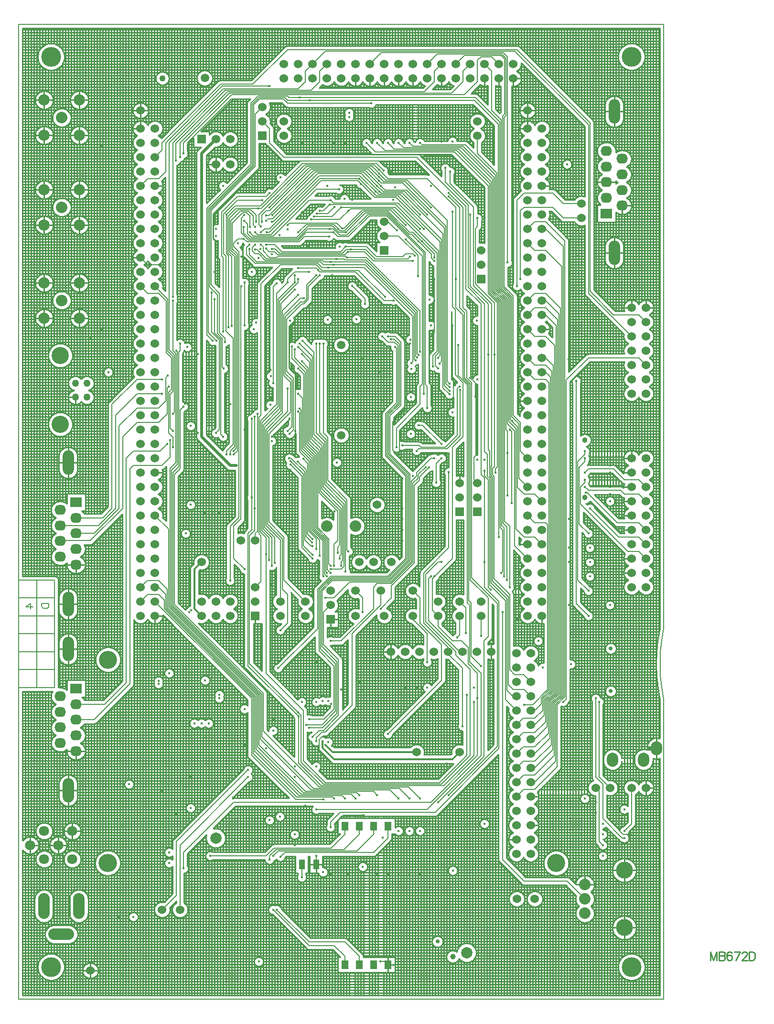
<source format=gbr>
%FSTAX23Y23*%
%MOIN*%
%SFA1B1*%

%IPPOS*%
%ADD11C,0.010000*%
%ADD58C,0.005000*%
%ADD59C,0.008000*%
%ADD60C,0.020000*%
%ADD61C,0.012000*%
%ADD66C,0.060000*%
%ADD67O,0.080000X0.170000*%
%ADD68C,0.050000*%
%ADD69C,0.118000*%
%ADD70C,0.126000*%
%ADD71C,0.059000*%
%ADD72O,0.080000X0.070000*%
%ADD73R,0.080000X0.070000*%
%ADD74C,0.080000*%
%ADD75C,0.079000*%
%ADD76C,0.079000*%
%ADD77C,0.126000*%
%ADD78C,0.126000*%
%ADD79R,0.060000X0.060000*%
%ADD80C,0.045000*%
%ADD81O,0.080000X0.180000*%
%ADD82O,0.180000X0.080000*%
%ADD83C,0.138000*%
%ADD84C,0.071000*%
%ADD85C,0.120000*%
%ADD86C,0.028000*%
%ADD87C,0.039000*%
%ADD88C,0.043000*%
%ADD89C,0.038000*%
%ADD90C,0.028000*%
%ADD91C,0.016000*%
%ADD92R,0.051000X0.059000*%
%ADD93R,0.039000X0.069000*%
%LNmb672d-1*%
%LPD*%
G54D11*
X04144Y0635D02*
D01*
X04143Y06356*
X04143Y06363*
X04141Y06369*
X0414Y06375*
X04138Y06382*
X04135Y06388*
X04132Y06394*
X04129Y06399*
X04126Y06405*
X04122Y0641*
X04117Y06415*
X04112Y06419*
X04107Y06424*
X04102Y06427*
X04097Y06431*
X04091Y06434*
X04085Y06437*
X04079Y06439*
X04072Y06441*
X04066Y06442*
X04059Y06443*
X04053Y06443*
X04046*
X0404Y06443*
X04033Y06442*
X04027Y06441*
X0402Y06439*
X04014Y06437*
X04008Y06434*
X04003Y06431*
X03997Y06427*
X03992Y06424*
X03987Y06419*
X03982Y06415*
X03977Y0641*
X03973Y06405*
X0397Y06399*
X03967Y06394*
X03964Y06388*
X03961Y06382*
X03959Y06375*
X03958Y06369*
X03956Y06363*
X03956Y06356*
X03956Y0635*
X03956Y06343*
X03956Y06336*
X03958Y0633*
X03959Y06324*
X03961Y06317*
X03964Y06311*
X03967Y06305*
X0397Y063*
X03973Y06294*
X03977Y06289*
X03982Y06284*
X03987Y0628*
X03992Y06275*
X03997Y06272*
X04003Y06268*
X04008Y06265*
X04014Y06262*
X0402Y0626*
X04027Y06258*
X04033Y06257*
X0404Y06256*
X04046Y06256*
X04053*
X04059Y06256*
X04066Y06257*
X04072Y06258*
X04079Y0626*
X04085Y06262*
X04091Y06265*
X04097Y06268*
X04102Y06272*
X04107Y06275*
X04112Y0628*
X04117Y06284*
X04122Y06289*
X04126Y06294*
X04129Y063*
X04132Y06305*
X04135Y06311*
X04138Y06317*
X0414Y06324*
X04141Y0633*
X04143Y06336*
X04143Y06343*
X04144Y0635*
X03995Y06013D02*
D01*
X03994Y06017*
X03994Y06022*
X03993Y06026*
X03992Y0603*
X03991Y06035*
X03989Y06039*
X03987Y06043*
X03985Y06047*
X03982Y06051*
X03979Y06054*
X03976Y06058*
X03973Y06061*
X0397Y06064*
X03966Y06066*
X03962Y06069*
X03958Y06071*
X03954Y06073*
X0395Y06074*
X03945Y06076*
X03941Y06077*
X03936Y06077*
X03932Y06077*
X03927*
X03923Y06077*
X03918Y06077*
X03914Y06076*
X03909Y06074*
X03905Y06073*
X03901Y06071*
X03897Y06069*
X03893Y06066*
X03889Y06064*
X03886Y06061*
X03883Y06058*
X0388Y06054*
X03877Y06051*
X03874Y06047*
X03872Y06043*
X0387Y06039*
X03868Y06035*
X03867Y0603*
X03866Y06026*
X03865Y06022*
X03865Y06017*
X03865Y06013*
X04015Y05583D02*
D01*
X04018Y05584*
X04022Y05587*
X04025Y05589*
X04028Y05591*
X04031Y05594*
X04034Y05597*
X04037Y05601*
X04039Y05604*
X04041Y05608*
X04043Y05611*
X04045Y05615*
X04046Y05619*
X04047Y05623*
X04048Y05627*
X04049Y05631*
X04049Y05635*
X0405Y05638*
X04049Y05642*
X04049Y05646*
X04048Y0565*
X04047Y05654*
X04046Y05658*
X04044Y05662*
X04042Y05666*
X0404Y05669*
X04038Y05673*
X04035Y05676*
X04033Y05679*
X0403Y05682*
X04026Y05685*
X04023Y05687*
X0402Y05689*
X04016Y05691*
X04012Y05693*
X04008Y05695*
X04004Y05696*
X04Y05697*
X03996Y05697*
X03992Y05697*
X0399Y05698*
X03865Y05923D02*
D01*
X03865Y05918*
X03865Y05913*
X03866Y05909*
X03867Y05905*
X03868Y059*
X0387Y05896*
X03872Y05892*
X03874Y05888*
X03877Y05884*
X0388Y05881*
X03883Y05877*
X03886Y05874*
X03889Y05871*
X03893Y05869*
X03897Y05866*
X03901Y05864*
X03905Y05862*
X03909Y05861*
X03914Y05859*
X03918Y05858*
X03923Y05858*
X03927Y05858*
X03932*
X03936Y05858*
X03941Y05858*
X03945Y05859*
X0395Y05861*
X03954Y05862*
X03958Y05864*
X03962Y05866*
X03966Y05869*
X0397Y05871*
X03973Y05874*
X03976Y05877*
X03979Y05881*
X03982Y05884*
X03985Y05888*
X03987Y05892*
X03989Y05896*
X03991Y059*
X03992Y05905*
X03993Y05909*
X03994Y05913*
X03994Y05918*
X03995Y05923*
X0398Y05698D02*
D01*
X03975Y05697*
X03971Y05697*
X03967Y05696*
X03963Y05695*
X03959Y05694*
X03955Y05692*
X03951Y0569*
X03948Y05688*
X03944Y05686*
X03941Y05683*
X03939Y05682*
X0394Y05693D02*
D01*
X03939Y05697*
X03939Y05701*
X03938Y05705*
X03937Y05709*
X03936Y05713*
X03934Y05717*
X03932Y05721*
X0393Y05724*
X03928Y05728*
X03925Y05731*
X03923Y05734*
X0392Y05737*
X03916Y0574*
X03913Y05742*
X0391Y05744*
X03906Y05746*
X03902Y05748*
X03898Y0575*
X03894Y05751*
X0389Y05752*
X03886Y05752*
X03882Y05752*
X0388Y05753*
X03939Y05682D02*
D01*
X03939Y05686*
X03939Y0569*
X0394Y05693*
X0387Y05753D02*
D01*
X03865Y05752*
X03861Y05752*
X03857Y05751*
X03853Y0575*
X03849Y05749*
X03845Y05747*
X03841Y05745*
X03838Y05743*
X03834Y05741*
X03831Y05738*
X03828Y05736*
X03825Y05733*
X03822Y05729*
X0382Y05726*
X03818Y05723*
X03816Y05719*
X03814Y05715*
X03812Y05711*
X03811Y05707*
X0381Y05703*
X0381Y05699*
X0381Y05695*
Y0569*
X0381Y05686*
X0381Y05682*
X03811Y05678*
X03812Y05674*
X03814Y0567*
X03816Y05666*
X03818Y05663*
X0382Y05659*
X03822Y05656*
X03825Y05652*
X03828Y05649*
X03831Y05647*
X03834Y05644*
X03838Y05642*
X03841Y0564*
X03845Y05639*
X03787Y0589D02*
D01*
X03786Y05891*
X03786Y05893*
X03786Y05895*
X03785Y05897*
X03785Y05899*
X03784Y059*
X03783Y05902*
X03782Y05904*
X03781Y05905*
X0378Y05907*
X03779Y05908*
X03779Y05909*
X03787Y0589D02*
D01*
X03786Y05891*
X03786Y05893*
X03786Y05895*
X03785Y05897*
X03785Y05899*
X03784Y059*
X03783Y05902*
X03782Y05904*
X03781Y05905*
X0378Y05907*
X03779Y05908*
X03779Y05909*
X0405Y05529D02*
D01*
X04049Y05533*
X04049Y05537*
X04048Y05541*
X04047Y05545*
X04046Y05549*
X04044Y05553*
X04042Y05557*
X0404Y0556*
X04038Y05564*
X04035Y05567*
X04033Y0557*
X0403Y05573*
X04026Y05576*
X04023Y05578*
X0402Y0558*
X04016Y05582*
X04015Y05583*
Y05475D02*
D01*
X04018Y05476*
X04022Y05479*
X04025Y05481*
X04028Y05483*
X04031Y05486*
X04034Y05489*
X04037Y05493*
X04039Y05496*
X04041Y055*
X04043Y05503*
X04045Y05507*
X04046Y05511*
X04047Y05515*
X04048Y05519*
X04049Y05523*
X04049Y05527*
X0405Y05529*
X03939Y05485D02*
D01*
X03942Y05482*
X03945Y05479*
X03949Y05477*
X03952Y05475*
X03955Y05475*
X0394D02*
D01*
X03939Y05479*
X03939Y05483*
X03939Y05485*
X03955Y05475D02*
D01*
X03951Y05473*
X03947Y0547*
X03944Y05468*
X03941Y05466*
X03939Y05464*
X0405Y0542D02*
D01*
X04049Y05424*
X04049Y05428*
X04048Y05432*
X04047Y05436*
X04046Y0544*
X04044Y05444*
X04042Y05448*
X0404Y05451*
X04038Y05455*
X04035Y05458*
X04033Y05461*
X0403Y05464*
X04026Y05467*
X04023Y05469*
X0402Y05471*
X04016Y05473*
X04015Y05475*
Y05365D02*
D01*
X04018Y05366*
X04022Y05369*
X04025Y05371*
X04028Y05373*
X04031Y05376*
X04034Y05379*
X04037Y05383*
X04039Y05386*
X04041Y0539*
X04043Y05393*
X04045Y05397*
X04046Y05401*
X04047Y05405*
X04048Y05409*
X04049Y05413*
X04049Y05417*
X0405Y0542*
X03939Y05464D02*
D01*
X03939Y05468*
X03939Y05472*
X0394Y05475*
X0405Y05311D02*
D01*
X04049Y05315*
X04049Y05319*
X04048Y05323*
X04047Y05327*
X04046Y05331*
X04044Y05335*
X04042Y05339*
X0404Y05342*
X04038Y05346*
X04035Y05349*
X04033Y05352*
X0403Y05355*
X04026Y05358*
X04023Y0536*
X0402Y05362*
X04016Y05364*
X04015Y05365*
X0399Y05251D02*
D01*
X03994Y05251*
X03998Y05251*
X04002Y05252*
X04006Y05253*
X0401Y05254*
X04014Y05256*
X04018Y05258*
X04021Y0526*
X04025Y05262*
X04028Y05265*
X04031Y05267*
X04034Y0527*
X04037Y05274*
X04039Y05277*
X04041Y05281*
X04043Y05284*
X04045Y05288*
X04047Y05292*
X04048Y05296*
X04049Y053*
X04049Y05304*
X04049Y05308*
X0405Y05311*
X0394Y05266D02*
D01*
X03943Y05263*
X03946Y0526*
X0395Y05258*
X03953Y05256*
X03957Y05255*
X03961Y05253*
X03965Y05252*
X03969Y05251*
X03974Y05251*
X03978Y0525*
X0398Y05251*
X03995Y05027D02*
D01*
X03994Y05031*
X03994Y05036*
X03993Y0504*
X03992Y05044*
X03991Y05049*
X03989Y05053*
X03987Y05057*
X03985Y05061*
X03982Y05065*
X03979Y05068*
X03976Y05072*
X03973Y05075*
X0397Y05078*
X03966Y0508*
X03962Y05083*
X03958Y05085*
X03954Y05087*
X0395Y05088*
X03945Y0509*
X03941Y05091*
X03936Y05091*
X03932Y05091*
X03927*
X03923Y05091*
X03918Y05091*
X03914Y0509*
X03909Y05088*
X03905Y05087*
X03901Y05085*
X03897Y05083*
X03893Y0508*
X03889Y05078*
X03886Y05075*
X03883Y05072*
X0388Y05068*
X03877Y05065*
X03874Y05061*
X03872Y05057*
X0387Y05053*
X03868Y05049*
X03867Y05044*
X03866Y0504*
X03865Y05036*
X03865Y05031*
X03865Y05027*
X03845Y05639D02*
D01*
X03841Y05637*
X03837Y05634*
X03834Y05632*
X03831Y0563*
X03828Y05627*
X03825Y05624*
X03822Y0562*
X0382Y05617*
X03818Y05613*
X03816Y0561*
X03814Y05606*
X03813Y05602*
X03812Y05598*
X03811Y05594*
X0381Y0559*
X0381Y05586*
X0381Y05582*
X0381Y05577*
X03811Y05573*
X03812Y05569*
X03813Y05565*
X03815Y05561*
X03816Y05558*
X03818Y05554*
X03821Y05551*
X03823Y05547*
X03826Y05544*
X03829Y05541*
X03832Y05538*
X03835Y05536*
X03839Y05534*
X03842Y05532*
X03845Y0553*
X03841Y05528*
X03837Y05525*
X03834Y05523*
X03831Y05521*
X03828Y05518*
X03825Y05515*
X03822Y05511*
X0382Y05508*
X03818Y05504*
X03816Y05501*
X03814Y05497*
X03813Y05493*
X03812Y05489*
X03811Y05485*
X0381Y05481*
X0381Y05477*
X0381Y05473*
X0381Y05468*
X03811Y05464*
X03812Y0546*
X03813Y05456*
X03815Y05452*
X03816Y05449*
X03818Y05445*
X03821Y05442*
X03823Y05438*
X03826Y05435*
X03829Y05432*
X03832Y05429*
X03835Y05427*
X03839Y05425*
X03842Y05423*
X03845Y0542*
X03841Y05418*
X03837Y05415*
X03834Y05413*
X03831Y05411*
X03828Y05408*
X03825Y05405*
X03822Y05401*
X0382Y05398*
X03818Y05394*
X03816Y05391*
X03814Y05387*
X03813Y05383*
X03812Y05379*
X03811Y05375*
X0381Y05371*
X0381Y05367*
X0381Y05363*
X0381Y05358*
X03811Y05354*
X03812Y0535*
X03813Y05346*
X03815Y05342*
X03816Y05339*
X03818Y05335*
X03821Y05332*
X03823Y05328*
X03826Y05325*
X03829Y05322*
X03832Y05319*
X03835Y05317*
X03723Y05375D02*
D01*
X03719Y05376*
X03715Y05377*
X03712Y05378*
X03708Y05379*
X03704Y05379*
X037Y0538*
X03696Y05379*
X03693Y05379*
X03689Y05378*
X03685Y05378*
X03681Y05376*
X03678Y05375*
X03674Y05373*
X03671Y05372*
X03668Y05369*
X03665Y05367*
X03662Y05365*
X03659Y05362*
X03657Y05359*
X03654Y05356*
X03652Y05353*
X03652Y05352*
Y05198D02*
D01*
X03654Y05194*
X03656Y05191*
X03658Y05188*
X03661Y05185*
X03664Y05183*
X03667Y0518*
X0367Y05178*
X03673Y05176*
X03677Y05174*
X0368Y05173*
X03684Y05172*
X03687Y05171*
X03691Y0517*
X03695Y0517*
X03699Y05169*
X03703Y0517*
X03707Y0517*
X0371Y05171*
X03714Y05171*
X03718Y05173*
X03721Y05174*
X03723Y05175*
X03612Y05065D02*
D01*
X03611Y05066*
X03611Y05068*
X03611Y0507*
X0361Y05072*
X0361Y05074*
X03609Y05075*
X03608Y05077*
X03607Y05079*
X03606Y0508*
X03605Y05082*
X03604Y05083*
X03604Y05084*
X03612Y05065D02*
D01*
X03611Y05066*
X03611Y05068*
X03611Y0507*
X0361Y05072*
X0361Y05074*
X03609Y05075*
X03608Y05077*
X03607Y05079*
X03606Y0508*
X03605Y05082*
X03604Y05083*
X03604Y05084*
X03448Y058D02*
D01*
X03451Y05801*
X03454Y05803*
X03457Y05805*
X0346Y05808*
X03463Y0581*
X03466Y05813*
X03468Y05816*
X03471Y05819*
X03472Y05823*
X03474Y05826*
X03476Y0583*
X03477Y05833*
X03478Y05837*
X03479Y05841*
X03479Y05844*
X0348Y05848*
X0348Y0585*
X03479Y05853*
X03479Y05857*
X03478Y05861*
X03477Y05865*
X03476Y05868*
X03475Y05872*
X03473Y05875*
X03471Y05879*
X03469Y05882*
X03467Y05885*
X03464Y05888*
X03461Y0589*
X03458Y05893*
X03455Y05895*
X03452Y05897*
X03449Y05899*
X03445Y059*
X03441Y05902*
X03438Y05903*
X03434Y05904*
X0343Y05904*
X03426Y05904*
X03423*
X03419Y05904*
X03415Y05904*
X03411Y05903*
X03408Y05902*
X03404Y059*
X034Y05899*
X03397Y05897*
X03394Y05895*
X03391Y05893*
X03388Y0589*
X03385Y05888*
X03382Y05885*
X0338Y05882*
X03378Y05879*
X03376Y05875*
X03375Y05873*
X0348Y0575D02*
D01*
X03479Y05753*
X03479Y05757*
X03478Y05761*
X03477Y05765*
X03476Y05768*
X03475Y05772*
X03473Y05775*
X03471Y05779*
X03469Y05782*
X03467Y05785*
X03464Y05788*
X03461Y0579*
X03458Y05793*
X03455Y05795*
X03452Y05797*
X03449Y05799*
X03448Y058*
X03269Y06419D02*
D01*
X03267Y0642*
X03266Y06421*
X03264Y06422*
X03263Y06423*
X03261Y06424*
X03259Y06425*
X03257Y06425*
X03256Y06426*
X03254Y06426*
X03252Y06426*
X0325Y06426*
X0325Y06427*
X03248Y0625D02*
D01*
X03251Y06251*
X03254Y06253*
X03257Y06255*
X0326Y06258*
X03263Y0626*
X03266Y06263*
X03268Y06266*
X03271Y06269*
X03272Y06273*
X03274Y06276*
X03276Y0628*
X03277Y06283*
X03278Y06287*
X03279Y06291*
X03279Y06294*
X0328Y06298*
X0328Y063*
X03269Y06419D02*
D01*
X03267Y0642*
X03266Y06421*
X03264Y06422*
X03263Y06423*
X03261Y06424*
X03259Y06425*
X03257Y06425*
X03256Y06426*
X03254Y06426*
X03252Y06426*
X0325Y06426*
X0325Y06427*
X0328Y062D02*
D01*
X03279Y06203*
X03279Y06207*
X03278Y06211*
X03277Y06215*
X03276Y06218*
X03275Y06222*
X03273Y06225*
X03271Y06229*
X03269Y06232*
X03267Y06235*
X03264Y06238*
X03261Y0624*
X03258Y06243*
X03255Y06245*
X03252Y06247*
X03249Y06249*
X03248Y0625*
X03213Y06146D02*
D01*
X03216Y06145*
X0322Y06144*
X03224Y06144*
X03228Y06144*
X03232Y06144*
X03236Y06145*
X03239Y06146*
X03243Y06147*
X03247Y06148*
X0325Y0615*
X03254Y06152*
X03257Y06154*
X0326Y06156*
X03263Y06159*
X03266Y06161*
X03268Y06164*
X03271Y06167*
X03273Y0617*
X03275Y06174*
X03276Y06177*
X03278Y06181*
X03279Y06185*
X0328Y06188*
X03281Y06192*
X03281Y06196*
X0328Y062*
X0338Y05975D02*
D01*
X03379Y05978*
X03379Y05982*
X03378Y05986*
X03377Y0599*
X03376Y05993*
X03375Y05997*
X03373Y06*
X03371Y06004*
X03369Y06007*
X03367Y0601*
X03364Y06013*
X03361Y06015*
X03358Y06018*
X03355Y0602*
X03352Y06022*
X03349Y06024*
X03345Y06025*
X03341Y06027*
X03338Y06028*
X03334Y06029*
X0333Y06029*
X03326Y06029*
X03323*
X03319Y06029*
X03315Y06029*
X03311Y06028*
X03308Y06027*
X03304Y06025*
X033Y06024*
X03297Y06022*
X03294Y0602*
X03291Y06018*
X03288Y06015*
X03285Y06013*
X03282Y0601*
X0328Y06007*
X03278Y06004*
X03276Y06*
X03274Y05997*
X03273Y05993*
X03272Y0599*
X03271Y05986*
X0327Y05982*
X0327Y05978*
X0327Y05975*
X0327Y05971*
X0327Y05967*
X03271Y05963*
X03272Y05959*
X03273Y05956*
X03274Y05952*
X03276Y05949*
X03278Y05945*
X0328Y05942*
X03282Y05939*
X03285Y05936*
X03288Y05934*
X03291Y05931*
X03294Y05929*
X03297Y05927*
X033Y05925*
X03304Y05924*
X03308Y05922*
X03311Y05921*
X03315Y0592*
X03319Y0592*
X03323Y0592*
X03326*
X0333Y0592*
X03334Y0592*
X03338Y05921*
X03341Y05922*
X03345Y05924*
X03349Y05925*
X03352Y05927*
X03355Y05929*
X03358Y05931*
X03361Y05934*
X03364Y05936*
X03367Y05939*
X03369Y05942*
X03371Y05945*
X03373Y05949*
X03375Y05952*
X03376Y05956*
X03377Y05959*
X03378Y05963*
X03379Y05967*
X03379Y05971*
X0338Y05975*
X03375Y05873D02*
D01*
X03373Y05876*
X03371Y05879*
X03369Y05882*
X03366Y05885*
X03364Y05888*
X03361Y05891*
X03358Y05893*
X03355Y05896*
X03351Y05897*
X03348Y05899*
X03344Y05901*
X03341Y05902*
X03337Y05903*
X03333Y05904*
X0333Y05904*
X03326Y05905*
X03322Y05904*
X03318Y05904*
X03314Y05904*
X03311Y05903*
X03307Y05902*
X03303Y059*
X033Y05899*
X03296Y05897*
X03293Y05895*
X0329Y05892*
X03287Y0589*
X03284Y05887*
X03282Y05884*
X0328Y05881*
X03277Y05878*
X03276Y05875*
X03274Y05871*
X03273Y05868*
X03271Y05864*
X03271Y0586*
X0327Y05856*
X0327Y05853*
X03269Y05849*
X0327Y05845*
X0327Y05841*
X03271Y05837*
X03272Y05834*
X03273Y0583*
X03275Y05827*
X03276Y05823*
X03278Y0582*
X0328Y05817*
X03283Y05814*
X03285Y05811*
X03288Y05808*
X03291Y05806*
X03294Y05803*
X03298Y05802*
X03301Y058*
X03302Y058*
X03633Y056D02*
D01*
X03632Y05602*
X03632Y05604*
X03632Y05606*
X03631Y05609*
X03631Y05611*
X0363Y05613*
X03629Y05615*
X03627Y05617*
X03626Y05619*
X03625Y05621*
X03623Y05622*
X03622Y05624*
X0362Y05626*
X03618Y05627*
X03616Y05628*
X03614Y05629*
X03612Y0563*
X0361Y05631*
X03607Y05632*
X03605Y05632*
X03603Y05632*
X03601Y05632*
X03598*
X03596Y05632*
X03594Y05632*
X03592Y05632*
X03589Y05631*
X03587Y0563*
X03585Y05629*
X03583Y05628*
X03581Y05627*
X03579Y05626*
X03577Y05624*
X03576Y05622*
X03574Y05621*
X03573Y05619*
X03572Y05617*
X0357Y05615*
X03569Y05613*
X03568Y05611*
X03568Y05609*
X03567Y05606*
X03567Y05604*
X03567Y05602*
X03567Y056*
X03567Y05597*
X03567Y05595*
X03567Y05593*
X03568Y0559*
X03568Y05588*
X03569Y05586*
X0357Y05584*
X03572Y05582*
X03573Y0558*
X03574Y05578*
X03576Y05577*
X03577Y05575*
X03579Y05573*
X03581Y05572*
X03583Y05571*
X03585Y0557*
X03587Y05569*
X03589Y05568*
X03592Y05567*
X03594Y05567*
X03596Y05567*
X03598Y05567*
X03601*
X03603Y05567*
X03605Y05567*
X03607Y05567*
X0361Y05568*
X03612Y05569*
X03614Y0557*
X03616Y05571*
X03618Y05572*
X0362Y05573*
X03622Y05575*
X03623Y05577*
X03625Y05578*
X03626Y0558*
X03627Y05582*
X03629Y05584*
X0363Y05586*
X03631Y05588*
X03631Y0559*
X03632Y05593*
X03632Y05595*
X03632Y05597*
X03633Y056*
X03448Y057D02*
D01*
X03451Y05701*
X03454Y05703*
X03457Y05705*
X0346Y05708*
X03463Y0571*
X03466Y05713*
X03468Y05716*
X03471Y05719*
X03472Y05723*
X03474Y05726*
X03476Y0573*
X03477Y05733*
X03478Y05737*
X03479Y05741*
X03479Y05744*
X0348Y05748*
X0348Y0575*
Y0565D02*
D01*
X03479Y05653*
X03479Y05657*
X03478Y05661*
X03477Y05665*
X03476Y05668*
X03475Y05672*
X03473Y05675*
X03471Y05679*
X03469Y05682*
X03467Y05685*
X03464Y05688*
X03461Y0569*
X03458Y05693*
X03455Y05695*
X03452Y05697*
X03449Y05699*
X03448Y057*
Y056D02*
D01*
X03451Y05601*
X03454Y05603*
X03457Y05605*
X0346Y05608*
X03463Y0561*
X03466Y05613*
X03468Y05616*
X03471Y05619*
X03472Y05623*
X03474Y05626*
X03476Y0563*
X03477Y05633*
X03478Y05637*
X03479Y05641*
X03479Y05644*
X0348Y05648*
X0348Y0565*
Y0555D02*
D01*
X03479Y05553*
X03479Y05557*
X03478Y05561*
X03477Y05565*
X03476Y05568*
X03475Y05572*
X03473Y05575*
X03471Y05579*
X03469Y05582*
X03467Y05585*
X03464Y05588*
X03461Y0559*
X03458Y05593*
X03455Y05595*
X03452Y05597*
X03449Y05599*
X03448Y056*
Y055D02*
D01*
X03451Y05501*
X03454Y05503*
X03457Y05505*
X0346Y05508*
X03463Y0551*
X03466Y05513*
X03468Y05516*
X03471Y05519*
X03472Y05523*
X03474Y05526*
X03476Y0553*
X03477Y05533*
X03478Y05537*
X03479Y05541*
X03479Y05544*
X0348Y05548*
X0348Y0555*
X03556Y05206D02*
D01*
X03557Y05204*
X03558Y05203*
X0356Y05202*
X03561Y05201*
X03563Y052*
X03565Y05199*
X03567Y05199*
X03568Y05198*
X0357Y05198*
X03572Y05198*
X03574Y05198*
X03575Y05198*
X03556Y05206D02*
D01*
X03557Y05204*
X03558Y05203*
X0356Y05202*
X03561Y05201*
X03563Y052*
X03565Y05199*
X03567Y05199*
X03568Y05198*
X0357Y05198*
X03572Y05198*
X03574Y05198*
X03575Y05198*
X03519Y05419D02*
D01*
X03517Y0542*
X03516Y05421*
X03514Y05422*
X03513Y05423*
X03511Y05424*
X03509Y05425*
X03507Y05425*
X03506Y05426*
X03504Y05426*
X03502Y05426*
X035Y05426*
X035Y05427*
X03519Y05419D02*
D01*
X03517Y0542*
X03516Y05421*
X03514Y05422*
X03513Y05423*
X03511Y05424*
X03509Y05425*
X03507Y05425*
X03506Y05426*
X03504Y05426*
X03502Y05426*
X035Y05426*
X035Y05427*
X03302Y058D02*
D01*
X03298Y05798*
X03295Y05796*
X03292Y05794*
X03289Y05791*
X03286Y05789*
X03283Y05786*
X03281Y05783*
X03278Y0578*
X03277Y05776*
X03275Y05773*
X03273Y05769*
X03272Y05766*
X03271Y05762*
X0327Y05758*
X0327Y05755*
X03269Y05751*
X0327Y05747*
X0327Y05743*
X0327Y05739*
X03271Y05736*
X03272Y05732*
X03274Y05728*
X03275Y05725*
X03277Y05721*
X03279Y05718*
X03282Y05715*
X03284Y05712*
X03287Y05709*
X0329Y05707*
X03293Y05705*
X03296Y05702*
X03299Y05701*
X03302Y057*
X03298Y05698*
X03295Y05696*
X03292Y05694*
X03289Y05691*
X03286Y05689*
X03283Y05686*
X03281Y05683*
X03278Y0568*
X03277Y05676*
X03275Y05673*
X03273Y05669*
X03272Y05666*
X03271Y05662*
X0327Y05658*
X0327Y05655*
X03269Y05651*
X0327Y05647*
X0327Y05643*
X0327Y05639*
X03271Y05636*
X03272Y05632*
X03274Y05628*
X03275Y05625*
X03277Y05621*
X03279Y05618*
X03282Y05615*
X03284Y05612*
X03287Y05609*
X0329Y05607*
X03293Y05605*
X03296Y05602*
X03299Y05601*
X03302Y056*
X03298Y05598*
X03295Y05596*
X03292Y05594*
X03289Y05591*
X03286Y05589*
X03283Y05586*
X03281Y05583*
X03278Y0558*
X03277Y05576*
X03275Y05573*
X03273Y05569*
X03272Y05566*
X03271Y05562*
X0327Y05558*
X0327Y05555*
X03269Y05551*
X0327Y05547*
X0327Y05543*
X0327Y05539*
X03271Y05536*
X03272Y05532*
X03274Y05528*
X03275Y05525*
X03277Y05521*
X03279Y05518*
X03282Y05515*
X03284Y05512*
X03287Y05509*
X0329Y05507*
X03293Y05505*
X03296Y05502*
X03299Y05501*
X03302Y055*
X0348Y0545D02*
D01*
X03479Y05453*
X03479Y05457*
X03478Y05461*
X03477Y05465*
X03476Y05468*
X03475Y05472*
X03473Y05475*
X03471Y05479*
X03469Y05482*
X03467Y05485*
X03464Y05488*
X03461Y0549*
X03458Y05493*
X03455Y05495*
X03452Y05497*
X03449Y05499*
X03448Y055*
X03302D02*
D01*
X03298Y05498*
X03295Y05496*
X03292Y05494*
X03289Y05491*
X03286Y05489*
X03283Y05486*
X03281Y05483*
X03278Y0548*
X03277Y05476*
X03275Y05473*
X03273Y05469*
X03272Y05466*
X03271Y05462*
X0327Y05458*
X0327Y05455*
X03269Y05451*
X0327Y05447*
X0327Y05443*
X0327Y05439*
X03271Y05436*
X03272Y05432*
X03274Y05428*
X03275Y05425*
X03277Y05421*
X0328Y05419*
X03475Y05427D02*
D01*
X03476Y0543*
X03477Y05434*
X03478Y05437*
X03479Y05441*
X03479Y05445*
X0348Y05449*
X0348Y0545*
Y0525D02*
D01*
X03479Y05253*
X03479Y05257*
X03478Y05261*
X03477Y05265*
X03476Y05268*
X03475Y05272*
X03475Y05273*
X0347Y05219D02*
D01*
X03472Y05222*
X03473Y05225*
X03475Y05229*
X03476Y05232*
X03477Y05236*
X03478Y05239*
X03479Y05243*
X03479Y05247*
X0348Y0525*
X03231Y05369D02*
D01*
X03229Y05367*
X03228Y05366*
X03227Y05364*
X03226Y05363*
X03225Y05361*
X03224Y05359*
X03224Y05357*
X03223Y05356*
X03223Y05354*
X03223Y05352*
X03223Y0535*
X03223Y0535*
X03231Y05369D02*
D01*
X03229Y05367*
X03228Y05366*
X03227Y05364*
X03226Y05363*
X03225Y05361*
X03224Y05359*
X03224Y05357*
X03223Y05356*
X03223Y05354*
X03223Y05352*
X03223Y0535*
X03223Y0535*
X04173Y0455D02*
D01*
X04176Y04551*
X04179Y04553*
X04182Y04555*
X04185Y04558*
X04188Y0456*
X04191Y04563*
X04193Y04566*
X04196Y04569*
X04197Y04573*
X04199Y04576*
X04201Y0458*
X04202Y04583*
X04203Y04587*
X04204Y04591*
X04204Y04594*
X04205Y04598*
X04205Y046*
X04204Y04603*
X04204Y04607*
X04203Y04611*
X04202Y04615*
X04201Y04618*
X042Y04622*
X04198Y04625*
X04196Y04629*
X04194Y04632*
X04192Y04635*
X04189Y04638*
X04186Y0464*
X04183Y04643*
X0418Y04645*
X04177Y04647*
X04174Y04649*
X0417Y0465*
X04166Y04652*
X04163Y04653*
X04159Y04654*
X04155Y04654*
X04151Y04654*
X04148*
X04144Y04654*
X0414Y04654*
X04136Y04653*
X04133Y04652*
X04129Y0465*
X04125Y04649*
X04122Y04647*
X04119Y04645*
X04116Y04643*
X04113Y0464*
X0411Y04638*
X04107Y04635*
X04105Y04632*
X04103Y04629*
X04101Y04625*
X041Y04623*
X04205Y045D02*
D01*
X04204Y04503*
X04204Y04507*
X04203Y04511*
X04202Y04515*
X04201Y04518*
X042Y04522*
X04198Y04525*
X04196Y04529*
X04194Y04532*
X04192Y04535*
X04189Y04538*
X04186Y0454*
X04183Y04543*
X0418Y04545*
X04177Y04547*
X04174Y04549*
X04173Y0455*
Y0445D02*
D01*
X04176Y04451*
X04179Y04453*
X04182Y04455*
X04185Y04458*
X04188Y0446*
X04191Y04463*
X04193Y04466*
X04196Y04469*
X04197Y04473*
X04199Y04476*
X04201Y0448*
X04202Y04483*
X04203Y04487*
X04204Y04491*
X04204Y04494*
X04205Y04498*
X04205Y045*
Y044D02*
D01*
X04204Y04403*
X04204Y04407*
X04203Y04411*
X04202Y04415*
X04201Y04418*
X042Y04422*
X04198Y04425*
X04196Y04429*
X04194Y04432*
X04192Y04435*
X04189Y04438*
X04186Y0444*
X04183Y04443*
X0418Y04445*
X04177Y04447*
X04174Y04449*
X04173Y0445*
Y0435D02*
D01*
X04176Y04351*
X04179Y04353*
X04182Y04355*
X04185Y04358*
X04188Y0436*
X04191Y04363*
X04193Y04366*
X04196Y04369*
X04197Y04373*
X04199Y04376*
X04201Y0438*
X04202Y04383*
X04203Y04387*
X04204Y04391*
X04204Y04394*
X04205Y04398*
X04205Y044*
Y043D02*
D01*
X04204Y04303*
X04204Y04307*
X04203Y04311*
X04202Y04315*
X04201Y04318*
X042Y04322*
X04198Y04325*
X04196Y04329*
X04194Y04332*
X04192Y04335*
X04189Y04338*
X04186Y0434*
X04183Y04343*
X0418Y04345*
X04177Y04347*
X04174Y04349*
X04173Y0435*
Y0425D02*
D01*
X04176Y04251*
X04179Y04253*
X04182Y04255*
X04185Y04258*
X04188Y0426*
X04191Y04263*
X04193Y04266*
X04196Y04269*
X04197Y04273*
X04199Y04276*
X04201Y0428*
X04202Y04283*
X04203Y04287*
X04204Y04291*
X04204Y04294*
X04205Y04298*
X04205Y043*
Y042D02*
D01*
X04204Y04203*
X04204Y04207*
X04203Y04211*
X04202Y04215*
X04201Y04218*
X042Y04222*
X04198Y04225*
X04196Y04229*
X04194Y04232*
X04192Y04235*
X04189Y04238*
X04186Y0424*
X04183Y04243*
X0418Y04245*
X04177Y04247*
X04174Y04249*
X04173Y0425*
Y0415D02*
D01*
X04176Y04151*
X04179Y04153*
X04182Y04155*
X04185Y04158*
X04188Y0416*
X04191Y04163*
X04193Y04166*
X04196Y04169*
X04197Y04173*
X04199Y04176*
X04201Y0418*
X04202Y04183*
X04203Y04187*
X04204Y04191*
X04204Y04194*
X04205Y04198*
X04205Y042*
Y041D02*
D01*
X04204Y04103*
X04204Y04107*
X04203Y04111*
X04202Y04115*
X04201Y04118*
X042Y04122*
X04198Y04125*
X04196Y04129*
X04194Y04132*
X04192Y04135*
X04189Y04138*
X04186Y0414*
X04183Y04143*
X0418Y04145*
X04177Y04147*
X04174Y04149*
X04173Y0415*
X041Y04623D02*
D01*
X04098Y04626*
X04096Y04629*
X04094Y04632*
X04091Y04635*
X04089Y04638*
X04086Y04641*
X04083Y04643*
X0408Y04646*
X04076Y04647*
X04073Y04649*
X04069Y04651*
X04066Y04652*
X04062Y04653*
X04058Y04654*
X04055Y04654*
X04051Y04655*
X04047Y04654*
X04043Y04654*
X04039Y04654*
X04036Y04653*
X04032Y04652*
X04028Y0465*
X04025Y04649*
X04021Y04647*
X04018Y04645*
X04015Y04642*
X04012Y0464*
X04009Y04637*
X04007Y04634*
X04005Y04631*
X04002Y04628*
X04001Y04625*
X03999Y04621*
X03998Y04618*
X03996Y04614*
X03996Y0461*
X03995Y04606*
X03995Y04603*
X03994Y04599*
X03995Y04595*
X03995Y04591*
X03996Y04587*
X03997Y04584*
X03998Y0458*
X04Y04577*
X03865Y04937D02*
D01*
X03865Y04932*
X03865Y04927*
X03866Y04923*
X03867Y04919*
X03868Y04914*
X0387Y0491*
X03872Y04906*
X03874Y04902*
X03877Y04898*
X0388Y04895*
X03883Y04891*
X03886Y04888*
X03889Y04885*
X03893Y04883*
X03897Y0488*
X03901Y04878*
X03905Y04876*
X03909Y04875*
X03914Y04873*
X03918Y04872*
X03923Y04872*
X03927Y04872*
X03932*
X03936Y04872*
X03941Y04872*
X03945Y04873*
X0395Y04875*
X03954Y04876*
X03958Y04878*
X03962Y0488*
X03966Y04883*
X0397Y04885*
X03973Y04888*
X03976Y04891*
X03979Y04895*
X03982Y04898*
X03985Y04902*
X03987Y04906*
X03989Y0491*
X03991Y04914*
X03992Y04919*
X03993Y04923*
X03994Y04927*
X03994Y04932*
X03995Y04937*
X03997Y04414D02*
D01*
X03996Y0441*
X03995Y04406*
X03995Y04402*
X03995Y04398*
X03995Y04395*
X03995Y04391*
X03996Y04387*
X03997Y04383*
X03998Y0438*
X04Y04376*
X04002Y04373*
X04004Y04369*
X04006Y04366*
X04008Y04363*
X04011Y04361*
X04014Y04358*
X04017Y04356*
X0402Y04353*
X04023Y04351*
X04027Y0435*
X04027Y0435*
X04023Y04348*
X0402Y04346*
X04017Y04344*
X04014Y04341*
X04011Y04339*
X04008Y04336*
X04006Y04333*
X04003Y0433*
X04002Y04326*
X04Y04323*
X03998Y04319*
X03997Y04316*
X03996Y04312*
X03995Y04308*
X03995Y04305*
X03994Y04301*
X03995Y04297*
X03995Y04293*
X03995Y04289*
X03996Y04286*
X03997Y04282*
X03999Y04278*
X04Y04278*
Y04222D02*
D01*
X03998Y04218*
X03997Y04214*
X03996Y04211*
X03995Y04207*
X03995Y04203*
X03994Y04199*
X03995Y04195*
X03995Y04192*
X03996Y04188*
X03996Y04184*
X03998Y0418*
X03999Y04177*
X04001Y04173*
X04002Y0417*
X04005Y04167*
X04007Y04164*
X04009Y04161*
X04012Y04158*
X04015Y04156*
X04018Y04153*
X04021Y04151*
X04025Y04149*
X04027Y0415*
X04173Y0405D02*
D01*
X04176Y04051*
X04179Y04053*
X04182Y04055*
X04185Y04058*
X04188Y0406*
X04191Y04063*
X04193Y04066*
X04196Y04069*
X04197Y04073*
X04199Y04076*
X04201Y0408*
X04202Y04083*
X04203Y04087*
X04204Y04091*
X04204Y04094*
X04205Y04098*
X04205Y041*
Y04D02*
D01*
X04204Y04003*
X04204Y04007*
X04203Y04011*
X04202Y04015*
X04201Y04018*
X042Y04022*
X04198Y04025*
X04196Y04029*
X04194Y04032*
X04192Y04035*
X04189Y04038*
X04186Y0404*
X04183Y04043*
X0418Y04045*
X04177Y04047*
X04174Y04049*
X04173Y0405*
X04027Y0415D02*
D01*
X04023Y04148*
X0402Y04146*
X04017Y04144*
X04014Y04141*
X04011Y04139*
X04008Y04136*
X04006Y04133*
X04003Y0413*
X04002Y04126*
X04Y04123*
X03998Y04119*
X03997Y04116*
X03996Y04112*
X03995Y04108*
X03995Y04105*
X03994Y04101*
X03995Y04097*
X03995Y04093*
X03995Y04089*
X03996Y04086*
X03997Y04082*
X03999Y04078*
X04Y04075*
X04002Y04071*
X04004Y04068*
X04007Y04065*
X04009Y04062*
X04012Y04059*
X04015Y04057*
X04018Y04055*
X04021Y04052*
X04024Y04051*
X04027Y0405*
X04023Y04048*
X0402Y04046*
X04017Y04044*
X04014Y04041*
X04011Y04039*
X04008Y04036*
X04006Y04033*
X04003Y0403*
X04002Y04026*
X04Y04023*
X03998Y04019*
X03997Y04016*
X03996Y04012*
X03995Y04008*
X03995Y04005*
X03994Y04001*
X03995Y03997*
X03995Y03993*
X03995Y03989*
X03996Y03986*
X03997Y03982*
X03999Y03978*
X04Y03975*
X04002Y03971*
X04004Y03968*
X04007Y03965*
X04009Y03962*
X04012Y03959*
X04015Y03957*
X04018Y03955*
X04021Y03952*
X04024Y03951*
X04028Y03949*
X04031Y03948*
X04035Y03946*
X04039Y03946*
X04043Y03945*
X04046Y03945*
X0405Y03944*
X04054Y03945*
X04058Y03945*
X04062Y03946*
X04065Y03947*
X04069Y03948*
X04073Y0395*
X04076Y03951*
X04079Y03953*
X04082Y03955*
X04085Y03958*
X04088Y0396*
X04091Y03963*
X04093Y03966*
X04096Y03969*
X04097Y03973*
X04099Y03976*
X041Y03977*
X04101Y03973*
X04103Y0397*
X04105Y03967*
X04108Y03964*
X0411Y03961*
X04113Y03958*
X04116Y03956*
X04119Y03953*
X04123Y03952*
X04126Y0395*
X0413Y03948*
X04133Y03947*
X04137Y03946*
X04141Y03945*
X04144Y03945*
X04148Y03944*
X04152Y03945*
X04156Y03945*
X0416Y03945*
X04163Y03946*
X04167Y03947*
X04171Y03949*
X04174Y0395*
X04178Y03952*
X04181Y03954*
X04184Y03957*
X04187Y03959*
X0419Y03962*
X04192Y03965*
X04194Y03968*
X04197Y03971*
X04198Y03974*
X042Y03978*
X04201Y03981*
X04203Y03985*
X04203Y03989*
X04204Y03993*
X04204Y03996*
X04205Y04*
Y0355D02*
D01*
X04204Y03553*
X04204Y03557*
X04203Y03561*
X04202Y03565*
X04201Y03568*
X042Y03572*
X04198Y03575*
X04196Y03579*
X04194Y03582*
X04192Y03585*
X04189Y03588*
X04186Y0359*
X04183Y03593*
X0418Y03595*
X04177Y03597*
X04174Y03599*
X0417Y036*
X04166Y03602*
X04163Y03603*
X04159Y03604*
X04155Y03604*
X04151Y03604*
X04148*
X04144Y03604*
X0414Y03604*
X04136Y03603*
X04133Y03602*
X04129Y036*
X04125Y03599*
X04122Y03597*
X04119Y03595*
X04116Y03593*
X04113Y0359*
X0411Y03588*
X04107Y03585*
X04105Y03582*
X04103Y03579*
X04101Y03575*
X041Y03573*
X04098Y03576*
X04096Y03579*
X04094Y03582*
X04091Y03585*
X04089Y03588*
X04086Y03591*
X04083Y03593*
X0408Y03596*
X04076Y03597*
X04073Y03599*
X04069Y03601*
X04066Y03602*
X04062Y03603*
X04058Y03604*
X04055Y03604*
X04051Y03605*
X04047Y03604*
X04043Y03604*
X04039Y03604*
X04036Y03603*
X04032Y03602*
X04028Y036*
X04025Y03599*
X04021Y03597*
X04018Y03595*
X04015Y03592*
X04012Y0359*
X04009Y03587*
X04007Y03584*
X04005Y03581*
X04002Y03578*
X04001Y03575*
X03999Y03571*
X03998Y03568*
X03996Y03564*
X03996Y0356*
X03995Y03556*
X03995Y03553*
X03994Y03549*
X03995Y03545*
X03995Y03541*
X03996Y03537*
X03997Y03534*
X03998Y0353*
X04Y03527*
X04001Y03523*
X04003Y0352*
X04005Y03517*
X04008Y03514*
X0401Y03511*
X04013Y03508*
X04016Y03506*
X04019Y03503*
X04023Y03502*
X04026Y035*
X04027Y035*
X04173D02*
D01*
X04176Y03501*
X04179Y03503*
X04182Y03505*
X04185Y03508*
X04188Y0351*
X04191Y03513*
X04193Y03516*
X04196Y03519*
X04197Y03523*
X04199Y03526*
X04201Y0353*
X04202Y03533*
X04203Y03537*
X04204Y03541*
X04204Y03544*
X04205Y03548*
X04205Y0355*
Y0345D02*
D01*
X04204Y03453*
X04204Y03457*
X04203Y03461*
X04202Y03465*
X04201Y03468*
X042Y03472*
X04198Y03475*
X04196Y03479*
X04194Y03482*
X04192Y03485*
X04189Y03488*
X04186Y0349*
X04183Y03493*
X0418Y03495*
X04177Y03497*
X04174Y03499*
X04173Y035*
Y034D02*
D01*
X04176Y03401*
X04179Y03403*
X04182Y03405*
X04185Y03408*
X04188Y0341*
X04191Y03413*
X04193Y03416*
X04196Y03419*
X04197Y03423*
X04199Y03426*
X04201Y0343*
X04202Y03433*
X04203Y03437*
X04204Y03441*
X04204Y03444*
X04205Y03448*
X04205Y0345*
Y0335D02*
D01*
X04204Y03353*
X04204Y03357*
X04203Y03361*
X04202Y03365*
X04201Y03368*
X042Y03372*
X04198Y03375*
X04196Y03379*
X04194Y03382*
X04192Y03385*
X04189Y03388*
X04186Y0339*
X04183Y03393*
X0418Y03395*
X04177Y03397*
X04174Y03399*
X04173Y034*
Y033D02*
D01*
X04176Y03301*
X04179Y03303*
X04182Y03305*
X04185Y03308*
X04188Y0331*
X04191Y03313*
X04193Y03316*
X04196Y03319*
X04197Y03323*
X04199Y03326*
X04201Y0333*
X04202Y03333*
X04203Y03337*
X04204Y03341*
X04204Y03344*
X04205Y03348*
X04205Y0335*
X04027Y035D02*
D01*
X04023Y03498*
X0402Y03496*
X04017Y03494*
X04014Y03491*
X04011Y03489*
X04008Y03486*
X04006Y03483*
X04003Y0348*
X04002Y03476*
X04Y03473*
X03998Y03469*
X03997Y03466*
X03996Y03462*
X03995Y03458*
X03995Y03455*
X03994Y03451*
X03995Y03447*
X03995Y03444*
X03944Y03494D02*
D01*
X03942Y03495*
X03941Y03496*
X03939Y03497*
X03938Y03498*
X03936Y03499*
X03934Y035*
X03932Y035*
X03931Y03501*
X03929Y03501*
X03927Y03501*
X03925Y03501*
X03925Y03503*
X03944Y03494D02*
D01*
X03942Y03495*
X03941Y03496*
X03939Y03497*
X03938Y03498*
X03936Y03499*
X03934Y035*
X03932Y035*
X03931Y03501*
X03929Y03501*
X03927Y03501*
X03925Y03501*
X03925Y03503*
X03753Y03582D02*
D01*
X03754Y03583*
X03755Y03585*
X03756Y03588*
X03756Y0359*
X03757Y03592*
X03757Y03594*
X03758Y03596*
X03758Y03599*
X03758Y036*
Y0355D02*
D01*
X03757Y03552*
X03757Y03554*
X03757Y03556*
X03756Y03559*
X03756Y03561*
X03755Y03563*
X03754Y03565*
X03752Y03567*
X03752Y03569*
X03753Y03532D02*
D01*
X03754Y03533*
X03755Y03535*
X03756Y03538*
X03756Y0354*
X03757Y03542*
X03757Y03544*
X03758Y03546*
X03758Y03549*
X03758Y0355*
X03744Y03506D02*
D01*
X03745Y03507*
X03746Y03508*
X03747Y0351*
X03748Y03511*
X03749Y03513*
X0375Y03515*
X0375Y03517*
X03751Y03518*
X03751Y0352*
X03751Y03522*
X03751Y03524*
X03753Y03525*
X03744Y03506D02*
D01*
X03745Y03507*
X03746Y03508*
X03747Y0351*
X03748Y03511*
X03749Y03513*
X0375Y03515*
X0375Y03517*
X03751Y03518*
X03751Y0352*
X03751Y03522*
X03751Y03524*
X03753Y03525*
X03981Y03381D02*
D01*
X03982Y03379*
X03983Y03378*
X03985Y03377*
X03986Y03376*
X03988Y03375*
X0399Y03374*
X03992Y03374*
X03993Y03373*
X03995Y03373*
X03997Y03373*
X03999Y03373*
X04Y03373*
X03981Y03381D02*
D01*
X03982Y03379*
X03983Y03378*
X03985Y03377*
X03986Y03376*
X03988Y03375*
X0399Y03374*
X03992Y03374*
X03993Y03373*
X03995Y03373*
X03997Y03373*
X03999Y03373*
X04Y03373*
X03998Y03369*
X03997Y03365*
X03996Y03362*
X03995Y03358*
X03995Y03354*
X03994Y0335*
X03995Y03346*
X03995Y03344*
X03994D02*
D01*
X03992Y03345*
X03991Y03346*
X03989Y03347*
X03988Y03348*
X03986Y03349*
X03984Y0335*
X03982Y0335*
X03981Y03351*
X03979Y03351*
X03977Y03351*
X03975Y03351*
X03975Y03352*
X03994Y03344D02*
D01*
X03992Y03345*
X03991Y03346*
X03989Y03347*
X03988Y03348*
X03986Y03349*
X03984Y0335*
X03982Y0335*
X03981Y03351*
X03979Y03351*
X03977Y03351*
X03975Y03351*
X03975Y03352*
X03747Y03425D02*
D01*
X03748Y03426*
X0375Y03428*
X03751Y0343*
X03753Y03432*
X03754Y03434*
X03755Y03436*
X03756Y03438*
X03756Y0344*
X03757Y03442*
X03757Y03443*
X03758Y034D02*
D01*
X03757Y03402*
X03757Y03404*
X03757Y03406*
X03756Y03409*
X03756Y03411*
X03755Y03413*
X03754Y03415*
X03752Y03417*
X03751Y03419*
X0375Y03421*
X03748Y03422*
X03747Y03424*
X03747Y03425*
X03753Y03382D02*
D01*
X03754Y03383*
X03755Y03385*
X03756Y03388*
X03756Y0339*
X03757Y03392*
X03757Y03394*
X03758Y03396*
X03758Y03399*
X03758Y034*
X03751Y03371D02*
D01*
X03751Y03372*
X03751Y03374*
X03752Y03376*
X03752Y03378*
X03753Y0338*
X03751Y03371D02*
D01*
X03751Y03372*
X03751Y03374*
X03752Y03376*
X03752Y03378*
X03753Y0338*
X03757Y03357D02*
D01*
X03756Y03359*
X03755Y03361*
X03754Y03363*
X03753Y03365*
X03752Y03367*
X03751Y03369*
X03751Y03371*
X03723Y047D02*
D01*
X03723Y04698*
X03723Y04696*
X03723Y04694*
X03724Y04692*
X03724Y0469*
X03725Y04689*
X03726Y04687*
X03727Y04685*
X03728Y04684*
X03729Y04682*
X0373Y04681*
X03731Y04681*
X03723Y047D02*
D01*
X03723Y04698*
X03723Y04696*
X03723Y04694*
X03724Y04692*
X03724Y0469*
X03725Y04689*
X03726Y04687*
X03727Y04685*
X03728Y04684*
X03729Y04682*
X0373Y04681*
X03731Y04681*
X0375Y04278D02*
D01*
X03748Y04277*
X03746Y04277*
X03744Y04277*
X03742Y04276*
X0374Y04276*
X03739Y04275*
X03737Y04274*
X03735Y04273*
X03734Y04272*
X03732Y04271*
X03731Y0427*
X03731Y04269*
X0375Y04278D02*
D01*
X03748Y04277*
X03746Y04277*
X03744Y04277*
X03742Y04276*
X0374Y04276*
X03739Y04275*
X03737Y04274*
X03735Y04273*
X03734Y04272*
X03732Y04271*
X03731Y0427*
X03731Y04269*
X0348Y0445D02*
D01*
X03479Y04453*
X03479Y04457*
X03478Y04461*
X03477Y04465*
X03476Y04468*
X03475Y04472*
X03473Y04475*
X03471Y04479*
X03469Y04482*
X03467Y04485*
X03464Y04488*
X03461Y0449*
X03458Y04493*
X03455Y04495*
X03452Y04497*
X03449Y04499*
X03448Y045*
X0347Y04419D02*
D01*
X03472Y04422*
X03473Y04425*
X03475Y04429*
X03476Y04432*
X03477Y04436*
X03478Y04439*
X03479Y04443*
X03479Y04447*
X0348Y0445*
X03275Y04728D02*
D01*
X03276Y04724*
X03278Y04721*
X0328Y04718*
X03283Y04715*
X03285Y04712*
X03288Y04709*
X03291Y04707*
X03294Y04704*
X03297Y04702*
X033Y04701*
X03302Y047*
X03298Y04698*
X03295Y04696*
X03292Y04694*
X03289Y04691*
X03286Y04689*
X03283Y04686*
X03281Y04683*
X03278Y0468*
X03277Y04676*
X03275Y04673*
X03273Y04669*
X03272Y04666*
X03271Y04662*
X0327Y04658*
X0327Y04655*
X03269Y04651*
X0327Y04647*
X0327Y04643*
X0327Y04639*
X03271Y04636*
X03272Y04632*
X03274Y04628*
X03275Y04625*
X03277Y04621*
X03279Y04618*
X03282Y04615*
X03284Y04612*
X03287Y04609*
X0329Y04607*
X03293Y04605*
X03296Y04602*
X03299Y04601*
X03302Y046*
X03223Y04768D02*
D01*
X03221Y04766*
X0322Y04764*
X03219Y04761*
X03219Y04759*
X03218Y04757*
X03218Y04755*
X03217Y04753*
X03217Y0475*
X03217Y04748*
X03217Y04746*
X03218Y04744*
X03218Y04741*
X03219Y04739*
X03219Y04737*
X0322Y04735*
X03221Y04733*
X03223Y04731*
X03224Y04729*
X03226Y04728*
X03227Y04726*
X03229Y04725*
X03231Y04723*
X03232Y04722*
X03234Y04721*
X03236Y0472*
X03239Y04719*
X03241Y04718*
X03243Y04718*
X03245Y04717*
X03247Y04717*
X0325Y04717*
X03252Y04717*
X03254Y04717*
X03256Y04718*
X03259Y04718*
X03261Y04719*
X03263Y0472*
X03265Y04721*
X03267Y04722*
X03269Y04723*
X0327Y04725*
X03272Y04726*
X03274Y04728*
X03275Y04728*
X03253Y04681D02*
D01*
X03252Y04682*
X03252Y04684*
X03252Y04686*
X03251Y04688*
X03251Y0469*
X0325Y04691*
X03249Y04693*
X03248Y04695*
X03247Y04696*
X03246Y04698*
X03245Y04699*
X03244Y047*
X03218Y04915D02*
D01*
X03217Y04917*
X03217Y04919*
X03217Y04921*
X03216Y04924*
X03216Y04926*
X03215Y04928*
X03214Y0493*
X03212Y04932*
X03213Y04933*
X03188Y04882D02*
D01*
X0319Y04882*
X03192Y04882*
X03194Y04883*
X03197Y04883*
X03199Y04884*
X03201Y04885*
X03203Y04886*
X03205Y04888*
X03207Y04889*
X03208Y04891*
X0321Y04892*
X03211Y04894*
X03213Y04896*
X03214Y04898*
X03215Y049*
X03216Y04902*
X03217Y04904*
X03218Y04906*
X03218Y04908*
X03218Y04911*
X03219Y04913*
X03218Y04915*
X03448Y045D02*
D01*
X03451Y04501*
X03454Y04503*
X03456Y04505*
X03302Y046D02*
D01*
X03298Y04598*
X03295Y04596*
X03292Y04594*
X03289Y04591*
X03286Y04589*
X03283Y04586*
X03281Y04583*
X03278Y0458*
X03277Y04576*
X03275Y04573*
X03273Y04569*
X03272Y04566*
X03271Y04562*
X0327Y04558*
X0327Y04555*
X03269Y04551*
X0327Y04547*
X0327Y04543*
X0327Y04539*
X03271Y04536*
X03272Y04532*
X03274Y04528*
X03275Y04525*
X03277Y04521*
X03279Y04518*
X03282Y04515*
X03284Y04512*
X03287Y04509*
X0329Y04507*
X03293Y04505*
X03296Y04502*
X03299Y04501*
X03302Y045*
X03298Y04498*
X03295Y04496*
X03292Y04494*
X03289Y04491*
X03286Y04489*
X03283Y04486*
X03281Y04483*
X03278Y0448*
X03277Y04476*
X03275Y04473*
X03273Y04469*
X03272Y04466*
X03271Y04462*
X0327Y04458*
X0327Y04455*
X03269Y04451*
X0327Y04447*
X0327Y04443*
X0327Y04439*
X03271Y04436*
X03272Y04432*
X03274Y04428*
X03275Y04425*
X03277Y04421*
X03279Y04418*
X03282Y04415*
X03284Y04412*
X03287Y04409*
X0329Y04407*
X03293Y04405*
X03296Y04402*
X03299Y04401*
X03302Y044*
X03298Y04398*
X03295Y04396*
X03292Y04394*
X03289Y04391*
X03286Y04389*
X03283Y04386*
X03281Y04383*
X03278Y0438*
X03277Y04376*
X03275Y04373*
X03273Y04369*
X03272Y04366*
X03271Y04362*
X0327Y04358*
X0327Y04355*
X03269Y04351*
X0327Y04347*
X0327Y04343*
X0327Y04339*
X03271Y04336*
X03272Y04332*
X03274Y04328*
X03275Y04325*
X03277Y04321*
X03279Y04318*
X03282Y04315*
X03284Y04312*
X03287Y04309*
X0329Y04307*
X03293Y04305*
X03296Y04302*
X03299Y04301*
X03302Y043*
X03253Y04681D02*
D01*
X03252Y04682*
X03252Y04684*
X03252Y04686*
X03251Y04688*
X03251Y0469*
X0325Y04691*
X03249Y04693*
X03248Y04695*
X03247Y04696*
X03246Y04698*
X03245Y04699*
X03244Y047*
X03693Y04072D02*
D01*
X03694Y04073*
X03695Y04075*
X03696Y04078*
X03696Y0408*
X03697Y04082*
X03697Y04084*
X03698Y04086*
X03698Y04089*
X03698Y0409*
X03697Y04092*
X03697Y04094*
X03697Y04096*
X03696Y04099*
X03696Y04101*
X03695Y04103*
X03694Y04105*
X03692Y04107*
X03691Y04109*
X0369Y04111*
X03688Y04112*
X03687Y04114*
X03685Y04116*
X03683Y04117*
X03681Y04118*
X03679Y04119*
X03677Y0412*
X03675Y04121*
X03672Y04122*
X0367Y04122*
X03668Y04122*
X03666Y04122*
X03663*
X03662Y04123*
X03632Y04093D02*
D01*
X03631Y0409*
X03631Y04088*
X03632Y04086*
X03632Y04083*
X03632Y04081*
X03633Y04079*
X03634Y04077*
X03635Y04075*
X03636Y04073*
X03638Y04072*
X03734Y03632D02*
D01*
X03736Y03632*
X03739Y03633*
X03742Y03634*
X03745Y03636*
X03748Y03637*
X0375Y03639*
X03753Y03641*
X03755Y03643*
X03757Y03645*
X03759Y03647*
X03761Y0365*
X03762Y03652*
X03764Y03655*
X03765Y03658*
X03766Y03661*
X03767Y03664*
X03768Y03667*
X03768Y0367*
X03768Y03673*
X03769Y03675*
X0375Y03503D02*
D01*
X03748Y03502*
X03746Y03502*
X03744Y03502*
X03742Y03501*
X0374Y03501*
X03739Y035*
X03739Y035*
X03758Y036D02*
D01*
X03757Y03602*
X03757Y03604*
X03757Y03606*
X03756Y03609*
X03756Y03611*
X03755Y03613*
X03754Y03615*
X03752Y03617*
X03751Y03619*
X0375Y03621*
X03748Y03622*
X03747Y03624*
X03745Y03626*
X03743Y03627*
X03741Y03628*
X03739Y03629*
X03737Y0363*
X03735Y03631*
X03734Y03632*
X0375Y03503D02*
D01*
X03748Y03502*
X03746Y03502*
X03744Y03502*
X03742Y03501*
X0374Y03501*
X03739Y035*
X03739Y035*
X03769Y03675D02*
D01*
X03768Y03678*
X03768Y03681*
X03768Y03684*
X03767Y03687*
X03766Y0369*
X03765Y03692*
X03763Y03695*
X03762Y03698*
X0376Y037*
X03758Y03703*
X03756Y03705*
X03754Y03707*
X03752Y03709*
X03749Y03711*
X03747Y03713*
X03744Y03714*
X03741Y03715*
X03738Y03716*
X03735Y03717*
X03732Y03718*
X03729Y03718*
X03726Y03718*
X03723*
X0372Y03718*
X03717Y03718*
X03714Y03717*
X03711Y03716*
X03708Y03715*
X03705Y03714*
X03703Y03713*
X037Y03711*
X03697Y03709*
X03695Y03707*
X03693Y03705*
X03693Y03705*
X03302Y043D02*
D01*
X03298Y04298*
X03295Y04296*
X03292Y04294*
X03289Y04291*
X03286Y04289*
X03283Y04286*
X03281Y04283*
X03278Y0428*
X03277Y04276*
X03275Y04273*
X03273Y04269*
X03272Y04266*
X03271Y04262*
X0327Y04258*
X0327Y04255*
X03269Y04251*
X0327Y04247*
X0327Y04243*
X0327Y04239*
X03271Y04236*
X03272Y04232*
X03274Y04228*
X03275Y04225*
X03277Y04221*
X03279Y04218*
X03282Y04215*
X03284Y04212*
X03287Y04209*
X0329Y04207*
X03293Y04205*
X03296Y04202*
X03299Y04201*
X03302Y042*
X03298Y04198*
X03295Y04196*
X03292Y04194*
X03289Y04191*
X03286Y04189*
X03283Y04186*
X03281Y04183*
X03278Y0418*
X03277Y04176*
X03275Y04173*
X03273Y04169*
X03272Y04166*
X03271Y04162*
X0327Y04158*
X0327Y04155*
X03269Y04151*
X0327Y04147*
X0327Y04143*
X0327Y04139*
X03271Y04136*
X03272Y04132*
X03274Y04128*
X03275Y04125*
X03277Y04121*
X03279Y04118*
X03282Y04115*
X03284Y04112*
X03287Y04109*
X0329Y04107*
X03293Y04105*
X03296Y04102*
X03299Y04101*
X03302Y041*
X03298Y04098*
X03295Y04096*
X03292Y04094*
X03289Y04091*
X03286Y04089*
X03283Y04086*
X03281Y04083*
X03278Y0408*
X03277Y04076*
X03275Y04073*
X03273Y04069*
X03272Y04066*
X03271Y04062*
X0327Y04058*
X0327Y04055*
X03269Y04051*
X0327Y04047*
X0327Y04043*
X0327Y04039*
X03271Y04036*
X03272Y04032*
X03274Y04028*
X03275Y04025*
X03277Y04021*
X03279Y04018*
X03282Y04015*
X03284Y04012*
X03287Y04009*
X0329Y04007*
X03293Y04005*
X03296Y04002*
X03299Y04001*
X03302Y04*
X03298Y03998*
X03295Y03996*
X03292Y03994*
X03289Y03991*
X03286Y03989*
X03283Y03986*
X03281Y03983*
X03278Y0398*
X03277Y03976*
X03275Y03973*
X03273Y03969*
X03272Y03966*
X03271Y03962*
X0327Y03958*
X0327Y03955*
X03269Y03951*
X0327Y03947*
X0327Y03943*
X0327Y03939*
X03271Y03936*
X03272Y03932*
X03274Y03928*
X03275Y03925*
X03277Y03921*
X03279Y03918*
X03282Y03915*
X03284Y03912*
X03287Y03909*
X0329Y03907*
X03293Y03905*
X03296Y03902*
X03299Y03901*
X03302Y039*
X03298Y03898*
X03295Y03896*
X03292Y03894*
X03289Y03891*
X03286Y03889*
X03283Y03886*
X03281Y03883*
X03278Y0388*
X03277Y03876*
X03275Y03873*
X03273Y03869*
X03272Y03866*
X03271Y03862*
X0327Y03858*
X0327Y03855*
X03269Y03851*
X0327Y03847*
X0327Y03844*
X03102Y0615D02*
D01*
X03105Y06148*
X03109Y06147*
X03112Y06146*
X03116Y06145*
X0312Y06145*
X03124Y06144*
X03128Y06145*
X03131Y06145*
X03135Y06146*
X03138Y06146*
X02994Y06155D02*
D01*
X02997Y06152*
X03Y06151*
X03004Y06149*
X03007Y06148*
X03011Y06147*
X03014Y06146*
X03018Y06145*
X03022Y06145*
X03026Y06145*
X0303Y06145*
X03033Y06146*
X03037Y06146*
X03041Y06147*
X03044Y06149*
X03047Y0615*
X02979Y06084D02*
D01*
X02977Y06085*
X02976Y06086*
X02974Y06087*
X02973Y06088*
X02971Y06089*
X02969Y0609*
X02967Y0609*
X02966Y06091*
X02964Y06091*
X02962Y06091*
X0296Y06091*
X0296Y06093*
X02979Y06084D02*
D01*
X02977Y06085*
X02976Y06086*
X02974Y06087*
X02973Y06088*
X02971Y06089*
X02969Y0609*
X02967Y0609*
X02966Y06091*
X02964Y06091*
X02962Y06091*
X0296Y06091*
X0296Y06093*
X02998Y0585D02*
D01*
X03001Y05851*
X03004Y05853*
X03007Y05855*
X0301Y05858*
X03013Y0586*
X03016Y05863*
X03018Y05866*
X03021Y05869*
X03022Y05873*
X03024Y05876*
X03026Y0588*
X03027Y05883*
X03028Y05887*
X03029Y05891*
X03029Y05894*
X0303Y05898*
X0303Y059*
X03029Y05903*
X03029Y05907*
X03028Y05911*
X03027Y05915*
X03026Y05918*
X03025Y05922*
X03023Y05925*
X03021Y05929*
X03019Y05932*
X03017Y05935*
X03014Y05938*
X03011Y0594*
X03008Y05943*
X03005Y05945*
X03002Y05947*
X02999Y05949*
X02995Y0595*
X02991Y05952*
X02988Y05953*
X02984Y05954*
X0298Y05954*
X02976Y05954*
X02973*
X02969Y05954*
X02965Y05954*
X02961Y05953*
X02958Y05952*
X02954Y0595*
X0295Y05949*
X02947Y05947*
X02944Y05945*
X02941Y05943*
X02938Y0594*
X02935Y05938*
X02932Y05935*
X0293Y05932*
X02928Y05929*
X02926Y05925*
X02924Y05922*
X02923Y05918*
X02922Y05915*
X02921Y05911*
X0292Y05907*
X0292Y05903*
X0292Y059*
X0292Y05896*
X0292Y05892*
X02921Y05888*
X02922Y05884*
X02923Y05881*
X02924Y05877*
X02926Y05874*
X02928Y0587*
X0293Y05867*
X02932Y05864*
X02935Y05861*
X02938Y05859*
X02941Y05856*
X02944Y05854*
X02947Y05852*
X0295Y0585*
X02952Y0585*
X0303Y058D02*
D01*
X03029Y05803*
X03029Y05807*
X03028Y05811*
X03027Y05815*
X03026Y05818*
X03025Y05822*
X03023Y05825*
X03021Y05829*
X03019Y05832*
X03017Y05835*
X03014Y05838*
X03011Y0584*
X03008Y05843*
X03005Y05845*
X03002Y05847*
X02999Y05849*
X02998Y0585*
X02775Y06177D02*
D01*
X02776Y06173*
X02778Y0617*
X0278Y06167*
X02783Y06164*
X02785Y06161*
X02788Y06158*
X02791Y06156*
X02794Y06153*
X02798Y06152*
X02801Y0615*
X02805Y06148*
X02808Y06147*
X02809Y06147*
X02694Y06155D02*
D01*
X02697Y06152*
X027Y06151*
X02704Y06149*
X02707Y06148*
X02711Y06147*
X02714Y06146*
X02718Y06145*
X02722Y06145*
X02726Y06145*
X0273Y06145*
X02733Y06146*
X02737Y06146*
X02741Y06147*
X02744Y06149*
X02748Y0615*
X02751Y06152*
X02755Y06154*
X02758Y06156*
X02761Y06159*
X02763Y06161*
X02766Y06164*
X02768Y06167*
X02771Y0617*
X02772Y06173*
X02775Y06177*
X02833Y05762D02*
D01*
X02832Y05764*
X02832Y05766*
X02831Y05768*
X02831Y05771*
X0283Y05773*
X02829Y05775*
X02828Y05777*
X02826Y05779*
X02825Y05781*
X02823Y05782*
X02822Y05784*
X0282Y05785*
X02818Y05787*
X02816Y05788*
X02814Y05789*
X02812Y0579*
X0281Y05791*
X02808Y05792*
X02806Y05792*
X02803Y05792*
X02801Y05793*
X02799Y05793*
X02796Y05792*
X02794Y05792*
X02792Y05792*
X0279Y05791*
X02787Y0579*
X02785Y05789*
X02783Y05788*
X02781Y05787*
X02779Y05786*
X02778Y05784*
X02776Y05783*
X02774Y05781*
X02773Y05779*
X02772Y05777*
X0277Y05775*
X02769Y05773*
X02769Y05771*
X02768Y05769*
X02767Y05767*
X02767Y05764*
X02767Y05762*
X02767Y05762*
X03003Y05752D02*
D01*
X03006Y05754*
X03009Y05756*
X03012Y05758*
X03015Y05761*
X03017Y05764*
X0302Y05767*
X03022Y0577*
X03024Y05773*
X03026Y05777*
X03027Y0578*
X03028Y05784*
X03029Y05787*
X0303Y05791*
X0303Y05795*
X03031Y05799*
X0303Y058*
X02952Y0585D02*
D01*
X02948Y05848*
X02945Y05846*
X02942Y05844*
X02939Y05841*
X02936Y05839*
X02933Y05836*
X02931Y05833*
X02928Y0583*
X02927Y05826*
X02925Y05823*
X02923Y05819*
X02922Y05816*
X02921Y05812*
X0292Y05808*
X0292Y05805*
X02919Y05801*
X0292Y05797*
X0292Y05793*
X0292Y05789*
X02921Y05786*
X02922Y05782*
X02924Y05778*
X02925Y05775*
X02927Y05771*
X02929Y05768*
X02932Y05765*
X02934Y05762*
X02937Y05759*
X0294Y05757*
X02943Y05755*
X02946Y05752*
X02947Y05752*
X03003Y05207D02*
D01*
X03004Y05208*
X03005Y0521*
X03006Y05213*
X03006Y05215*
X03007Y05217*
X03007Y05219*
X03008Y05221*
X03008Y05224*
X03008Y05225*
X02994Y05146D02*
D01*
X02995Y05147*
X02996Y05148*
X02997Y0515*
X02998Y05151*
X02999Y05153*
X03Y05155*
X03Y05157*
X03001Y05158*
X03001Y0516*
X03001Y05162*
X03001Y05164*
X03003Y05165*
X02994Y05146D02*
D01*
X02995Y05147*
X02996Y05148*
X02997Y0515*
X02998Y05151*
X02999Y05153*
X03Y05155*
X03Y05157*
X03001Y05158*
X03001Y0516*
X03001Y05162*
X03001Y05164*
X03003Y05165*
X02976Y05302D02*
D01*
X02975Y05303*
X02975Y05305*
X02975Y05307*
X02974Y05309*
X02974Y05311*
X02973Y05312*
X02972Y05314*
X02971Y05316*
X0297Y05317*
X02969Y05319*
X02968Y0532*
X02968Y05321*
X02976Y05302D02*
D01*
X02975Y05303*
X02975Y05305*
X02975Y05307*
X02974Y05309*
X02974Y05311*
X02973Y05312*
X02972Y05314*
X02971Y05316*
X0297Y05317*
X02969Y05319*
X02968Y0532*
X02968Y05321*
X03008Y05225D02*
D01*
X03007Y05227*
X03007Y05229*
X03007Y05231*
X03006Y05234*
X03006Y05236*
X03005Y05238*
X03004Y0524*
X03002Y05242*
X03001Y05244*
X03Y05246*
X02998Y05247*
X02997Y05249*
X02995Y05251*
X02993Y05252*
X02991Y05253*
X02989Y05254*
X02987Y05255*
X02985Y05256*
X02982Y05257*
X0298Y05257*
X02978Y05257*
X02976Y05257*
X02976Y05258*
X03023Y0505D02*
D01*
X03019Y05051*
X03015Y05052*
X03012Y05053*
X03008Y05054*
X03004Y05054*
X03Y05055*
X02996Y05054*
X02993Y05054*
X02989Y05053*
X02987Y05054*
X02909Y05754D02*
D01*
X02907Y05755*
X02906Y05756*
X02904Y05757*
X02903Y05758*
X02901Y05759*
X02899Y0576*
X02897Y0576*
X02896Y05761*
X02894Y05761*
X02892Y05761*
X0289Y05761*
X0289Y05762*
X02909Y05754D02*
D01*
X02907Y05755*
X02906Y05756*
X02904Y05757*
X02903Y05758*
X02901Y05759*
X02899Y0576*
X02897Y0576*
X02896Y05761*
X02894Y05761*
X02892Y05761*
X0289Y05761*
X0289Y05762*
X02782Y05583D02*
D01*
X02781Y05585*
X0278Y05587*
X02779Y05589*
X02778Y05591*
X02777Y05593*
X02775Y05595*
X02774Y05597*
X02772Y05598*
X02771Y056*
X02769Y05601*
X02767Y05602*
X02765Y05604*
X02763Y05605*
X02761Y05606*
X02759Y05606*
X02756Y05607*
X02754Y05607*
X02752Y05607*
X02749Y05607*
X02747Y05607*
X02745Y05607*
X02743Y05607*
X0274Y05606*
X02738Y05605*
X02736Y05605*
X02734Y05604*
X02732Y05602*
X0273Y05601*
X02728Y056*
X02727Y05598*
X02725Y05597*
X02723Y05595*
X02722Y05593*
X02721Y05591*
X0272Y05589*
X02719Y05587*
X02718Y05585*
X02717Y05582*
X02717Y0558*
X02717Y05578*
X02717Y05576*
X02717Y05573*
X02717Y05571*
X02717Y05569*
X02718Y05567*
X02718Y05564*
X02719Y05562*
X0272Y0556*
X02721Y05558*
X02723Y05557*
X02818Y0555D02*
D01*
X02817Y05552*
X02817Y05554*
X02817Y05556*
X02816Y05559*
X02816Y05561*
X02815Y05563*
X02814Y05565*
X02812Y05567*
X02811Y05569*
X0281Y05571*
X02808Y05572*
X02807Y05574*
X02805Y05576*
X02803Y05577*
X02801Y05578*
X02799Y05579*
X02797Y0558*
X02795Y05581*
X02792Y05582*
X0279Y05582*
X02788Y05582*
X02786Y05582*
X02783*
X02782Y05583*
X02812Y05532D02*
D01*
X02813Y05533*
X02814Y05535*
X02815Y05538*
X02815Y0554*
X02816Y05542*
X02816Y05544*
X02817Y05546*
X02817Y05549*
X02818Y0555*
X02643Y04918D02*
D01*
X02643Y04915*
X02644Y04913*
X02645Y04911*
X02646Y04909*
X02647Y04907*
X02648Y04905*
X0265Y04903*
X02651Y04902*
X02653Y049*
X02654Y04899*
X02656Y04897*
X02658Y04896*
X0266Y04895*
X02662Y04894*
X02665Y04893*
X02667Y04893*
X02668Y04893*
X02636Y05525D02*
D01*
X02634Y05525*
X02632Y05526*
X0263Y05526*
X02628Y05527*
X02626Y05527*
X02625Y05528*
X02636Y05525D02*
D01*
X02634Y05525*
X02632Y05526*
X0263Y05526*
X02628Y05527*
X02626Y05527*
X02625Y05528*
X02575Y06177D02*
D01*
X02576Y06173*
X02578Y0617*
X0258Y06167*
X02583Y06164*
X02585Y06161*
X02588Y06158*
X02591Y06156*
X02594Y06153*
X02598Y06152*
X02601Y0615*
X02605Y06148*
X02608Y06147*
X02609Y06147*
X02475Y06177D02*
D01*
X02476Y06173*
X02478Y0617*
X0248Y06167*
X02483Y06164*
X02485Y06161*
X02488Y06158*
X02491Y06156*
X02494Y06153*
X02498Y06152*
X02501Y0615*
X02505Y06148*
X02508Y06147*
X02512Y06146*
X02516Y06145*
X02519Y06145*
X02523Y06144*
X02527Y06145*
X02531Y06145*
X02535Y06145*
X02538Y06146*
X02542Y06147*
X02546Y06149*
X02549Y0615*
X02553Y06152*
X02556Y06154*
X02559Y06157*
X02562Y06159*
X02565Y06162*
X02567Y06165*
X02569Y06168*
X02572Y06171*
X02573Y06174*
X02575Y06177*
X02375D02*
D01*
X02376Y06173*
X02378Y0617*
X0238Y06167*
X02383Y06164*
X02385Y06161*
X02388Y06158*
X02391Y06156*
X02394Y06153*
X02398Y06152*
X02401Y0615*
X02405Y06148*
X02408Y06147*
X02412Y06146*
X02416Y06145*
X02419Y06145*
X02423Y06144*
X02427Y06145*
X02431Y06145*
X02435Y06145*
X02438Y06146*
X02442Y06147*
X02446Y06149*
X02449Y0615*
X02453Y06152*
X02456Y06154*
X02459Y06157*
X02462Y06159*
X02465Y06162*
X02467Y06165*
X02469Y06168*
X02472Y06171*
X02473Y06174*
X02475Y06177*
X02275D02*
D01*
X02276Y06173*
X02278Y0617*
X0228Y06167*
X02283Y06164*
X02285Y06161*
X02288Y06158*
X02291Y06156*
X02294Y06153*
X02298Y06152*
X02301Y0615*
X02305Y06148*
X02308Y06147*
X02312Y06146*
X02316Y06145*
X02319Y06145*
X02323Y06144*
X02327Y06145*
X02331Y06145*
X02335Y06145*
X02338Y06146*
X02342Y06147*
X02346Y06149*
X02349Y0615*
X02353Y06152*
X02356Y06154*
X02359Y06157*
X02362Y06159*
X02365Y06162*
X02367Y06165*
X02369Y06168*
X02372Y06171*
X02373Y06174*
X02375Y06177*
X02606Y05762D02*
D01*
X02605Y05764*
X02603Y05766*
X02602Y05768*
X02601Y0577*
X02599Y05771*
X02598Y05773*
X02596Y05775*
X02594Y05776*
X02592Y05777*
X0259Y05778*
X02588Y05779*
X02586Y0578*
X02583Y05781*
X02581Y05781*
X02579Y05782*
X02576Y05782*
X02574Y05782*
X02572Y05782*
X02569Y05782*
X02567Y05781*
X02565Y05781*
X02563Y0578*
X0256Y05779*
X02558Y05778*
X02556Y05777*
X02554Y05775*
X02553Y05774*
X02551Y05772*
X02549Y05771*
X02548Y05769*
X02546Y05767*
X02545Y05765*
X02544Y05763*
X02543Y05761*
X02542Y05758*
X02542Y05756*
X02541Y05754*
X02542Y05753*
X02175Y06177D02*
D01*
X02176Y06173*
X02178Y0617*
X0218Y06167*
X02183Y06164*
X02185Y06161*
X02188Y06158*
X02191Y06156*
X02194Y06153*
X02198Y06152*
X02201Y0615*
X02205Y06148*
X02208Y06147*
X02212Y06146*
X02216Y06145*
X02219Y06145*
X02223Y06144*
X02227Y06145*
X02231Y06145*
X02235Y06145*
X02238Y06146*
X02242Y06147*
X02246Y06149*
X02249Y0615*
X02253Y06152*
X02256Y06154*
X02259Y06157*
X02262Y06159*
X02265Y06162*
X02267Y06165*
X02269Y06168*
X02272Y06171*
X02273Y06174*
X02275Y06177*
X02075D02*
D01*
X02076Y06173*
X02078Y0617*
X0208Y06167*
X02083Y06164*
X02085Y06161*
X02088Y06158*
X02091Y06156*
X02094Y06153*
X02098Y06152*
X02101Y0615*
X02105Y06148*
X02108Y06147*
X02112Y06146*
X02116Y06145*
X02119Y06145*
X02123Y06144*
X02127Y06145*
X02131Y06145*
X02135Y06145*
X02138Y06146*
X02142Y06147*
X02146Y06149*
X02149Y0615*
X02153Y06152*
X02156Y06154*
X02159Y06157*
X02162Y06159*
X02165Y06162*
X02167Y06165*
X02169Y06168*
X02172Y06171*
X02173Y06174*
X02175Y06177*
X02217Y05997D02*
D01*
X02218Y05995*
X0222Y05994*
X02223Y05993*
X02225Y05993*
X02227Y05992*
X02229Y05992*
X02231Y05991*
X02234Y05991*
X02236Y05991*
X02238Y05991*
X0224Y05992*
X02243Y05992*
X02245Y05993*
X02247Y05993*
X02249Y05994*
X02251Y05995*
X02253Y05997*
X02255Y05998*
X02256Y06*
X02258Y06001*
X02259Y06003*
X02261Y06005*
X02262Y06006*
X02263Y06008*
X02264Y0601*
X02265Y06013*
X02266Y06015*
X02267Y06017*
X02109Y05945D02*
D01*
X02109Y05947*
X0211Y05949*
X02111Y05951*
X02112Y05953*
X02112Y05955*
X02112Y05958*
X02113Y0596*
Y0593D02*
D01*
X02112Y05932*
X02112Y05934*
X02112Y05936*
X02111Y05939*
X02111Y05941*
X0211Y05943*
X02109Y05945*
X02113Y0596D02*
D01*
X02112Y05962*
X02112Y05964*
X02112Y05966*
X02111Y05969*
X02111Y05971*
X0211Y05973*
X02109Y05975*
X02107Y05977*
X02106Y05979*
X02105Y05981*
X02103Y05982*
X02102Y05984*
X021Y05986*
X02098Y05987*
X02096Y05988*
X02094Y05989*
X02092Y0599*
X0209Y05991*
X02087Y05992*
X02085Y05992*
X02083Y05992*
X02081Y05992*
X02078*
X02076Y05992*
X02074Y05992*
X02072Y05992*
X02069Y05991*
X02067Y0599*
X02065Y05989*
X02063Y05988*
X02061Y05987*
X02059Y05986*
X02057Y05984*
X02056Y05982*
X02054Y05981*
X02053Y05979*
X02052Y05977*
X0205Y05975*
X02049Y05973*
X02048Y05971*
X02048Y05969*
X02047Y05966*
X02047Y05964*
X02047Y05962*
X02047Y0596*
X02047Y05957*
X02047Y05955*
X02047Y05953*
X02048Y0595*
X02048Y05948*
X02049Y05946*
X02051Y05945*
X0205Y05942*
X02049Y0594*
X02048Y05938*
X02047Y05936*
X02047Y05934*
X02047Y05931*
X02047Y05929*
X02047Y05927*
X02047Y05925*
X02048Y05922*
X02048Y0592*
X02049Y05918*
X0205Y05916*
X02051Y05914*
X02052Y05912*
X02053Y0591*
X02055Y05908*
X02056Y05907*
X02058Y05905*
X0206Y05904*
X02062Y05902*
X02063Y05901*
X02066Y059*
X02068Y05899*
X0207Y05898*
X02072Y05898*
X02074Y05897*
X02076Y05897*
X02079Y05897*
X02081Y05897*
X02083Y05897*
X02086Y05897*
X02088Y05898*
X0209Y05899*
X02092Y05899*
X02094Y059*
X02096Y05901*
X02098Y05903*
X021Y05904*
X02102Y05905*
X02103Y05907*
X02105Y05909*
X02106Y05911*
X02107Y05913*
X02109Y05915*
X02109Y05917*
X0211Y05919*
X02111Y05921*
X02112Y05923*
X02112Y05925*
X02112Y05928*
X02113Y0593*
X02532Y05757D02*
D01*
X02531Y05759*
X0253Y05761*
X02529Y05763*
X02528Y05765*
X02527Y05767*
X02526Y05769*
X02524Y05771*
X02523Y05772*
X02521Y05774*
X0252Y05775*
X02518Y05777*
X02516Y05778*
X02514Y05779*
X02512Y0578*
X02509Y05781*
X02507Y05781*
X02505Y05782*
X02503Y05782*
X025Y05782*
X02498Y05782*
X02496Y05782*
X02494Y05782*
X02491Y05781*
X02489Y05781*
X02487Y0578*
X02485Y05779*
X02483Y05778*
X02481Y05777*
X02479Y05775*
X02477Y05774*
X02476Y05772*
X02474Y0577*
X02473Y05769*
X02472Y05767*
X0247Y05765*
X02469Y05763*
X02469Y05761*
X02468Y05758*
X02467Y05756*
X02467Y05754*
X02467Y05752*
X02467Y05749*
X02467Y05747*
X02467Y05747*
X02457Y05757D02*
D01*
X02456Y05759*
X02455Y05761*
X02454Y05763*
X02453Y05765*
X02452Y05767*
X02451Y05769*
X02449Y05771*
X02448Y05772*
X02446Y05774*
X02445Y05775*
X02443Y05777*
X02441Y05778*
X02439Y05779*
X02437Y0578*
X02434Y05781*
X02432Y05781*
X0243Y05782*
X02428Y05782*
X02425Y05782*
X02423Y05782*
X02421Y05782*
X02419Y05782*
X02416Y05781*
X02414Y05781*
X02412Y0578*
X0241Y05779*
X02408Y05778*
X02406Y05777*
X02404Y05775*
X02402Y05774*
X02401Y05772*
X02399Y0577*
X02398Y05769*
X02397Y05767*
X02395Y05765*
X02394Y05763*
X02394Y05761*
X02393Y05758*
X02392Y05756*
X02392Y05754*
X02392Y05752*
X02392Y05749*
X02392Y05747*
X02392Y05747*
X02382Y05757D02*
D01*
X02381Y05759*
X0238Y05761*
X02379Y05763*
X02378Y05765*
X02377Y05767*
X02376Y05769*
X02374Y05771*
X02373Y05772*
X02371Y05774*
X0237Y05775*
X02368Y05777*
X02366Y05778*
X02364Y05779*
X02362Y0578*
X02359Y05781*
X02357Y05781*
X02355Y05782*
X02353Y05782*
X0235Y05782*
X02348Y05782*
X02346Y05782*
X02344Y05782*
X02341Y05781*
X02339Y05781*
X02337Y0578*
X02335Y05779*
X02333Y05778*
X02331Y05777*
X02329Y05775*
X02327Y05774*
X02326Y05772*
X02324Y0577*
X02323Y05769*
X02322Y05767*
X0232Y05765*
X02319Y05763*
X02319Y05761*
X02318Y05758*
X02317Y05756*
X02317Y05754*
X02317Y05752*
X02317Y05749*
X02317Y05747*
X02317Y05747*
X02307Y05757D02*
D01*
X02306Y05759*
X02305Y05761*
X02304Y05763*
X02303Y05765*
X02302Y05767*
X02301Y05769*
X02299Y05771*
X02298Y05772*
X02296Y05774*
X02295Y05775*
X02293Y05777*
X02291Y05778*
X02289Y05779*
X02287Y0578*
X02284Y05781*
X02282Y05781*
X0228Y05782*
X02278Y05782*
X02275Y05782*
X02273Y05782*
X02271Y05782*
X02269Y05782*
X02266Y05781*
X02264Y05781*
X02262Y0578*
X0226Y05779*
X02258Y05778*
X02256Y05777*
X02254Y05775*
X02252Y05774*
X02251Y05772*
X02249Y0577*
X02248Y05769*
X02247Y05767*
X02245Y05765*
X02244Y05763*
X02244Y05761*
X02243Y05758*
X02242Y05756*
X02242Y05754*
X02242Y05752*
X02242Y05749*
X02242Y05747*
X02242Y05747*
X02232Y05757D02*
D01*
X02231Y05759*
X0223Y05761*
X02229Y05763*
X02228Y05765*
X02227Y05767*
X02226Y05769*
X02224Y05771*
X02223Y05772*
X02221Y05774*
X0222Y05775*
X02218Y05777*
X02216Y05778*
X02214Y05779*
X02212Y0578*
X02209Y05781*
X02207Y05781*
X02205Y05782*
X02203Y05782*
X022Y05782*
X02198Y05782*
X02196Y05782*
X02194Y05782*
X02191Y05781*
X02189Y05781*
X02187Y0578*
X02185Y05779*
X02183Y05778*
X02181Y05777*
X02179Y05775*
X02177Y05774*
X02176Y05772*
X02174Y0577*
X02173Y05769*
X02172Y05767*
X0217Y05765*
X02169Y05763*
X02169Y05761*
X02168Y05758*
X02167Y05756*
X02167Y05754*
X02167Y05752*
X02167Y05749*
X02167Y05747*
X02167Y05745*
X02168Y05743*
X02168Y0574*
X02169Y05738*
X0217Y05736*
X02171Y05734*
X02172Y05732*
X02173Y0573*
X02175Y05728*
X02176Y05727*
X02178Y05725*
X02179Y05724*
X02181Y05722*
X02183Y05721*
X02185Y0572*
X02187Y05719*
X0219Y05718*
X02192Y05718*
X02193Y05718*
X02349Y0554D02*
D01*
X02349Y05542*
X0235Y05544*
X02351Y05546*
X02352Y05548*
X02352Y0555*
X02352Y05553*
X02353Y05555*
X02352Y05557*
X02352Y05559*
X02352Y05561*
X02351Y05564*
X02351Y05566*
X0235Y05568*
X02349Y0557*
X02347Y05572*
X02346Y05574*
X02345Y05576*
X02343Y05577*
X02342Y05579*
X0234Y05581*
X02338Y05582*
X02336Y05583*
X02334Y05584*
X02332Y05585*
X0233Y05586*
X02327Y05587*
X02327Y05587*
X02271Y05211D02*
D01*
X0227Y05207*
X02269Y05203*
X02269Y05199*
X0227Y05195*
X0227Y05191*
X02271Y05188*
X02272Y05184*
X02273Y0518*
X02274Y05177*
X02276Y05173*
X02278Y0517*
X0228Y05167*
X02283Y05164*
X02285Y05161*
X02288Y05158*
X02291Y05156*
X02294Y05154*
X02297Y05152*
X02301Y0515*
X02302Y0515*
X02298Y05148*
X02295Y05146*
X02292Y05144*
X02289Y05141*
X02286Y05139*
X02283Y05136*
X02281Y05133*
X02278Y0513*
X02277Y05126*
X02275Y05123*
X02273Y05119*
X02272Y05116*
X02271Y05112*
X0227Y05108*
X0227Y05105*
X02269Y05101*
X0227Y05097*
X0227Y05093*
X0227Y05089*
X02271Y05086*
X02272Y05082*
X02274Y05078*
X02275Y05075*
X02277Y05071*
X02279Y05068*
X02282Y05065*
X02284Y05062*
X02287Y05059*
X0229Y05057*
X02293Y05055*
X0213Y05456D02*
D01*
X0213Y05453*
X02131Y05451*
X02132Y05449*
X02133Y05447*
X02134Y05445*
X02135Y05443*
X02137Y05441*
X02138Y0544*
X0214Y05438*
X02141Y05437*
X02143Y05435*
X02145Y05434*
X02147Y05433*
X02149Y05432*
X02152Y05431*
X02154Y05431*
X02156Y0543*
X02042Y05425D02*
D01*
X02041Y05427*
X02041Y05429*
X02041Y05431*
X0204Y05434*
X0204Y05436*
X02039Y05438*
X02038Y0544*
X02036Y05442*
X02035Y05444*
X02034Y05446*
X02032Y05447*
X02031Y05449*
X02029Y05451*
X02027Y05452*
X02025Y05453*
X02023Y05454*
X02021Y05455*
X02019Y05456*
X02016Y05457*
X02014Y05457*
X02014Y05457*
X0208Y0536D02*
D01*
X02079Y05362*
X02079Y05364*
X02079Y05366*
X02078Y05369*
X02078Y05371*
X02077Y05373*
X02076Y05375*
X02074Y05377*
X02073Y05379*
X02072Y05381*
X0207Y05382*
X02069Y05384*
X02067Y05386*
X02065Y05387*
X02063Y05388*
X02061Y05389*
X02059Y0539*
X02057Y05391*
X02054Y05392*
X02052Y05392*
X0205Y05392*
X02048Y05392*
X02045*
X02043Y05392*
X02041Y05392*
X02039Y05392*
X02036Y05391*
X02034Y0539*
X02032Y05389*
X0203Y05388*
X02028Y05387*
X02026Y05386*
X02024Y05384*
X02023Y05382*
X02021Y05381*
X0202Y05379*
X02019Y05377*
X02017Y05375*
X02016Y05373*
X02015Y05371*
X02015Y05369*
X02014Y05366*
X02014Y05364*
X02014Y05362*
X02014Y0536*
X02015Y05358*
X02219Y05044D02*
D01*
X02217Y05045*
X02216Y05046*
X02214Y05047*
X02213Y05048*
X02211Y05049*
X02209Y0505*
X02207Y0505*
X02206Y05051*
X02204Y05051*
X02202Y05051*
X022Y05051*
X022Y05052*
X02219Y05044D02*
D01*
X02217Y05045*
X02216Y05046*
X02214Y05047*
X02213Y05048*
X02211Y05049*
X02209Y0505*
X02207Y0505*
X02206Y05051*
X02204Y05051*
X02202Y05051*
X022Y05051*
X022Y05052*
X02075Y05068D02*
D01*
X02076Y05068*
X02078Y05068*
X0208Y05068*
X02082Y05069*
X02084Y05069*
X02085Y0507*
X02087Y05071*
X02089Y05072*
X0209Y05073*
X02092Y05074*
X02093Y05075*
X02094Y05076*
X02075Y05068D02*
D01*
X02076Y05068*
X02078Y05068*
X0208Y05068*
X02082Y05069*
X02084Y05069*
X02085Y0507*
X02087Y05071*
X02089Y05072*
X0209Y05073*
X02092Y05074*
X02093Y05075*
X02094Y05076*
X02072Y05052D02*
D01*
X0207Y05053*
X02068Y05054*
X02065Y05055*
X02063Y05055*
X02061Y05056*
X02059Y05056*
X02057Y05057*
X02054Y05057*
X02052Y05057*
X0205Y05057*
X02048Y05056*
X02045Y05056*
X02043Y05055*
X02041Y05055*
X02039Y05054*
X02037Y05053*
X02035Y05051*
X02034Y05052*
X02133Y04757D02*
D01*
X02132Y04759*
X02131Y04761*
X0213Y04763*
X02129Y04765*
X02128Y04767*
X02127Y04769*
X02125Y04771*
X02124Y04772*
X02122Y04774*
X02121Y04775*
X02119Y04777*
X02117Y04778*
X02115Y04779*
X02113Y0478*
X0211Y04781*
X02108Y04781*
X02106Y04782*
X02104Y04782*
X02101Y04782*
X02099Y04782*
X02097Y04782*
X02095Y04782*
X02092Y04781*
X0209Y04781*
X02088Y0478*
X02086Y04779*
X02084Y04778*
X02082Y04777*
X0208Y04775*
X02078Y04774*
X02077Y04772*
X02075Y0477*
X02074Y04769*
X02073Y04767*
X02071Y04765*
X0207Y04763*
X0207Y04761*
X02069Y04758*
X02068Y04756*
X02068Y04754*
X02068Y04752*
X02068Y04749*
X02068Y04747*
X02068Y04745*
X02069Y04743*
X02069Y0474*
X0207Y04738*
X02071Y04736*
X02072Y04734*
X02073Y04732*
X02074Y0473*
X02076Y04728*
X02077Y04727*
X02079Y04725*
X0208Y04724*
X02082Y04722*
X02084Y04721*
X02086Y0472*
X02088Y04719*
X02091Y04718*
X02093Y04718*
X02094Y04718*
X02973Y04543D02*
D01*
X0297Y04543*
X02968Y04542*
X02966Y04542*
X02963Y04542*
X02961Y04541*
X02959Y0454*
X02957Y0454*
X02955Y04539*
X02953Y04537*
X02951Y04536*
X02949Y04535*
X02947Y04533*
X02946Y04531*
X02944Y0453*
X02943Y04528*
X02942Y04526*
X02941Y04524*
X0294Y04522*
X02939Y04519*
X02938Y04517*
X02938Y04515*
X02938Y04513*
X02937Y0451*
X02937Y04508*
X02938Y04506*
X02938Y04503*
X02938Y04501*
X02939Y04499*
X0294Y04497*
X02941Y04495*
X02942Y04493*
X02943Y04491*
X02945Y04489*
X02946Y04487*
X02948Y04486*
X02949Y04484*
X02951Y04483*
X02953Y04481*
X02955Y0448*
X02957Y04479*
X02959Y04478*
X02962Y04478*
X02964Y04477*
X02966Y04477*
X02969Y04477*
X02971Y04476*
X02973Y04477*
X02928Y04575D02*
D01*
X02927Y04576*
X02927Y04578*
X02927Y0458*
X02926Y04582*
X02926Y04584*
X02925Y04585*
X02924Y04587*
X02923Y04589*
X02922Y0459*
X02921Y04592*
X0292Y04593*
X02919Y04594*
X02928Y04575D02*
D01*
X02927Y04576*
X02927Y04578*
X02927Y0458*
X02926Y04582*
X02926Y04584*
X02925Y04585*
X02924Y04587*
X02923Y04589*
X02922Y0459*
X02921Y04592*
X0292Y04593*
X02919Y04594*
X02963Y04069D02*
D01*
X02965Y04068*
X02967Y04067*
X02969Y04066*
X02972Y04066*
X02973Y04067*
Y04133D02*
D01*
X0297Y04132*
X02968Y04132*
X02966Y04131*
X02963Y04131*
X02961Y0413*
X02959Y04129*
X02957Y04128*
X02955Y04126*
X02953Y04125*
X02952Y04123*
X0295Y04122*
X02949Y0412*
X02947Y04118*
X02946Y04116*
X02945Y04114*
X02944Y04112*
X02943Y0411*
X02942Y04108*
X02943Y04106*
X02793Y04132D02*
D01*
X02793Y0413*
X02793Y04128*
X02793Y04126*
X02794Y04124*
X02794Y04122*
X02795Y04121*
X02796Y04119*
X02797Y04117*
X02798Y04116*
X02799Y04114*
X028Y04113*
X02801Y04112*
X02793Y04132D02*
D01*
X02793Y0413*
X02793Y04128*
X02793Y04126*
X02794Y04124*
X02794Y04122*
X02795Y04121*
X02796Y04119*
X02797Y04117*
X02798Y04116*
X02799Y04114*
X028Y04113*
X02801Y04112*
X02834Y04079D02*
D01*
X02832Y04077*
X0283Y04076*
X02828Y04075*
X02826Y04073*
X02825Y04071*
X02823Y04069*
X02822Y04068*
X02821Y04066*
X0282Y04064*
X02819Y04061*
X02818Y04059*
X02817Y04057*
X02818Y04057*
X02811D02*
D01*
X02811Y04059*
X02812Y04061*
X02813Y04063*
X02813Y04066*
X02813Y04068*
X02813Y0407*
X02812Y04072*
X02812Y04074*
X02812Y04076*
X02811Y04079*
X02811Y04081*
X0281Y04083*
X02809Y04085*
X02807Y04087*
X02806Y04089*
X02805Y04091*
X02803Y04092*
X02802Y04094*
X028Y04096*
X02798Y04097*
X02796Y04098*
X02794Y04099*
X02793Y04101*
X02748Y03988D02*
D01*
X02748Y03985*
X02749Y03983*
X0275Y03981*
X02751Y03979*
X02752Y03977*
X02753Y03975*
X02755Y03973*
X02756Y03972*
X02758Y0397*
X02759Y03969*
X02761Y03967*
X02763Y03966*
X02765Y03965*
X02767Y03964*
X0277Y03963*
X02772Y03963*
X02774Y03962*
X02776Y03962*
X02779Y03962*
X02781Y03962*
X02783Y03962*
X02785Y03962*
X02788Y03963*
X0279Y03963*
X02792Y03964*
X02794Y03965*
X02796Y03966*
X02798Y03967*
X028Y03969*
X02802Y0397*
X02803Y03972*
X02805Y03974*
X02806Y03975*
X02807Y03977*
X02668Y04673D02*
D01*
X02666Y04674*
X02665Y04676*
X02664Y04678*
X02662Y0468*
X0266Y04681*
X02658Y04683*
X02657Y04684*
X02655Y04685*
X02653Y04686*
X0265Y04687*
X02648Y04688*
X02646Y04689*
X02644Y04689*
X02641Y04689*
X02639Y0469*
X02638Y0469*
Y04624D02*
D01*
X0264Y04624*
X02642Y04624*
X02644Y04624*
X02647Y04625*
X02649Y04625*
X02651Y04626*
X02653Y04627*
X02655Y04628*
X02657Y04629*
X02659Y04631*
X02661Y04632*
X02662Y04634*
X02664Y04635*
X02665Y04637*
X02667Y04639*
X02668Y04641*
Y04503D02*
D01*
X02666Y04504*
X02663Y04505*
X02661Y04506*
X02659Y04506*
X02657Y04507*
X02655Y04507*
X02652Y04508*
X0265Y04508*
X02648Y04508*
X02645Y04508*
X02643Y04507*
X02641Y04507*
X02639Y04506*
X02638Y04506*
Y04444D02*
D01*
X0264Y04443*
X02642Y04442*
X02644Y04441*
X02647Y04441*
X02649Y04441*
X02651Y04441*
X02654Y04441*
X02656Y04441*
X02658Y04442*
X0266Y04442*
X02663Y04443*
X02665Y04444*
X02667Y04445*
X02668Y04447*
X02672Y04158D02*
D01*
X02673Y04156*
X02674Y04154*
X02676Y04152*
X02677Y0415*
X02679Y04149*
X02681Y04148*
X02683Y04146*
X02685Y04145*
X02687Y04144*
X02689Y04143*
X02691Y04143*
X02693Y04142*
X02696Y04142*
X02698Y04142*
X027Y04142*
X02703Y04142*
X02705Y04142*
X02707Y04143*
X02652Y0405D02*
D01*
X02651Y04051*
X02651Y04053*
X02651Y04055*
X0265Y04057*
X0265Y04059*
X02649Y0406*
X02648Y04062*
X02647Y04064*
X02646Y04065*
X02645Y04067*
X02644Y04068*
X02644Y04069*
X02652Y0405D02*
D01*
X02651Y04051*
X02651Y04053*
X02651Y04055*
X0265Y04057*
X0265Y04059*
X02649Y0406*
X02648Y04062*
X02647Y04064*
X02646Y04065*
X02645Y04067*
X02644Y04068*
X02644Y04069*
X02707Y0404D02*
D01*
X02707Y04038*
X02707Y04036*
X02707Y04034*
X02708Y04032*
X02708Y0403*
X02709Y04029*
X0271Y04027*
X02711Y04025*
X02712Y04024*
X02713Y04022*
X02714Y04021*
X02716Y04021*
X02707Y0404D02*
D01*
X02707Y04038*
X02707Y04036*
X02707Y04034*
X02708Y04032*
X02708Y0403*
X02709Y04029*
X0271Y04027*
X02711Y04025*
X02712Y04024*
X02713Y04022*
X02714Y04021*
X02716Y04021*
X02646Y04284D02*
D01*
X02644Y04282*
X02643Y04281*
X02642Y04279*
X02641Y04278*
X0264Y04276*
X02639Y04274*
X02639Y04272*
X02638Y04271*
X02638Y04269*
X02638Y04267*
X02638Y04265*
X02638Y04265*
X02646Y04284D02*
D01*
X02644Y04282*
X02643Y04281*
X02642Y04279*
X02641Y04278*
X0264Y04276*
X02639Y04274*
X02639Y04272*
X02638Y04271*
X02638Y04269*
X02638Y04267*
X02638Y04265*
X02638Y04265*
Y04172D02*
D01*
X02639Y0417*
X0264Y04168*
X02642Y04166*
X02644Y04165*
X02645Y04163*
X02647Y04162*
X02649Y04161*
X02651Y0416*
X02653Y04159*
X02655Y04158*
X02658Y04158*
X0266Y04157*
X02662Y04157*
X02664Y04157*
X02667Y04157*
X02669Y04157*
X02671Y04158*
X02672Y04158*
X02807Y03902D02*
D01*
X02804Y03902*
X02802Y03902*
X028Y03902*
X02797Y03902*
X02795Y03902*
X02793Y03902*
X02791Y03901*
X02788Y039*
X02786Y039*
X02784Y03899*
X02782Y03897*
X0278Y03896*
X02779Y03895*
X02777Y03893*
X02775Y03892*
X02774Y0389*
X02772Y03888*
X02771Y03886*
X0277Y03884*
X02769Y03882*
X02768Y0388*
X02768Y03878*
X02767Y03875*
X02767Y03873*
X02767Y03871*
X02767Y03869*
X02767Y03866*
X02767Y03864*
X02768Y03862*
X02768Y0386*
X02769Y03857*
X0277Y03855*
X02771Y03853*
X02772Y03851*
X02774Y03849*
X02775Y03848*
X02777Y03846*
X02778Y03845*
X0278Y03843*
X02782Y03842*
X02784Y03841*
X02786Y0384*
X02788Y03839*
X0279Y03838*
X02793Y03838*
X02795Y03837*
X02797Y03837*
X02799Y03837*
X02802Y03837*
X02804Y03837*
X02806Y03837*
X02807Y03838*
X02973Y03573D02*
D01*
X0297Y03572*
X02968Y03572*
X02966Y03571*
X02963Y03571*
X02963Y03571*
X02878Y03423D02*
D01*
X02874Y03424*
X02871Y03426*
X02867Y03427*
X02863Y03428*
X02859Y03429*
X02856Y03429*
X02852Y0343*
X02848Y0343*
X02844Y03429*
X0284Y03429*
X02837Y03428*
X02833Y03427*
X02829Y03425*
X02828Y03425*
X02751Y03665D02*
D01*
X02749Y03666*
X02748Y03668*
X02746Y0367*
X02745Y03672*
X02743Y03673*
X02741Y03674*
X02739Y03676*
X02737Y03677*
X02735Y03678*
X02733Y03679*
X02731Y03679*
X02729Y0368*
X02729Y0368*
X02758Y0355D02*
D01*
X02757Y03552*
X02757Y03554*
X02757Y03556*
X02756Y03559*
X02756Y03561*
X02755Y03563*
X02754Y03565*
X02752Y03567*
X02751Y03569*
X0275Y03571*
X02748Y03572*
X02747Y03574*
X02745Y03576*
X02743Y03577*
X02741Y03578*
X02739Y03579*
X02737Y0358*
X02735Y03581*
X02732Y03582*
X0273Y03582*
X02728Y03582*
X02726Y03582*
X02723*
X02721Y03582*
X02719Y03582*
X02717Y03582*
X02714Y03581*
X02712Y0358*
X0271Y03579*
X02708Y03578*
X02706Y03577*
X02704Y03576*
X02702Y03574*
X02701Y03572*
X027Y03572*
X02658Y039D02*
D01*
X02657Y03902*
X02657Y03904*
X02657Y03906*
X02656Y03909*
X02656Y03911*
X02655Y03913*
X02654Y03915*
X02652Y03917*
X02652Y03918*
X02592Y03903D02*
D01*
X02591Y039*
X02591Y03898*
X02592Y03896*
X02592Y03893*
X02592Y03891*
X02593Y03889*
X02594Y03887*
X02595Y03885*
X02596Y03883*
X02597Y03881*
X02599Y03879*
X026Y03877*
X02602Y03875*
X02604Y03874*
X02605Y03872*
X02607Y03871*
X02609Y0387*
X02611Y03869*
X02614Y03868*
X02616Y03868*
X02618Y03867*
X0262Y03867*
X02623Y03866*
X02625Y03866*
X02627Y03866*
X0263Y03867*
X02632Y03867*
X02634Y03868*
X02636Y03869*
X02638Y03869*
X0264Y0387*
X02642Y03872*
X02644Y03873*
X02646Y03874*
X02648Y03876*
X02649Y03878*
X02651Y03879*
X02652Y03881*
X02653Y03883*
X02654Y03885*
X02655Y03888*
X02656Y0389*
X02657Y03892*
X02657Y03894*
X02658Y03897*
X02658Y03899*
X02658Y039*
X02611Y03798D02*
D01*
X02609Y03799*
X02608Y038*
X02606Y03801*
X02605Y03802*
X02603Y03803*
X02601Y03804*
X02599Y03804*
X02598Y03805*
X02596Y03805*
X02594Y03805*
X02592Y03805*
X02591Y03806*
X02732Y03518D02*
D01*
X02734Y03518*
X02736Y03519*
X02738Y0352*
X0274Y03521*
X02742Y03522*
X02744Y03523*
X02746Y03525*
X02747Y03526*
X02749Y03528*
X0275Y03529*
X02752Y03531*
X02753Y03533*
X02754Y03535*
X02755Y03537*
X02756Y0354*
X02756Y03542*
X02757Y03544*
X02757Y03546*
X02757Y03549*
X02758Y0355*
X02773Y03487D02*
D01*
X0277Y03486*
X02768Y03486*
X02766Y03485*
X02763Y03485*
X02761Y03484*
X02759Y03483*
X02757Y03482*
X02755Y0348*
X02753Y03479*
X02752Y03477*
X0275Y03476*
X02749Y03474*
X02747Y03472*
X02746Y0347*
X02745Y03468*
X02744Y03466*
X02743Y03464*
X02742Y03462*
X02742Y0346*
X02742Y03457*
X02741Y03455*
X02741Y03453*
X02742Y0345*
X02742Y03448*
X02742Y03446*
X02743Y03444*
X02744Y03441*
X02745Y03439*
X02746Y03437*
X02747Y03436*
X027Y03572D02*
D01*
X02698Y03573*
X02696Y03575*
X02694Y03576*
X02692Y03578*
X0269Y03579*
X02688Y0358*
X02686Y03581*
X02684Y03581*
X02682Y03582*
X0268Y03582*
X02677Y03583*
X02675Y03583*
X02673Y03583*
X0267Y03583*
X02668Y03582*
X02666Y03582*
X02663Y03581*
X02661Y0358*
X02659Y03579*
X02657Y03578*
X02657Y03578*
X02644Y03455D02*
D01*
X02646Y03455*
X02648Y03456*
X0265Y03457*
X02652Y03458*
X02654Y03459*
X02656Y0346*
X02658Y03462*
X0266Y03463*
X0265Y03578D02*
D01*
X02648Y03577*
X02646Y03577*
X02644Y03577*
X02642Y03576*
X0264Y03576*
X02639Y03575*
X02637Y03574*
X02635Y03573*
X02634Y03572*
X02632Y03571*
X02631Y0357*
X02631Y03569*
X0265Y03578D02*
D01*
X02648Y03577*
X02646Y03577*
X02644Y03577*
X02642Y03576*
X0264Y03576*
X02639Y03575*
X02637Y03574*
X02635Y03573*
X02634Y03572*
X02632Y03571*
X02631Y0357*
X02631Y03569*
X0272Y03378D02*
D01*
X02719Y0338*
X02719Y03382*
X02719Y03384*
X02718Y03387*
X02718Y03389*
X02717Y03391*
X02716Y03393*
X02714Y03395*
X02715Y03396*
X0266D02*
D01*
X02658Y03394*
X02657Y03392*
X02656Y03389*
X02656Y03387*
X02655Y03385*
X02655Y03383*
X02654Y03381*
X02654Y03378*
X02654Y03376*
X02654Y03374*
X02655Y03372*
X02655Y03369*
X02656Y03367*
X02656Y03365*
X02657Y03363*
X02658Y03361*
X0266Y03359*
X02661Y03357*
X02663Y03356*
X02664Y03354*
X02666Y03353*
X02668Y03351*
X02669Y0335*
X02671Y03349*
X02673Y03348*
X02676Y03347*
X02678Y03346*
X0268Y03346*
X02682Y03345*
X02684Y03345*
X02687Y03345*
X02689Y03345*
X02691Y03345*
X02693Y03346*
X02696Y03346*
X02698Y03347*
X027Y03348*
X02702Y03349*
X02704Y0335*
X02706Y03351*
X02707Y03353*
X02709Y03354*
X02711Y03356*
X02712Y03358*
X02714Y0336*
X02715Y03361*
X02716Y03363*
X02717Y03366*
X02717Y03368*
X02718Y0337*
X02718Y03372*
X02719Y03374*
X02719Y03377*
X0272Y03378*
X02497Y04409D02*
D01*
X02494Y04408*
X02492Y04407*
X0249Y04406*
X02488Y04405*
X02486Y04403*
X02484Y04402*
X02483Y04401*
X02481Y04399*
X02479Y04397*
X02478Y04395*
X02477Y04393*
X02476Y04391*
X02475Y04389*
X02474Y04387*
X02473Y04385*
X02473Y04382*
X02472Y0438*
X02472Y04378*
X02472Y04376*
X02472Y04373*
X02473Y04371*
X02473Y04369*
X02474Y04366*
X02475Y04364*
X02476Y04362*
X02477Y0436*
X02478Y04358*
X02479Y04356*
X02481Y04354*
X02482Y04353*
X02484Y04351*
X02486Y0435*
X02488Y04348*
X0249Y04347*
X02492Y04346*
X02494Y04345*
X02496Y04345*
X02497Y04345*
X02545Y04199D02*
D01*
X02547Y04199*
X02549Y04199*
X02551Y042*
X02554Y042*
X02556Y04201*
X02558Y04202*
X0256Y04203*
X02562Y04205*
X02548Y04173D02*
D01*
X02547Y04175*
X02547Y04177*
X02547Y04179*
X02546Y04182*
X02546Y04184*
X02545Y04186*
X02544Y04188*
X02542Y0419*
X02541Y04192*
X02541Y04192*
X02497Y0424D02*
D01*
X02495Y04238*
X02493Y04237*
X02491Y04235*
X02489Y04233*
X02488Y04232*
X02487Y0423*
X02485Y04228*
X02484Y04226*
X02483Y04224*
X02483Y04221*
X02482Y04219*
X02482Y04217*
X02481Y04215*
X02481Y04212*
X02481Y0421*
X02481Y04208*
X02482Y04205*
X02482Y04203*
X02483Y04201*
X02484Y04199*
X02485Y04197*
X02486Y04194*
X02487Y04193*
X02489Y04192*
X02467Y0436D02*
D01*
X02466Y04361*
X02466Y04363*
X02466Y04365*
X02465Y04367*
X02465Y04369*
X02464Y0437*
X02463Y04372*
X02462Y04374*
X02461Y04375*
X0246Y04377*
X02459Y04378*
X02459Y04379*
X02467Y0436D02*
D01*
X02466Y04361*
X02466Y04363*
X02466Y04365*
X02465Y04367*
X02465Y04369*
X02464Y0437*
X02463Y04372*
X02462Y04374*
X02461Y04375*
X0246Y04377*
X02459Y04378*
X02459Y04379*
X02489Y04192D02*
D01*
X02487Y0419*
X02486Y04188*
X02485Y04186*
X02484Y04184*
X02483Y04181*
X02483Y04179*
X02482Y04177*
X02482Y04175*
X02482Y04172*
X02482Y0417*
X02482Y04168*
X02482Y04166*
X02483Y04163*
X02483Y04161*
X02484Y04159*
X02485Y04157*
X02486Y04155*
X02487Y04153*
X02489Y04151*
X0249Y04149*
X02492Y04148*
X02494Y04146*
X02495Y04145*
X02497Y04144*
X02499Y04142*
X02501Y04141*
X02504Y04141*
X02506Y0414*
X02508Y04139*
X0251Y04139*
X02512Y04139*
X02515Y04139*
X02517Y04139*
X02519Y04139*
X02522Y04139*
X02524Y0414*
X02526Y04141*
X02528Y04142*
X0253Y04143*
X02532Y04144*
X02534Y04145*
X02536Y04147*
X02537Y04148*
X02539Y0415*
X02541Y04152*
X02542Y04153*
X02543Y04155*
X02544Y04157*
X02545Y04159*
X02546Y04162*
X02546Y04164*
X02547Y04166*
X02547Y04168*
X02547Y04171*
X02548Y04173*
X02556Y04069D02*
D01*
X02554Y04067*
X02553Y04066*
X02552Y04064*
X02551Y04063*
X0255Y04061*
X02549Y04059*
X02549Y04057*
X02548Y04056*
X02548Y04054*
X02548Y04052*
X02548Y0405*
X02547Y0405*
X02556Y04069D02*
D01*
X02554Y04067*
X02553Y04066*
X02552Y04064*
X02551Y04063*
X0255Y04061*
X02549Y04059*
X02549Y04057*
X02548Y04056*
X02548Y04054*
X02548Y04052*
X02548Y0405*
X02547Y0405*
X02543Y03976D02*
D01*
X02542Y03978*
X02542Y0398*
X02542Y03982*
X02541Y03985*
X02541Y03987*
X0254Y03989*
X02539Y03991*
X02537Y03993*
X02536Y03995*
X02535Y03997*
X02533Y03998*
X02532Y04*
X0253Y04002*
X02528Y04003*
X02526Y04004*
X02524Y04005*
X02522Y04006*
X0252Y04007*
X02517Y04008*
X02515Y04008*
X02513Y04008*
X02511Y04008*
X02508*
X02506Y04008*
X02504Y04008*
X02502Y04008*
X02499Y04007*
X02497Y04006*
X02495Y04005*
X02493Y04004*
X02491Y04003*
X02489Y04002*
X02487Y04*
X02486Y03998*
X02484Y03997*
X02483Y03995*
X02482Y03993*
X0248Y03991*
X02479Y03989*
X02478Y03987*
X02478Y03985*
X02477Y03982*
X02477Y0398*
X02477Y03978*
X02477Y03976*
X02477Y03973*
X02477Y03971*
X02477Y03969*
X02478Y03966*
X02478Y03964*
X02479Y03962*
X0248Y0396*
X02482Y03958*
X02483Y03956*
X02484Y03954*
X02486Y03953*
X02487Y03951*
X02489Y03949*
X02491Y03948*
X02493Y03947*
X02495Y03946*
X02497Y03945*
X02499Y03944*
X02502Y03943*
X02504Y03943*
X02506Y03943*
X02508Y03943*
X02511*
X02513Y03943*
X02515Y03943*
X02517Y03943*
X0252Y03944*
X02522Y03945*
X02524Y03946*
X02526Y03947*
X02528Y03948*
X0253Y03949*
X02532Y03951*
X02533Y03953*
X02535Y03954*
X02536Y03956*
X02537Y03958*
X02539Y0396*
X0254Y03962*
X02541Y03964*
X02541Y03966*
X02542Y03969*
X02542Y03971*
X02542Y03973*
X02543Y03976*
X02223Y04625D02*
D01*
X02222Y04627*
X02222Y04629*
X02222Y04631*
X02221Y04634*
X02221Y04636*
X0222Y04638*
X02219Y0464*
X02217Y04642*
X02217Y04643*
Y04661D02*
D01*
X02216Y04662*
X02216Y04664*
X02216Y04666*
X02215Y04668*
X02215Y0467*
X02214Y04671*
X02213Y04673*
X02212Y04675*
X02211Y04676*
X0221Y04678*
X02209Y04679*
X02209Y0468*
X02217Y04661D02*
D01*
X02216Y04662*
X02216Y04664*
X02216Y04666*
X02215Y04668*
X02215Y0467*
X02214Y04671*
X02213Y04673*
X02212Y04675*
X02211Y04676*
X0221Y04678*
X02209Y04679*
X02209Y04681*
X02306Y04631D02*
D01*
X02307Y04629*
X02308Y04628*
X0231Y04627*
X02311Y04626*
X02313Y04625*
X02315Y04624*
X02317Y04624*
X02318Y04623*
X0232Y04623*
X02322Y04623*
X02324Y04623*
X02325Y04622*
X02306Y04631D02*
D01*
X02307Y04629*
X02308Y04628*
X0231Y04627*
X02311Y04626*
X02313Y04625*
X02315Y04624*
X02317Y04624*
X02318Y04623*
X0232Y04623*
X02322Y04623*
X02324Y04623*
X02325Y04622*
X02372D02*
D01*
X02373Y0462*
X02375Y04619*
X02378Y04618*
X0238Y04618*
X02382Y04617*
X02384Y04617*
X02386Y04616*
X02389Y04616*
X02391Y04616*
X02393Y04616*
X02395Y04617*
X02398Y04617*
X024Y04618*
X02402Y04618*
X02404Y04619*
X02405Y04621*
X02162Y04643D02*
D01*
X0216Y04641*
X02159Y04639*
X02158Y04636*
X02158Y04634*
X02157Y04632*
X02157Y0463*
X02156Y04628*
X02156Y04625*
X02156Y04623*
X02156Y04621*
X02157Y04619*
X02157Y04616*
X02158Y04614*
X02158Y04612*
X02159Y0461*
X0216Y04608*
X02162Y04606*
X02163Y04604*
X02165Y04603*
X02166Y04601*
X02168Y046*
X0217Y04598*
X02171Y04597*
X02173Y04596*
X02175Y04595*
X02178Y04594*
X0218Y04593*
X02182Y04593*
X02184Y04592*
X02186Y04592*
X02189Y04592*
X02191Y04592*
X02193Y04592*
X02195Y04593*
X02198Y04593*
X022Y04594*
X02202Y04595*
X02204Y04596*
X02206Y04597*
X02208Y04598*
X02209Y046*
X02211Y04601*
X02213Y04603*
X02214Y04605*
X02216Y04607*
X02217Y04608*
X02218Y0461*
X02219Y04613*
X02219Y04615*
X0222Y04617*
X0222Y04619*
X02221Y04621*
X02221Y04624*
X02223Y04625*
X02419Y04419D02*
D01*
X02417Y0442*
X02416Y04421*
X02414Y04422*
X02413Y04423*
X02411Y04424*
X02409Y04425*
X02407Y04425*
X02406Y04426*
X02404Y04426*
X02402Y04426*
X024Y04426*
X024Y04427*
X02419Y04419D02*
D01*
X02417Y0442*
X02416Y04421*
X02414Y04422*
X02413Y04423*
X02411Y04424*
X02409Y04425*
X02407Y04425*
X02406Y04426*
X02404Y04426*
X02402Y04426*
X024Y04426*
X024Y04427*
X02368Y04332D02*
D01*
X02367Y04329*
X02367Y04327*
X02367Y04325*
X02367Y04322*
X02367Y0432*
X02367Y04318*
X02368Y04316*
X02369Y04313*
X02369Y04311*
X0237Y04309*
X02372Y04307*
X02373Y04305*
X02374Y04304*
X02376Y04302*
X02377Y043*
X02379Y04299*
X02381Y04297*
X02382Y04297*
X02368Y04427D02*
D01*
X02366Y04428*
X02364Y04429*
X02361Y0443*
X02359Y0443*
X02357Y04431*
X02355Y04431*
X02353Y04432*
X0235Y04432*
X02348Y04432*
X02346Y04432*
X02344Y04431*
X02341Y04431*
X02339Y0443*
X02337Y0443*
X02335Y04429*
X02333Y04428*
X02331Y04426*
X0233Y04426*
X02328Y04427*
X02326Y04428*
X02324Y04429*
X02322Y0443*
X02319Y04431*
X02317Y04431*
X02315Y04432*
X02313Y04432*
X0231Y04432*
X02308Y04432*
X02306Y04432*
X02304Y04432*
X02301Y04431*
X02299Y04431*
X02297Y0443*
X02295Y04429*
X02293Y04428*
X02291Y04427*
X02289Y04425*
X02287Y04424*
X02286Y04422*
X02284Y0442*
X02283Y04419*
X02282Y04417*
X0228Y04415*
X02279Y04413*
X02279Y0441*
X02278Y04408*
X02277Y04406*
X02277Y04404*
X02277Y04402*
X02277Y04399*
X02277Y04397*
X02277Y04395*
X02277Y04392*
X02278Y0439*
X02279Y04388*
X0228Y04386*
X02281Y04384*
X02282Y04382*
X02283Y0438*
X02285Y04378*
X02286Y04377*
X02288Y04375*
X0229Y04374*
X02291Y04372*
X02293Y04371*
X02295Y0437*
X02297Y04369*
X023Y04368*
X02302Y04368*
X02303Y04368*
X02163Y0452D02*
D01*
X02162Y04522*
X02162Y04524*
X02162Y04526*
X02161Y04529*
X02161Y04531*
X0216Y04533*
X02159Y04535*
X02157Y04537*
X02156Y04539*
X02155Y04541*
X02153Y04542*
X02152Y04544*
X0215Y04546*
X02148Y04547*
X02146Y04548*
X02144Y04549*
X02142Y0455*
X0214Y04551*
X02137Y04552*
X02135Y04552*
X02133Y04552*
X02131Y04552*
X02128*
X02126Y04552*
X02124Y04552*
X02122Y04552*
X02119Y04551*
X02117Y0455*
X02115Y04549*
X02113Y04548*
X02111Y04547*
X02109Y04546*
X02107Y04544*
X02106Y04542*
X02104Y04541*
X02103Y04539*
X02102Y04537*
X021Y04535*
X02099Y04533*
X02098Y04531*
X02098Y04529*
X02097Y04526*
X02097Y04524*
X02097Y04522*
X02097Y0452*
X02097Y04517*
X02097Y04515*
X02097Y04513*
X02098Y0451*
X02098Y04508*
X02099Y04506*
X021Y04504*
X02102Y04502*
X02103Y045*
X02104Y04498*
X02106Y04497*
X02107Y04495*
X02109Y04493*
X02111Y04492*
X02113Y04491*
X02115Y0449*
X02117Y04489*
X02119Y04488*
X02122Y04487*
X02124Y04487*
X02126Y04487*
X02128Y04487*
X02131*
X02133Y04487*
X02135Y04487*
X02137Y04487*
X0214Y04488*
X02142Y04489*
X02144Y0449*
X02146Y04491*
X02148Y04492*
X0215Y04493*
X02152Y04495*
X02153Y04497*
X02155Y04498*
X02156Y045*
X02157Y04502*
X02159Y04504*
X0216Y04506*
X02161Y04508*
X02161Y0451*
X02162Y04513*
X02162Y04515*
X02162Y04517*
X02163Y0452*
X02331Y04341D02*
D01*
X02332Y04339*
X02333Y04338*
X02335Y04337*
X02336Y04336*
X02338Y04335*
X0234Y04334*
X02342Y04334*
X02343Y04333*
X02345Y04333*
X02347Y04333*
X02349Y04333*
X0235Y04332*
X02331Y04341D02*
D01*
X02332Y04339*
X02333Y04338*
X02335Y04337*
X02336Y04336*
X02338Y04335*
X0234Y04334*
X02342Y04334*
X02343Y04333*
X02345Y04333*
X02347Y04333*
X02349Y04333*
X0235Y04332*
X02611Y03798D02*
D01*
X02609Y03799*
X02608Y038*
X02606Y03801*
X02605Y03802*
X02603Y03803*
X02601Y03804*
X02599Y03804*
X02598Y03805*
X02596Y03805*
X02594Y03805*
X02592Y03805*
X02591Y03806*
X02586Y03657D02*
D01*
X02584Y03658*
X02583Y03659*
X02581Y0366*
X0258Y03661*
X02578Y03662*
X02576Y03663*
X02574Y03663*
X02573Y03664*
X02571Y03664*
X02569Y03664*
X02567Y03664*
X02567Y03665*
X02586Y03657D02*
D01*
X02584Y03658*
X02583Y03659*
X02581Y0366*
X0258Y03661*
X02578Y03662*
X02576Y03663*
X02574Y03663*
X02573Y03664*
X02571Y03664*
X02569Y03664*
X02567Y03664*
X02567Y03665*
X02583Y03806D02*
D01*
X02581Y03807*
X02579Y03808*
X02576Y03809*
X02574Y03809*
X02572Y0381*
X0257Y0381*
X02568Y03811*
X02565Y03811*
X02563Y03811*
X02561Y03811*
X02559Y0381*
X02556Y0381*
X02554Y03809*
X02552Y03809*
X0255Y03808*
X02548Y03807*
X02546Y03805*
X02544Y03804*
X02543Y03802*
X02541Y03801*
X0254Y03799*
X02538Y03797*
X02537Y03796*
X02536Y03794*
X02535Y03792*
X02534Y03789*
X02533Y03787*
X02533Y03785*
X02532Y03783*
X02532Y03781*
X02532Y03778*
X02532Y03776*
X02532Y03774*
X02533Y03772*
X02533Y03769*
X02534Y03767*
X02535Y03765*
X02536Y03763*
X02537Y03761*
X02538Y03759*
X0254Y03758*
X02541Y03756*
X02543Y03754*
X02545Y03753*
X02547Y03752*
X02548Y0375*
X0255Y03749*
X02553Y03748*
X02555Y03748*
X02557Y03747*
X02559Y03747*
X02561Y03746*
X02564Y03746*
X02566Y03746*
X02568Y03746*
X0257Y03747*
X02573Y03747*
X02575Y03748*
X02577Y03748*
X02579Y03749*
X02581Y0375*
X02543Y0372D02*
D01*
X02542Y03722*
X02542Y03724*
X02542Y03726*
X02541Y03729*
X02541Y03731*
X0254Y03733*
X02539Y03735*
X02537Y03737*
X02536Y03739*
X02535Y03741*
X02533Y03742*
X02532Y03744*
X0253Y03746*
X02528Y03747*
X02526Y03748*
X02524Y03749*
X02522Y0375*
X0252Y03751*
X02517Y03752*
X02515Y03752*
X02513Y03752*
X02511Y03752*
X02508*
X02506Y03752*
X02504Y03752*
X02502Y03752*
X02499Y03751*
X02497Y0375*
X02495Y03749*
X02493Y03748*
X02491Y03747*
X02489Y03746*
X02487Y03744*
X02486Y03742*
X02484Y03741*
X02483Y03739*
X02482Y03737*
X0248Y03735*
X02479Y03733*
X02478Y03731*
X02478Y03729*
X02477Y03726*
X02477Y03724*
X02477Y03722*
X02477Y0372*
X02477Y03717*
X02477Y03715*
X02477Y03713*
X02478Y0371*
X02478Y03708*
X02479Y03706*
X0248Y03704*
X02482Y03702*
X02483Y037*
X02484Y03698*
X02486Y03697*
X02487Y03695*
X02489Y03693*
X02491Y03692*
X02493Y03691*
X02495Y0369*
X02497Y03689*
X02499Y03688*
X02502Y03687*
X02504Y03687*
X02506Y03687*
X02508Y03687*
X02511*
X02513Y03687*
X02515Y03687*
X02517Y03687*
X0252Y03688*
X02522Y03689*
X02524Y0369*
X02526Y03691*
X02528Y03692*
X0253Y03693*
X02532Y03695*
X02533Y03697*
X02535Y03698*
X02536Y037*
X02537Y03702*
X02539Y03704*
X0254Y03706*
X02541Y03708*
X02541Y0371*
X02542Y03713*
X02542Y03715*
X02542Y03717*
X02543Y0372*
X02589Y03376D02*
D01*
X0259Y03377*
X02591Y03378*
X02592Y0338*
X02593Y03381*
X02594Y03383*
X02595Y03385*
X02595Y03387*
X02596Y03388*
X02596Y0339*
X02596Y03392*
X02596Y03394*
X02598Y03395*
X02589Y03376D02*
D01*
X0259Y03377*
X02591Y03378*
X02592Y0338*
X02593Y03381*
X02594Y03383*
X02595Y03385*
X02595Y03387*
X02596Y03388*
X02596Y0339*
X02596Y03392*
X02596Y03394*
X02598Y03395*
X02519Y03611D02*
D01*
X02518Y03608*
X02517Y03606*
X02517Y03604*
X02517Y03602*
X02517Y03599*
X02517Y03597*
X02517Y03595*
X02518Y03593*
X02519Y0359*
X02519Y03588*
X0252Y03586*
X02521Y03584*
X02523Y03582*
X02524Y0358*
X02525Y03579*
X02527Y03577*
X02529Y03576*
X0253Y03574*
X02532Y03573*
X02534Y03572*
X02536Y03571*
X02538Y0357*
X02541Y03569*
X02543Y03569*
X02545Y03568*
X02547Y03568*
X0255Y03568*
X02552Y03568*
X02554Y03568*
X02556Y03569*
X02559Y03569*
X02561Y0357*
X02563Y03571*
X02565Y03572*
X02567Y03573*
X02569Y03574*
X0257Y03576*
X02572Y03577*
X02574Y03579*
X02575Y03581*
X02577Y03582*
X02578Y03584*
X02579Y03586*
X02581Y03588*
X02531Y03469D02*
D01*
X02529Y03467*
X02528Y03466*
X02527Y03464*
X02526Y03463*
X02525Y03461*
X02524Y03459*
X02524Y03459*
X02531Y03469D02*
D01*
X02529Y03467*
X02528Y03466*
X02527Y03464*
X02526Y03463*
X02525Y03461*
X02524Y03459*
X02524Y03459*
X02459Y03901D02*
D01*
X0246Y03902*
X02461Y03903*
X02462Y03905*
X02463Y03906*
X02464Y03908*
X02465Y0391*
X02465Y03912*
X02466Y03913*
X02466Y03915*
X02466Y03917*
X02466Y03919*
X02467Y0392*
X02459Y03901D02*
D01*
X0246Y03902*
X02461Y03903*
X02462Y03905*
X02463Y03906*
X02464Y03908*
X02465Y0391*
X02465Y03912*
X02466Y03913*
X02466Y03915*
X02466Y03917*
X02466Y03919*
X02467Y0392*
X02316Y03879D02*
D01*
X02314Y03877*
X02313Y03876*
X02312Y03874*
X02311Y03873*
X0231Y03871*
X02309Y03869*
X02309Y03867*
X02308Y03866*
X02308Y03864*
X02308Y03862*
X02308Y0386*
X02307Y0386*
X02316Y03879D02*
D01*
X02314Y03877*
X02313Y03876*
X02312Y03874*
X02311Y03873*
X0231Y03871*
X02309Y03869*
X02309Y03867*
X02308Y03866*
X02308Y03864*
X02308Y03862*
X02308Y0386*
X02307Y0386*
X02468Y03665D02*
D01*
X02466Y03666*
X02464Y03667*
X02461Y03668*
X02459Y03668*
X02457Y03669*
X02455Y03669*
X02453Y0367*
X0245Y0367*
X02448Y0367*
X02446Y0367*
X02444Y03669*
X02441Y03669*
X02439Y03668*
X02438Y03669*
Y03607D02*
D01*
X0244Y03606*
X02442Y03605*
X02444Y03605*
X02447Y03604*
X02449Y03604*
X02451Y03604*
X02453Y03604*
X02456Y03605*
X02458Y03605*
X0246Y03606*
X02462Y03607*
X02465Y03608*
X02467Y03609*
X02468Y03611*
X02392Y03597D02*
D01*
X02393Y03595*
X02396Y03594*
X02398Y03593*
X024Y03593*
X02402Y03592*
X02404Y03592*
X02407Y03591*
X02409Y03591*
X02411Y03591*
X02414Y03591*
X02416Y03592*
X02418Y03592*
X0242Y03593*
X02423Y03594*
X02425Y03595*
X02427Y03596*
X02429Y03597*
X02431Y03599*
X02432Y036*
X02434Y03602*
X02435Y03604*
X02437Y03606*
X02438Y03607*
X02307Y03565D02*
D01*
X02307Y03563*
X02307Y03561*
X02307Y03559*
X02308Y03557*
X02308Y03555*
X02309Y03554*
X0231Y03552*
X02311Y0355*
X02312Y03549*
X02313Y03547*
X02314Y03546*
X02316Y03546*
X02307Y03565D02*
D01*
X02307Y03563*
X02307Y03561*
X02307Y03559*
X02308Y03557*
X02308Y03555*
X02309Y03554*
X0231Y03552*
X02311Y0355*
X02312Y03549*
X02313Y03547*
X02314Y03546*
X02316Y03546*
X04205Y0325D02*
D01*
X04204Y03253*
X04204Y03257*
X04203Y03261*
X04202Y03265*
X04201Y03268*
X042Y03272*
X04198Y03275*
X04196Y03279*
X04194Y03282*
X04192Y03285*
X04189Y03288*
X04186Y0329*
X04183Y03293*
X0418Y03295*
X04177Y03297*
X04174Y03299*
X04173Y033*
Y032D02*
D01*
X04176Y03201*
X04179Y03203*
X04182Y03205*
X04185Y03208*
X04188Y0321*
X04191Y03213*
X04193Y03216*
X04196Y03219*
X04197Y03223*
X04199Y03226*
X04201Y0323*
X04202Y03233*
X04203Y03237*
X04204Y03241*
X04204Y03244*
X04205Y03248*
X04205Y0325*
Y0315D02*
D01*
X04204Y03153*
X04204Y03157*
X04203Y03161*
X04202Y03165*
X04201Y03168*
X042Y03172*
X04198Y03175*
X04196Y03179*
X04194Y03182*
X04192Y03185*
X04189Y03188*
X04186Y0319*
X04183Y03193*
X0418Y03195*
X04177Y03197*
X04174Y03199*
X04173Y032*
Y031D02*
D01*
X04176Y03101*
X04179Y03103*
X04182Y03105*
X04185Y03108*
X04188Y0311*
X04191Y03113*
X04193Y03116*
X04196Y03119*
X04197Y03123*
X04199Y03126*
X04201Y0313*
X04202Y03133*
X04203Y03137*
X04204Y03141*
X04204Y03144*
X04205Y03148*
X04205Y0315*
X03981Y03281D02*
D01*
X03982Y03279*
X03983Y03278*
X03985Y03277*
X03986Y03276*
X03988Y03275*
X0399Y03274*
X03992Y03274*
X03993Y03273*
X03995Y03273*
X03997Y03273*
X03999Y03273*
X04Y03273*
X03981Y03281D02*
D01*
X03982Y03279*
X03983Y03278*
X03985Y03277*
X03986Y03276*
X03988Y03275*
X0399Y03274*
X03992Y03274*
X03993Y03273*
X03995Y03273*
X03997Y03273*
X03999Y03273*
X04Y03273*
X03998Y03269*
X03997Y03265*
X03996Y03262*
X03995Y03258*
X03995Y03254*
X03994Y0325*
X03995Y03246*
X03995Y03243*
X03996Y03239*
X03996Y03235*
X03998Y03231*
X03999Y03228*
X04001Y03224*
X04002Y03221*
X04005Y03218*
X04007Y03215*
X04009Y03212*
X04012Y03209*
X04015Y03207*
X04018Y03204*
X04021Y03202*
X04025Y032*
X04027Y032*
X04023Y03198*
X0402Y03196*
X04017Y03194*
X04014Y03191*
X04011Y03189*
X04008Y03186*
X04006Y03183*
X04003Y0318*
X04002Y03176*
X04Y03173*
X03998Y03169*
X03997Y03166*
X03996Y03162*
X03995Y03158*
X03995Y03155*
X03994Y03151*
X03995Y03147*
X03995Y03143*
X03995Y03139*
X03996Y03136*
X03997Y03132*
X03999Y03128*
X04Y03128*
X04205Y0305D02*
D01*
X04204Y03053*
X04204Y03057*
X04203Y03061*
X04202Y03065*
X04201Y03068*
X042Y03072*
X04198Y03075*
X04196Y03079*
X04194Y03082*
X04192Y03085*
X04189Y03088*
X04186Y0309*
X04183Y03093*
X0418Y03095*
X04177Y03097*
X04174Y03099*
X04173Y031*
Y03D02*
D01*
X04176Y03001*
X04179Y03003*
X04182Y03005*
X04185Y03008*
X04188Y0301*
X04191Y03013*
X04193Y03016*
X04196Y03019*
X04197Y03023*
X04199Y03026*
X04201Y0303*
X04202Y03033*
X04203Y03037*
X04204Y03041*
X04204Y03044*
X04205Y03048*
X04205Y0305*
X04Y03072D02*
D01*
X03998Y03068*
X03997Y03064*
X03996Y03061*
X03995Y03057*
X03995Y03053*
X03994Y03049*
X03995Y03045*
X03995Y03042*
X03996Y03038*
X03996Y03034*
X03998Y0303*
X03999Y03027*
X04Y03027*
X04205Y0295D02*
D01*
X04204Y02953*
X04204Y02957*
X04203Y02961*
X04202Y02965*
X04201Y02968*
X042Y02972*
X04198Y02975*
X04196Y02979*
X04194Y02982*
X04192Y02985*
X04189Y02988*
X04186Y0299*
X04183Y02993*
X0418Y02995*
X04177Y02997*
X04174Y02999*
X04173Y03*
Y029D02*
D01*
X04176Y02901*
X04179Y02903*
X04182Y02905*
X04185Y02908*
X04188Y0291*
X04191Y02913*
X04193Y02916*
X04196Y02919*
X04197Y02923*
X04199Y02926*
X04201Y0293*
X04202Y02933*
X04203Y02937*
X04204Y02941*
X04204Y02944*
X04205Y02948*
X04205Y0295*
Y0285D02*
D01*
X04204Y02853*
X04204Y02857*
X04203Y02861*
X04202Y02865*
X04201Y02868*
X042Y02872*
X04198Y02875*
X04196Y02879*
X04194Y02882*
X04192Y02885*
X04189Y02888*
X04186Y0289*
X04183Y02893*
X0418Y02895*
X04177Y02897*
X04174Y02899*
X04173Y029*
X03933Y0325D02*
D01*
X03932Y03252*
X03932Y03254*
X03932Y03256*
X03931Y03259*
X03931Y03261*
X0393Y03263*
X03929Y03265*
X03927Y03267*
X03926Y03269*
X03925Y03271*
X03923Y03272*
X03922Y03274*
X0392Y03276*
X03918Y03277*
X03916Y03278*
X03914Y03279*
X03912Y0328*
X0391Y03281*
X03907Y03282*
X03905Y03282*
X03903Y03282*
X03901Y03282*
X03898*
X03896Y03282*
X03894Y03282*
X03892Y03282*
X03889Y03281*
X03887Y0328*
X03885Y03279*
X03883Y03278*
X03881Y03277*
X03879Y03276*
X03877Y03274*
X03876Y03272*
X03874Y03271*
X03873Y03269*
X03872Y03267*
X0387Y03265*
X03869Y03263*
X03868Y03261*
X03868Y03259*
X03867Y03256*
X03867Y03254*
X03867Y03252*
X03867Y0325*
X03867Y03247*
X03867Y03245*
X03867Y03243*
X03868Y0324*
X03868Y03238*
X03869Y03236*
X0387Y03234*
X03872Y03232*
X03873Y0323*
X03874Y03228*
X03876Y03227*
X03877Y03225*
X03879Y03223*
X03881Y03222*
X03883Y03221*
X03885Y0322*
X03887Y03219*
X03889Y03218*
X03892Y03217*
X03894Y03217*
X03896Y03217*
X03898Y03217*
X03901*
X03903Y03217*
X03905Y03217*
X03907Y03217*
X0391Y03218*
X03912Y03219*
X03914Y0322*
X03916Y03221*
X03918Y03222*
X0392Y03223*
X03922Y03225*
X03923Y03227*
X03925Y03228*
X03926Y0323*
X03927Y03232*
X03929Y03234*
X0393Y03236*
X03931Y03238*
X03931Y0324*
X03932Y03243*
X03932Y03245*
X03932Y03247*
X03933Y0325*
X03792Y03207D02*
D01*
X03791Y03209*
X0379Y03211*
X03789Y03213*
X03788Y03215*
X03787Y03217*
X03786Y03219*
X03784Y03221*
X03783Y03222*
X03781Y03224*
X0378Y03225*
X03778Y03227*
X03776Y03228*
X03774Y03229*
X03772Y0323*
X03769Y03231*
X03767Y03231*
X03765Y03232*
X03763Y03232*
X0376Y03232*
X03758Y03232*
X03756Y03232*
X03754Y03232*
X03751Y03231*
X03749Y03231*
X03747Y0323*
X03745Y03229*
X03743Y03228*
X03741Y03227*
X03739Y03225*
X03739Y03225*
X03931Y03081D02*
D01*
X03932Y03079*
X03933Y03078*
X03935Y03077*
X03936Y03076*
X03938Y03075*
X0394Y03074*
X03942Y03074*
X03943Y03073*
X03945Y03073*
X03947Y03073*
X03949Y03073*
X0395Y03072*
X03931Y03081D02*
D01*
X03932Y03079*
X03933Y03078*
X03935Y03077*
X03936Y03076*
X03938Y03075*
X0394Y03074*
X03942Y03074*
X03943Y03073*
X03945Y03073*
X03947Y03073*
X03949Y03073*
X0395Y03072*
X03783Y03025D02*
D01*
X03782Y03027*
X03782Y03029*
X03782Y03031*
X03781Y03034*
X03781Y03036*
X0378Y03038*
X03779Y0304*
X03777Y03042*
X03776Y03044*
X03775Y03046*
X03773Y03047*
X03772Y03049*
X0377Y03051*
X03768Y03052*
X03766Y03053*
X03764Y03054*
X03762Y03055*
X0376Y03056*
X03757Y03057*
X03757Y03057*
X04173Y028D02*
D01*
X04176Y02801*
X04179Y02803*
X04182Y02805*
X04185Y02808*
X04188Y0281*
X04191Y02813*
X04193Y02816*
X04196Y02819*
X04197Y02823*
X04199Y02826*
X04201Y0283*
X04202Y02833*
X04203Y02837*
X04204Y02841*
X04204Y02844*
X04205Y02848*
X04205Y0285*
Y0275D02*
D01*
X04204Y02753*
X04204Y02757*
X04203Y02761*
X04202Y02765*
X04201Y02768*
X042Y02772*
X04198Y02775*
X04196Y02779*
X04194Y02782*
X04192Y02785*
X04189Y02788*
X04186Y0279*
X04183Y02793*
X0418Y02795*
X04177Y02797*
X04174Y02799*
X04173Y028*
Y027D02*
D01*
X04176Y02701*
X04179Y02703*
X04182Y02705*
X04185Y02708*
X04188Y0271*
X04191Y02713*
X04193Y02716*
X04196Y02719*
X04197Y02723*
X04199Y02726*
X04201Y0273*
X04202Y02733*
X04203Y02737*
X04204Y02741*
X04204Y02744*
X04205Y02748*
X04205Y0275*
Y0265D02*
D01*
X04204Y02653*
X04204Y02657*
X04203Y02661*
X04202Y02665*
X04201Y02668*
X042Y02672*
X04198Y02675*
X04196Y02679*
X04194Y02682*
X04192Y02685*
X04189Y02688*
X04186Y0269*
X04183Y02693*
X0418Y02695*
X04177Y02697*
X04174Y02699*
X04173Y027*
X041Y02627D02*
D01*
X04101Y02623*
X04103Y0262*
X04105Y02617*
X04108Y02614*
X0411Y02611*
X04113Y02608*
X04116Y02606*
X04119Y02603*
X04123Y02602*
X04126Y026*
X0413Y02598*
X04133Y02597*
X04137Y02596*
X04141Y02595*
X04144Y02595*
X04148Y02594*
X04152Y02595*
X04156Y02595*
X0416Y02595*
X04163Y02596*
X04167Y02597*
X04171Y02599*
X04174Y026*
X04178Y02602*
X04181Y02604*
X04184Y02607*
X04187Y02609*
X0419Y02612*
X04192Y02615*
X04194Y02618*
X04197Y02621*
X04198Y02624*
X042Y02628*
X04201Y02631*
X04203Y02635*
X04203Y02639*
X04204Y02643*
X04204Y02646*
X04205Y0265*
X04027Y027D02*
D01*
X04023Y02698*
X0402Y02696*
X04017Y02694*
X04014Y02691*
X04011Y02689*
X04008Y02686*
X04006Y02683*
X04003Y0268*
X04002Y02676*
X04Y02673*
X03998Y02669*
X03997Y02666*
X03996Y02662*
X03995Y02658*
X03995Y02655*
X03994Y02651*
X03995Y02647*
X03995Y02643*
X03995Y02639*
X03996Y02636*
X03997Y02632*
X03999Y02628*
X04Y02625*
X04002Y02621*
X04004Y02618*
X04007Y02615*
X04009Y02612*
X04012Y02609*
X04015Y02607*
X04018Y02605*
X04021Y02602*
X04024Y02601*
X04028Y02599*
X04031Y02598*
X04035Y02596*
X04039Y02596*
X04043Y02595*
X04046Y02595*
X0405Y02594*
X04054Y02595*
X04058Y02595*
X04062Y02596*
X04065Y02597*
X04069Y02598*
X04073Y026*
X04076Y02601*
X04079Y02603*
X04082Y02605*
X04085Y02608*
X04088Y0261*
X04091Y02613*
X04093Y02616*
X04096Y02619*
X04097Y02623*
X04099Y02626*
X041Y02627*
X04247Y02364D02*
D01*
X04232Y0228*
X04223Y02196*
X04221Y02112*
X04224Y02028*
X04233Y01944*
X04247Y01867*
X04005Y02881D02*
D01*
X04002Y02877*
X04001Y02874*
X03999Y0287*
X03998Y02867*
X03997Y02863*
X03996Y0286*
X03995Y02856*
X03995Y02852*
X03995Y02848*
X03995Y02844*
X03996Y02841*
X03996Y02837*
X03997Y02833*
X03999Y0283*
X04Y02826*
X04002Y02823*
X04004Y02819*
X04006Y02816*
X04009Y02813*
X04011Y02811*
X04014Y02808*
X04017Y02806*
X0402Y02803*
X04023Y02802*
X04027Y028*
X04023Y02798*
X0402Y02796*
X04017Y02794*
X04014Y02791*
X04011Y02789*
X04008Y02786*
X04006Y02783*
X04003Y0278*
X04002Y02776*
X04Y02773*
X03998Y02769*
X03997Y02766*
X03996Y02762*
X03995Y02758*
X03995Y02755*
X03994Y02751*
X03995Y02747*
X03995Y02743*
X03995Y02739*
X03996Y02736*
X03997Y02732*
X03999Y02728*
X04Y02725*
X04002Y02721*
X04004Y02718*
X04007Y02715*
X04009Y02712*
X04012Y02709*
X04015Y02707*
X04018Y02705*
X04021Y02702*
X04024Y02701*
X04027Y027*
X03783Y02625D02*
D01*
X03782Y02627*
X03782Y02629*
X03782Y02631*
X03781Y02634*
X03781Y02636*
X0378Y02638*
X03779Y0264*
X03777Y02642*
X03776Y02644*
X03775Y02646*
X03773Y02647*
X03772Y02649*
X0377Y02651*
X03768Y02652*
X03766Y02653*
X03764Y02654*
X03762Y02655*
X0376Y02656*
X03757Y02657*
X03757Y02657*
X03933Y02525D02*
D01*
X03932Y02527*
X03932Y02529*
X03932Y02531*
X03931Y02534*
X03931Y02536*
X0393Y02538*
X03929Y0254*
X03927Y02542*
X03926Y02544*
X03925Y02546*
X03923Y02547*
X03922Y02549*
X0392Y02551*
X03918Y02552*
X03916Y02553*
X03914Y02554*
X03912Y02555*
X0391Y02556*
X03907Y02557*
X03905Y02557*
X03903Y02557*
X03901Y02557*
X03898*
X03896Y02557*
X03894Y02557*
X03892Y02557*
X03889Y02556*
X03887Y02555*
X03885Y02554*
X03883Y02553*
X03881Y02552*
X03879Y02551*
X03877Y02549*
X03876Y02547*
X03874Y02546*
X03873Y02544*
X03872Y02542*
X0387Y0254*
X03869Y02538*
X03868Y02536*
X03868Y02534*
X03867Y02531*
X03867Y02529*
X03867Y02527*
X03867Y02525*
X03867Y02522*
X03867Y0252*
X03867Y02518*
X03868Y02515*
X03868Y02513*
X03869Y02511*
X0387Y02509*
X03872Y02507*
X03873Y02505*
X03874Y02503*
X03876Y02502*
X03877Y025*
X03879Y02498*
X03881Y02497*
X03883Y02496*
X03885Y02495*
X03887Y02494*
X03889Y02493*
X03892Y02492*
X03894Y02492*
X03896Y02492*
X03898Y02492*
X03901*
X03903Y02492*
X03905Y02492*
X03907Y02492*
X0391Y02493*
X03912Y02494*
X03914Y02495*
X03916Y02496*
X03918Y02497*
X0392Y02498*
X03922Y025*
X03923Y02502*
X03925Y02503*
X03926Y02505*
X03927Y02507*
X03929Y02509*
X0393Y02511*
X03931Y02513*
X03931Y02515*
X03932Y02518*
X03932Y0252*
X03932Y02522*
X03933Y02525*
X03944Y02222D02*
D01*
X03943Y02224*
X03943Y02227*
X03943Y0223*
X03942Y02232*
X03941Y02235*
X0394Y02237*
X03939Y0224*
X03938Y02242*
X03936Y02244*
X03934Y02247*
X03933Y02249*
X03931Y0225*
X03929Y02252*
X03926Y02254*
X03924Y02255*
X03922Y02257*
X03919Y02258*
X03917Y02259*
X03914Y02259*
X03911Y0226*
X03909Y0226*
X03906Y0226*
X03903*
X039Y0226*
X03898Y0226*
X03895Y02259*
X03892Y02259*
X0389Y02258*
X03887Y02257*
X03885Y02255*
X03883Y02254*
X0388Y02252*
X03878Y0225*
X03876Y02249*
X03875Y02247*
X03873Y02244*
X03871Y02242*
X0387Y0224*
X03869Y02237*
X03868Y02235*
X03867Y02232*
X03866Y0223*
X03866Y02227*
X03866Y02224*
X03866Y02222*
X03866Y02219*
X03866Y02216*
X03866Y02213*
X03867Y02211*
X03868Y02208*
X03869Y02206*
X0387Y02203*
X03871Y02201*
X03873Y02199*
X03875Y02196*
X03876Y02194*
X03878Y02193*
X0388Y02191*
X03883Y02189*
X03885Y02188*
X03887Y02186*
X0389Y02185*
X03892Y02184*
X03895Y02184*
X03898Y02183*
X039Y02183*
X03903Y02183*
X03906*
X03909Y02183*
X03911Y02183*
X03914Y02184*
X03917Y02184*
X03919Y02185*
X03922Y02186*
X03924Y02188*
X03926Y02189*
X03929Y02191*
X03931Y02193*
X03933Y02194*
X03934Y02196*
X03936Y02199*
X03938Y02201*
X03939Y02203*
X0394Y02206*
X03941Y02208*
X03942Y02211*
X03943Y02213*
X03943Y02216*
X03943Y02219*
X03944Y02222*
X03783Y0245D02*
D01*
X03782Y02452*
X03782Y02454*
X03782Y02456*
X03781Y02459*
X03781Y02461*
X0378Y02463*
X03779Y02465*
X03777Y02467*
X03776Y02469*
X03775Y02471*
X03773Y02472*
X03772Y02474*
X0377Y02476*
X03768Y02477*
X03766Y02478*
X03764Y02479*
X03762Y0248*
X0376Y02481*
X03757Y02482*
X03757Y02482*
X03944Y01925D02*
D01*
X03943Y01927*
X03943Y0193*
X03943Y01933*
X03942Y01935*
X03941Y01938*
X0394Y0194*
X03939Y01943*
X03938Y01945*
X03936Y01947*
X03934Y0195*
X03933Y01952*
X03931Y01953*
X03929Y01955*
X03926Y01957*
X03924Y01958*
X03922Y0196*
X03919Y01961*
X03917Y01962*
X03914Y01962*
X03911Y01963*
X03909Y01963*
X03906Y01963*
X03903*
X039Y01963*
X03898Y01963*
X03895Y01962*
X03892Y01962*
X0389Y01961*
X03887Y0196*
X03885Y01958*
X03883Y01957*
X0388Y01955*
X03878Y01953*
X03876Y01952*
X03875Y0195*
X03873Y01947*
X03871Y01945*
X0387Y01943*
X03869Y0194*
X03868Y01938*
X03867Y01935*
X03866Y01933*
X03866Y0193*
X03866Y01927*
X03866Y01925*
X03866Y01922*
X03866Y01919*
X03866Y01916*
X03867Y01914*
X03868Y01911*
X03869Y01909*
X0387Y01906*
X03871Y01904*
X03873Y01902*
X03875Y01899*
X03876Y01897*
X03878Y01896*
X0388Y01894*
X03883Y01892*
X03885Y01891*
X03887Y01889*
X0389Y01888*
X03892Y01887*
X03895Y01887*
X03898Y01886*
X039Y01886*
X03903Y01886*
X03906*
X03909Y01886*
X03911Y01886*
X03914Y01887*
X03917Y01887*
X03919Y01888*
X03922Y01889*
X03924Y01891*
X03926Y01892*
X03929Y01894*
X03931Y01896*
X03933Y01897*
X03934Y01899*
X03936Y01902*
X03938Y01904*
X03939Y01906*
X0394Y01909*
X03941Y01911*
X03942Y01914*
X03943Y01916*
X03943Y01919*
X03943Y01922*
X03944Y01925*
X03858Y0185D02*
D01*
X03857Y01852*
X03857Y01854*
X03857Y01856*
X03856Y01859*
X03856Y01861*
X03855Y01863*
X03854Y01865*
X03852Y01867*
X03851Y01869*
X0385Y01871*
X03848Y01872*
X03847Y01874*
X03845Y01876*
X03843Y01877*
X03841Y01878*
X03839Y01879*
X03837Y0188*
X03835Y01881*
X03832Y01882*
X03832Y01882*
X03852Y01832D02*
D01*
X03853Y01833*
X03854Y01835*
X03855Y01838*
X03855Y0184*
X03856Y01842*
X03856Y01844*
X03857Y01846*
X03857Y01849*
X03858Y0185*
X03832Y01882D02*
D01*
X03831Y01884*
X0383Y01886*
X03829Y01888*
X03828Y0189*
X03827Y01892*
X03826Y01894*
X03824Y01896*
X03823Y01897*
X03821Y01899*
X0382Y019*
X03818Y01902*
X03816Y01903*
X03814Y01904*
X03812Y01905*
X03809Y01906*
X03807Y01906*
X03805Y01907*
X03803Y01907*
X038Y01907*
X03798Y01907*
X03796Y01907*
X03794Y01907*
X03791Y01906*
X03789Y01906*
X03787Y01905*
X03785Y01904*
X03783Y01903*
X03781Y01902*
X03779Y019*
X03777Y01899*
X03776Y01897*
X03774Y01895*
X03773Y01894*
X03772Y01892*
X0377Y0189*
X03769Y01888*
X03769Y01886*
X03768Y01883*
X03767Y01881*
X03767Y01879*
X03767Y01877*
X03767Y01874*
X03767Y01872*
X03767Y0187*
X03768Y01868*
X03768Y01865*
X03769Y01863*
X0377Y01861*
X03771Y01859*
X03772Y01857*
X03773Y01857*
X03732Y03232D02*
D01*
X03734Y03232*
X03737Y03233*
X0374Y03234*
X03743Y03235*
X03746Y03236*
X03748Y03238*
X03751Y0324*
X03753Y03242*
X03755Y03244*
X03758Y03246*
X03759Y03248*
X03761Y0325*
X03793Y02925D02*
D01*
X03792Y02927*
X03792Y02929*
X03792Y02931*
X03791Y02934*
X03791Y02936*
X0379Y02938*
X03789Y0294*
X03787Y02942*
X03786Y02944*
X03785Y02946*
X03783Y02947*
X03782Y02949*
X0378Y02951*
X03778Y02952*
X03776Y02953*
X03774Y02954*
X03772Y02955*
X0377Y02956*
X03767Y02957*
X03765Y02957*
X03763Y02957*
X03761Y02957*
X03758*
X03756Y02957*
X03754Y02957*
X03752Y02957*
X03749Y02956*
X03747Y02955*
X03745Y02954*
X03743Y02953*
X03741Y02952*
X03739Y02951*
X03737Y02949*
X03736Y02947*
X03734Y02946*
X03733Y02944*
X03732Y02942*
X0373Y0294*
X03729Y02938*
X03728Y02936*
X03728Y02934*
X03727Y02931*
X03727Y02929*
X03727Y02927*
X03727Y02925*
X03727Y02922*
X03727Y0292*
X03727Y02918*
X03728Y02915*
X03728Y02913*
X03729Y02911*
X0373Y02909*
X03732Y02907*
X03733Y02905*
X03734Y02903*
X03736Y02902*
X03737Y029*
X03739Y02898*
X03741Y02897*
X03743Y02896*
X03745Y02895*
X03747Y02894*
X03749Y02893*
X03752Y02892*
X03754Y02892*
X03756Y02892*
X03758Y02892*
X03761*
X03763Y02892*
X03765Y02892*
X03767Y02892*
X0377Y02893*
X03772Y02894*
X03774Y02895*
X03776Y02896*
X03778Y02897*
X0378Y02898*
X03782Y029*
X03783Y02902*
X03785Y02903*
X03786Y02905*
X03787Y02907*
X03789Y02909*
X0379Y02911*
X03791Y02913*
X03791Y02915*
X03792Y02918*
X03792Y0292*
X03792Y02922*
X03793Y02925*
X03718Y03018D02*
D01*
X03718Y03015*
X03719Y03013*
X0372Y03011*
X03721Y03009*
X03722Y03007*
X03723Y03005*
X03725Y03003*
X03726Y03002*
X03728Y03*
X03729Y02999*
X03731Y02997*
X03733Y02996*
X03735Y02995*
X03737Y02994*
X0374Y02993*
X03742Y02993*
X03744Y02992*
X03746Y02992*
X03749Y02992*
X03751Y02992*
X03753Y02992*
X03755Y02992*
X03758Y02993*
X0376Y02993*
X03762Y02994*
X03764Y02995*
X03766Y02996*
X03768Y02997*
X0377Y02999*
X03772Y03*
X03773Y03002*
X03775Y03004*
X03776Y03005*
X03777Y03007*
X03779Y03009*
X0378Y03011*
X0378Y03013*
X03781Y03016*
X03782Y03018*
X03782Y0302*
X03782Y03022*
X03783Y03025*
X03793Y02825D02*
D01*
X03792Y02827*
X03792Y02829*
X03792Y02831*
X03791Y02834*
X03791Y02836*
X0379Y02838*
X03789Y0284*
X03787Y02842*
X03786Y02844*
X03785Y02846*
X03783Y02847*
X03782Y02849*
X0378Y02851*
X03778Y02852*
X03776Y02853*
X03774Y02854*
X03772Y02855*
X0377Y02856*
X03767Y02857*
X03765Y02857*
X03763Y02857*
X03761Y02857*
X03758*
X03756Y02857*
X03754Y02857*
X03752Y02857*
X03749Y02856*
X03747Y02855*
X03745Y02854*
X03743Y02853*
X03741Y02852*
X03739Y02851*
X03737Y02849*
X03736Y02847*
X03734Y02846*
X03733Y02844*
X03732Y02842*
X0373Y0284*
X03729Y02838*
X03728Y02836*
X03728Y02834*
X03727Y02831*
X03727Y02829*
X03727Y02827*
X03727Y02825*
X03727Y02822*
X03727Y0282*
X03727Y02818*
X03728Y02815*
X03728Y02813*
X03729Y02811*
X0373Y02809*
X03732Y02807*
X03733Y02805*
X03734Y02803*
X03736Y02802*
X03737Y028*
X03739Y02798*
X03741Y02797*
X03743Y02796*
X03745Y02795*
X03747Y02794*
X03749Y02793*
X03752Y02792*
X03754Y02792*
X03756Y02792*
X03758Y02792*
X03761*
X03763Y02792*
X03765Y02792*
X03767Y02792*
X0377Y02793*
X03772Y02794*
X03774Y02795*
X03776Y02796*
X03778Y02797*
X0378Y02798*
X03782Y028*
X03783Y02802*
X03785Y02803*
X03786Y02805*
X03787Y02807*
X03789Y02809*
X0379Y02811*
X03791Y02813*
X03791Y02815*
X03792Y02818*
X03792Y0282*
X03792Y02822*
X03793Y02825*
Y02725D02*
D01*
X03792Y02727*
X03792Y02729*
X03792Y02731*
X03791Y02734*
X03791Y02736*
X0379Y02738*
X03789Y0274*
X03787Y02742*
X03786Y02744*
X03785Y02746*
X03783Y02747*
X03782Y02749*
X0378Y02751*
X03778Y02752*
X03776Y02753*
X03774Y02754*
X03772Y02755*
X0377Y02756*
X03767Y02757*
X03765Y02757*
X03763Y02757*
X03761Y02757*
X03758*
X03756Y02757*
X03754Y02757*
X03752Y02757*
X03749Y02756*
X03747Y02755*
X03745Y02754*
X03743Y02753*
X03741Y02752*
X03739Y02751*
X03737Y02749*
X03736Y02747*
X03734Y02746*
X03733Y02744*
X03732Y02742*
X0373Y0274*
X03729Y02738*
X03728Y02736*
X03728Y02734*
X03727Y02731*
X03727Y02729*
X03727Y02727*
X03727Y02725*
X03727Y02722*
X03727Y0272*
X03727Y02718*
X03728Y02715*
X03728Y02713*
X03729Y02711*
X0373Y02709*
X03732Y02707*
X03733Y02705*
X03734Y02703*
X03736Y02702*
X03737Y027*
X03739Y02698*
X03741Y02697*
X03743Y02696*
X03745Y02695*
X03747Y02694*
X03749Y02693*
X03752Y02692*
X03754Y02692*
X03756Y02692*
X03758Y02692*
X03761*
X03763Y02692*
X03765Y02692*
X03767Y02692*
X0377Y02693*
X03772Y02694*
X03774Y02695*
X03776Y02696*
X03778Y02697*
X0378Y02698*
X03782Y027*
X03783Y02702*
X03785Y02703*
X03786Y02705*
X03787Y02707*
X03789Y02709*
X0379Y02711*
X03791Y02713*
X03791Y02715*
X03792Y02718*
X03792Y0272*
X03792Y02722*
X03793Y02725*
X03718Y02618D02*
D01*
X03718Y02615*
X03719Y02613*
X0372Y02611*
X03721Y02609*
X03722Y02607*
X03723Y02605*
X03725Y02603*
X03726Y02602*
X03728Y026*
X03729Y02599*
X03731Y02597*
X03733Y02596*
X03735Y02595*
X03737Y02594*
X0374Y02593*
X03742Y02593*
X03744Y02592*
X03746Y02592*
X03749Y02592*
X03751Y02592*
X03753Y02592*
X03755Y02592*
X03758Y02593*
X0376Y02593*
X03762Y02594*
X03764Y02595*
X03766Y02596*
X03768Y02597*
X0377Y02599*
X03772Y026*
X03773Y02602*
X03775Y02604*
X03776Y02605*
X03777Y02607*
X03779Y02609*
X0378Y02611*
X0378Y02613*
X03781Y02616*
X03782Y02618*
X03782Y0262*
X03782Y02622*
X03783Y02625*
X0328Y02981D02*
D01*
X03277Y02977*
X03276Y02974*
X03274Y0297*
X03273Y02967*
X03272Y02963*
X03271Y0296*
X0327Y02956*
X0327Y02952*
X0327Y02948*
X0327Y02944*
X0327Y02944*
X03272Y02864D02*
D01*
X03271Y0286*
X0327Y02856*
X0327Y02852*
X0327Y02848*
X0327Y02845*
X0327Y02841*
X03271Y02837*
X03272Y02833*
X03273Y0283*
X03275Y02826*
X03277Y02823*
X03279Y02819*
X03281Y02816*
X03283Y02813*
X03286Y02811*
X03289Y02808*
X03292Y02806*
X03295Y02803*
X03298Y02801*
X03302Y028*
X03302Y028*
X03298Y02798*
X03295Y02796*
X03292Y02794*
X03289Y02791*
X03286Y02789*
X03283Y02786*
X03281Y02783*
X03278Y0278*
X03277Y02776*
X03275Y02773*
X03273Y02769*
X03272Y02766*
X03271Y02762*
X0327Y02758*
X0327Y02755*
X03269Y02751*
X0327Y02747*
X0327Y02743*
X0327Y02739*
X03271Y02736*
X03272Y02732*
X03274Y02728*
X03275Y02725*
X03277Y02721*
X03279Y02718*
X03282Y02715*
X03284Y02712*
X03287Y02709*
X0329Y02707*
X03293Y02705*
X03296Y02702*
X03299Y02701*
X03302Y027*
X03298Y02698*
X03295Y02696*
X03292Y02694*
X03289Y02691*
X03286Y02689*
X03283Y02686*
X03281Y02683*
X03278Y0268*
X03277Y02676*
X03275Y02673*
X03273Y02669*
X03272Y02666*
X03271Y02662*
X0327Y02658*
X0327Y02655*
X03269Y02651*
X0327Y02647*
X0327Y02643*
X0327Y02639*
X03271Y02636*
X03272Y02632*
X03274Y02628*
X03275Y02625*
X03277Y02621*
X03279Y02618*
X03282Y02615*
X03284Y02612*
X03287Y02609*
X0329Y02607*
X03293Y02605*
X03296Y02602*
X03299Y02601*
X03302Y026*
X03718Y02443D02*
D01*
X03718Y0244*
X03719Y02438*
X0372Y02436*
X03721Y02434*
X03722Y02432*
X03723Y0243*
X03725Y02428*
X03726Y02427*
X03728Y02425*
X03729Y02424*
X03731Y02422*
X03733Y02421*
X03735Y0242*
X03737Y02419*
X0374Y02418*
X03742Y02418*
X03744Y02417*
X03746Y02417*
X03749Y02417*
X03751Y02417*
X03753Y02417*
X03755Y02417*
X03758Y02418*
X0376Y02418*
X03762Y02419*
X03764Y0242*
X03766Y02421*
X03768Y02422*
X0377Y02424*
X03772Y02425*
X03773Y02427*
X03775Y02429*
X03776Y0243*
X03777Y02432*
X03779Y02434*
X0378Y02436*
X0378Y02438*
X03781Y02441*
X03782Y02443*
X03782Y02445*
X03782Y02447*
X03783Y0245*
X03638Y02535D02*
D01*
X03638Y02533*
X03638Y02531*
X03638Y02529*
X03639Y02527*
X03639Y02525*
X0364Y02524*
X03641Y02522*
X03642Y0252*
X03643Y02519*
X03644Y02517*
X03645Y02516*
X03646Y02516*
X03638Y02535D02*
D01*
X03638Y02533*
X03638Y02531*
X03638Y02529*
X03639Y02527*
X03639Y02525*
X0364Y02524*
X03641Y02522*
X03642Y0252*
X03643Y02519*
X03644Y02517*
X03645Y02516*
X03646Y02516*
X0366Y02113D02*
D01*
X03659Y02115*
X03659Y02117*
X03659Y02119*
X03658Y02122*
X03658Y02124*
X03657Y02126*
X03656Y02128*
X03654Y0213*
X03653Y02132*
X03652Y02134*
X0365Y02135*
X03649Y02137*
X03647Y02139*
X03645Y0214*
X03643Y02141*
X03641Y02142*
X03639Y02143*
X03637Y02144*
X03634Y02145*
X03632Y02145*
X0363Y02145*
X03628Y02145*
X03625*
X03623Y02145*
X03622Y02146*
Y0208D02*
D01*
X03624Y02079*
X03626Y02079*
X03628Y02079*
X03631Y02079*
X03633Y0208*
X03635Y0208*
X03638Y02081*
X0364Y02082*
X03642Y02083*
X03644Y02084*
X03646Y02085*
X03648Y02087*
X03649Y02088*
X03651Y0209*
X03653Y02092*
X03654Y02094*
X03655Y02096*
X03656Y02098*
X03657Y021*
X03658Y02102*
X03659Y02104*
X03659Y02106*
X0366Y02109*
X0366Y02111*
X0366Y02113*
X03614Y01851D02*
D01*
X03615Y01852*
X03616Y01853*
X03617Y01855*
X03618Y01856*
X03619Y01858*
X0362Y0186*
X0362Y01862*
X03621Y01863*
X03621Y01865*
X03621Y01867*
X03621Y01869*
X03622Y0187*
X03375Y02427D02*
D01*
X03376Y02423*
X03378Y0242*
X0338Y02417*
X03383Y02414*
X03385Y02411*
X03388Y02408*
X03391Y02406*
X03394Y02403*
X03398Y02402*
X03401Y024*
X03405Y02398*
X03408Y02397*
X03412Y02396*
X03416Y02395*
X03419Y02395*
X03423Y02394*
X03427Y02395*
X03431Y02395*
X03435Y02395*
X03438Y02396*
X03433Y02275D02*
D01*
X03432Y02277*
X03432Y02279*
X03432Y02281*
X03431Y02284*
X03431Y02286*
X0343Y02288*
X03429Y0229*
X03427Y02292*
X03426Y02294*
X03425Y02296*
X03423Y02297*
X03422Y02299*
X0342Y02301*
X03418Y02302*
X03416Y02303*
X03414Y02304*
X03412Y02305*
X0341Y02306*
X03407Y02307*
X03405Y02307*
X03403Y02307*
X03401Y02307*
X03398*
X03396Y02307*
X03394Y02307*
X03392Y02307*
X03389Y02306*
X03387Y02305*
X03385Y02304*
X03383Y02303*
X03381Y02302*
X03379Y02301*
X03377Y02299*
X03376Y02297*
X03374Y02296*
X03373Y02294*
X03372Y02292*
X0337Y0229*
X03369Y02288*
X03368Y02286*
X03368Y02284*
X03367Y02281*
X03367Y02279*
X03367Y02277*
X03367Y02275*
X03367Y02272*
X03367Y0227*
X03367Y02268*
X03368Y02265*
X03368Y02263*
X03369Y02261*
X0337Y02259*
X03372Y02257*
X03373Y02255*
X03374Y02253*
X03376Y02252*
X03377Y0225*
X03379Y02248*
X03381Y02247*
X03383Y02246*
X03385Y02245*
X03387Y02244*
X03389Y02243*
X03392Y02242*
X03394Y02242*
X03396Y02242*
X03398Y02242*
X03401*
X03403Y02242*
X03405Y02242*
X03407Y02242*
X0341Y02243*
X03412Y02244*
X03414Y02245*
X03416Y02246*
X03418Y02247*
X0342Y02248*
X03422Y0225*
X03423Y02252*
X03425Y02253*
X03426Y02255*
X03427Y02257*
X03429Y02259*
X0343Y02261*
X03431Y02263*
X03431Y02265*
X03432Y02268*
X03432Y0227*
X03432Y02272*
X03433Y02275*
X03302Y026D02*
D01*
X03298Y02598*
X03295Y02596*
X03292Y02594*
X03289Y02591*
X03286Y02589*
X03283Y02586*
X03281Y02583*
X03278Y0258*
X03277Y02576*
X03275Y02573*
X03273Y02569*
X03272Y02566*
X03271Y02562*
X0327Y02558*
X0327Y02555*
X03269Y02551*
X0327Y02547*
X0327Y02543*
X0327Y02539*
X03271Y02536*
X03272Y02532*
X03274Y02528*
X03275Y02525*
X03277Y02521*
X03279Y02518*
X03282Y02515*
X03284Y02512*
X03287Y02509*
X0329Y02507*
X03293Y02505*
X03296Y02502*
X03299Y02501*
X03302Y025*
X03298Y02498*
X03295Y02496*
X03292Y02494*
X03289Y02491*
X03286Y02489*
X03283Y02486*
X03281Y02483*
X03278Y0248*
X03277Y02476*
X03275Y02473*
X03273Y02469*
X03272Y02466*
X03271Y02462*
X0327Y02458*
X0327Y02455*
X03269Y02451*
X0327Y02447*
X0327Y02443*
X0327Y02439*
X03271Y02436*
X03272Y02432*
X03274Y02428*
X03275Y02425*
X03277Y02421*
X03279Y02418*
X03282Y02415*
X03284Y02412*
X03287Y02409*
X0329Y02407*
X03293Y02405*
X03296Y02402*
X03299Y02401*
X03303Y02399*
X03306Y02398*
X0331Y02396*
X03314Y02396*
X03318Y02395*
X03321Y02395*
X03325Y02394*
X03329Y02395*
X03333Y02395*
X03337Y02396*
X0334Y02397*
X03344Y02398*
X03348Y024*
X03351Y02401*
X03354Y02403*
X03357Y02405*
X0336Y02408*
X03363Y0241*
X03366Y02413*
X03368Y02416*
X03371Y02419*
X03372Y02423*
X03374Y02426*
X03375Y02427*
X03614Y01851D02*
D01*
X03615Y01852*
X03616Y01853*
X03617Y01855*
X03618Y01856*
X03619Y01858*
X0362Y0186*
X0362Y01862*
X03621Y01863*
X03621Y01865*
X03621Y01867*
X03621Y01869*
X03622Y0187*
X03438Y02122D02*
D01*
X03435Y02122*
X03433Y02122*
X03431Y02122*
X03428Y02122*
X03426Y02122*
X03424Y02122*
X03422Y02121*
X03419Y0212*
X03417Y0212*
X03415Y02119*
X03413Y02117*
X03411Y02116*
X0341Y02115*
X03408Y02113*
X03406Y02112*
X03405Y0211*
X03403Y02108*
X03402Y02106*
X03401Y02104*
X034Y02104*
X0356Y01821D02*
D01*
X03562Y0182*
X03564Y01819*
X03566Y01818*
X03568Y01817*
X0357Y01817*
X03573Y01817*
X03575Y01817*
X03577Y01817*
X03579Y01817*
X03582Y01818*
X03584Y01818*
X03586Y01819*
X03588Y0182*
X0359Y01821*
X03592Y01822*
X03594Y01823*
X03596Y01825*
X03597Y01826*
X03599Y01828*
X036Y0183*
X03602Y01832*
X03603Y01833*
X03604Y01836*
X03605Y01838*
X03606Y0184*
X03606Y01842*
X03607Y01843*
X03297Y02212D02*
D01*
X03295Y02215*
X03293Y02218*
X03291Y02221*
X03288Y02224*
X03286Y02227*
X03283Y0223*
X0328Y02232*
X03277Y02235*
X03273Y02236*
X0327Y02238*
X03266Y0224*
X03263Y02241*
X03259Y02242*
X03255Y02243*
X03252Y02243*
X03248Y02244*
X03244Y02243*
X0324Y02243*
X03236Y02243*
X03233Y02242*
X03229Y02241*
X03227Y0224*
X03402Y02189D02*
D01*
X03401Y02192*
X03401Y02196*
X034Y022*
X03399Y02204*
X03398Y02207*
X03397Y02211*
X03395Y02214*
X03393Y02218*
X03391Y02221*
X03389Y02224*
X03386Y02227*
X03383Y02229*
X0338Y02232*
X03377Y02234*
X03374Y02236*
X03371Y02238*
X03367Y02239*
X03363Y02241*
X0336Y02242*
X03356Y02243*
X03352Y02243*
X03348Y02243*
X03345*
X03341Y02243*
X03337Y02243*
X03333Y02242*
X0333Y02241*
X03326Y02239*
X03322Y02238*
X03319Y02236*
X03316Y02234*
X03313Y02232*
X0331Y02229*
X03307Y02227*
X03304Y02224*
X03302Y02221*
X033Y02218*
X03298Y02214*
X03297Y02212*
X0337Y02139D02*
D01*
X03373Y0214*
X03376Y02142*
X03379Y02144*
X03382Y02147*
X03385Y02149*
X03388Y02152*
X0339Y02155*
X03393Y02158*
X03394Y02162*
X03396Y02165*
X03398Y02169*
X03399Y02172*
X034Y02176*
X03401Y0218*
X03401Y02183*
X03402Y02187*
X03402Y02189*
X034Y02104D02*
D01*
X03398Y02107*
X03397Y02111*
X03395Y02114*
X03393Y02118*
X03391Y02121*
X03389Y02124*
X03386Y02127*
X03383Y02129*
X03381Y02132*
X03377Y02134*
X03374Y02136*
X03371Y02138*
X0337Y02139*
X04247Y01595D02*
D01*
X04242Y01596*
X04238Y01597*
X04234Y01598*
X04229Y01599*
X04225Y01599*
X0422Y01599*
X04216Y01598*
X04211Y01598*
X04207Y01597*
X04203Y01595*
X04198Y01594*
X04194Y01592*
X0419Y0159*
X04187Y01587*
X04183Y01584*
X0418Y01581*
X04176Y01578*
X04174Y01575*
X04171Y01571*
X04168Y01568*
X04166Y01564*
X04164Y0156*
X04163Y01555*
X04161Y01551*
X0416Y01547*
X0416Y01542*
X04159Y01538*
X04159Y01533*
X04161Y0153*
X0416Y01525*
X0416Y01521*
X04161Y0152*
X04199Y01456D02*
D01*
X04203Y01454*
X04207Y01452*
X04211Y01451*
X04216Y01451*
X0422Y0145*
X04225Y0145*
X04229Y0145*
X04234Y01451*
X04238Y01451*
X04243Y01453*
X04247Y01455*
X04161Y01515D02*
D01*
X04156Y01516*
X04152Y01518*
X04148Y01519*
X04143Y01519*
X04139Y0152*
X04134Y0152*
X0413Y0152*
X04125Y01519*
X04121Y01519*
X04116Y01517*
X04112Y01516*
X04108Y01514*
X04104Y01512*
X041Y0151*
X04096Y01508*
X04093Y01505*
X0409Y01502*
X04086Y01498*
X04084Y01495*
X04081Y01491*
X04079Y01488*
X04076Y01484*
X04075Y01479*
X04073Y01475*
X04072Y01471*
X04071Y01466*
X0407Y01462*
X0407Y01458*
X0407Y01453*
X0407Y01451*
Y01441D02*
D01*
X04069Y01436*
X04069Y01432*
X0407Y01427*
X04071Y01423*
X04072Y01418*
X04073Y01414*
X04075Y0141*
X04077Y01406*
X04079Y01402*
X04081Y01398*
X04084Y01395*
X04087Y01391*
X0409Y01388*
X04094Y01385*
X04097Y01383*
X04101Y0138*
X04105Y01378*
X04109Y01376*
X04113Y01375*
X04117Y01373*
X04122Y01372*
X04126Y01372*
X04131Y01371*
X04135Y01371*
X0414Y01372*
X04144Y01372*
X04149Y01373*
X04153Y01374*
X04157Y01376*
X04161Y01378*
X04165Y0138*
X04169Y01382*
X04173Y01385*
X04176Y01387*
X04179Y01391*
X04182Y01394*
X04185Y01397*
X04188Y01401*
X0419Y01405*
X04192Y01409*
X04194Y01413*
X04195Y01417*
X04196Y01422*
X04197Y01426*
X04198Y01431*
X04198Y01435*
X04199Y01436*
X04205Y0125D02*
D01*
X04204Y01253*
X04204Y01257*
X04203Y01261*
X04202Y01265*
X04201Y01268*
X042Y01272*
X04198Y01275*
X04196Y01279*
X04194Y01282*
X04192Y01285*
X04189Y01288*
X04186Y0129*
X04183Y01293*
X0418Y01295*
X04177Y01297*
X04174Y01299*
X0417Y013*
X04166Y01302*
X04163Y01303*
X04159Y01304*
X04155Y01304*
X04151Y01304*
X04148*
X04144Y01304*
X0414Y01304*
X04136Y01303*
X04133Y01302*
X04129Y013*
X04125Y01299*
X04122Y01297*
X04119Y01295*
X04116Y01293*
X04113Y0129*
X0411Y01288*
X04107Y01285*
X04105Y01282*
X04103Y01279*
X04101Y01275*
X041Y01273*
Y01227D02*
D01*
X04101Y01223*
X04103Y0122*
X04105Y01217*
X04108Y01214*
X0411Y01211*
X04113Y01208*
X04116Y01206*
X04119Y01203*
X04123Y01202*
X04126Y012*
X0413Y01198*
X04133Y01197*
X04137Y01196*
X04141Y01195*
X04144Y01195*
X04148Y01194*
X04152Y01195*
X04156Y01195*
X0416Y01195*
X04163Y01196*
X04167Y01197*
X04171Y01199*
X04174Y012*
X04178Y01202*
X04181Y01204*
X04184Y01207*
X04187Y01209*
X0419Y01212*
X04192Y01215*
X04194Y01218*
X04197Y01221*
X04198Y01224*
X042Y01228*
X04201Y01231*
X04203Y01235*
X04203Y01239*
X04204Y01243*
X04204Y01246*
X04205Y0125*
X04077Y01202D02*
D01*
X0408Y01204*
X04083Y01206*
X04086Y01208*
X04089Y01211*
X04091Y01214*
X04094Y01217*
X04096Y0122*
X04098Y01223*
X041Y01227*
Y01273D02*
D01*
X04098Y01276*
X04096Y01279*
X04094Y01282*
X04091Y01285*
X04089Y01288*
X04086Y01291*
X04083Y01293*
X0408Y01296*
X04076Y01297*
X04073Y01299*
X04069Y01301*
X04066Y01302*
X04062Y01303*
X04058Y01304*
X04055Y01304*
X04051Y01305*
X04047Y01304*
X04043Y01304*
X04039Y01304*
X04036Y01303*
X04032Y01302*
X04028Y013*
X04025Y01299*
X04021Y01297*
X04018Y01295*
X04015Y01292*
X04012Y0129*
X04009Y01287*
X04007Y01284*
X04005Y01281*
X04002Y01278*
X04001Y01275*
X03999Y01271*
X03998Y01268*
X03996Y01264*
X03996Y0126*
X03995Y01256*
X03995Y01253*
X03994Y01249*
X03995Y01245*
X03995Y01241*
X03996Y01237*
X03997Y01234*
X03998Y0123*
X04Y01226*
X04001Y01223*
X04003Y0122*
X04005Y01217*
X04008Y01214*
X0401Y01211*
X04013Y01208*
X04016Y01206*
X04019Y01203*
X04023Y01202*
X0407Y01451D02*
D01*
X04069Y01446*
X04069Y01442*
X0407Y01441*
X03982Y01456D02*
D01*
X03981Y0146*
X03981Y01464*
X0398Y01469*
X03979Y01473*
X03978Y01477*
X03976Y01482*
X03974Y01486*
X03972Y01489*
X03969Y01493*
X03967Y01497*
X03964Y015*
X0396Y01503*
X03957Y01506*
X03953Y01509*
X0395Y01511*
X03946Y01513*
X03941Y01515*
X03937Y01516*
X03933Y01518*
X03929Y01519*
X03924Y01519*
X0392Y01519*
X03915*
X03911Y01519*
X03906Y01519*
X03902Y01518*
X03898Y01516*
X03894Y01515*
X03889Y01513*
X03886Y01511*
X03882Y01509*
X03878Y01506*
X03875Y01503*
X03871Y015*
X03868Y01497*
X03866Y01493*
X03863Y01489*
X03861Y01486*
X03859Y01482*
X03857Y01477*
X03856Y01473*
X03855Y01469*
X03854Y01464*
X03854Y0146*
X03854Y01455*
X03854Y01451*
X03854Y01451*
Y01442D02*
D01*
X03853Y01437*
X03853Y01433*
X03854Y01428*
X03855Y01424*
X03856Y01419*
X03857Y01415*
X03859Y01411*
X03861Y01407*
X03863Y01403*
X03865Y01399*
X03868Y01396*
X03871Y01392*
X03874Y01389*
X03878Y01386*
X03881Y01384*
X03885Y01381*
X03889Y01379*
X03893Y01377*
X03897Y01376*
X03901Y01374*
X03906Y01373*
X0391Y01373*
X03915Y01372*
X03919Y01372*
X03924Y01373*
X03928Y01373*
X03933Y01374*
X03937Y01375*
X03941Y01377*
X03945Y01379*
X03949Y01381*
X03953Y01383*
X03957Y01386*
X0396Y01388*
X03963Y01392*
X03966Y01395*
X03969Y01398*
X03972Y01402*
X03974Y01406*
X03976Y0141*
X03978Y01414*
X03979Y01418*
X0398Y01423*
X03981Y01427*
X03982Y01432*
X03982Y01436*
X03982Y01437*
X03854Y01451D02*
D01*
X03853Y01446*
X03853Y01442*
X03854Y01442*
X03955Y0125D02*
D01*
X03954Y01253*
X03954Y01257*
X03953Y01261*
X03952Y01265*
X03951Y01268*
X0395Y01272*
X03948Y01275*
X03946Y01279*
X03944Y01282*
X03942Y01285*
X03939Y01288*
X03936Y0129*
X03933Y01293*
X0393Y01295*
X03927Y01297*
X03924Y01299*
X0392Y013*
X03916Y01302*
X03913Y01303*
X03909Y01304*
X03905Y01304*
X03901Y01304*
X03898*
X03894Y01304*
X0389Y01304*
X03886Y01303*
X03886Y01303*
X03878Y012D02*
D01*
X03881Y01198*
X03885Y01197*
X03888Y01196*
X03892Y01195*
X03896Y01195*
X039Y01194*
X03904Y01195*
X03907Y01195*
X03911Y01196*
X03915Y01196*
X03919Y01198*
X03922Y01199*
X03926Y01201*
X03929Y01202*
X03932Y01205*
X03935Y01207*
X03938Y01209*
X03941Y01212*
X03943Y01215*
X03946Y01218*
X03948Y01221*
X0395Y01225*
X03951Y01228*
X03953Y01232*
X03954Y01236*
X03955Y01239*
X03955Y01243*
X03955Y01247*
X03955Y0125*
X04023Y01124D02*
D01*
X04021Y01125*
X04019Y01126*
X04017Y01128*
X04015Y01129*
X04013Y0113*
X04011Y01131*
X04009Y01131*
X04006Y01132*
X04004Y01132*
X04002Y01133*
X03999Y01133*
X03997Y01133*
X03995Y01132*
X03992Y01132*
X0399Y01131*
X03988Y01131*
X03986Y0113*
X03984Y01129*
X03982Y01128*
X0398Y01126*
X03978Y01125*
X03976Y01123*
X03975Y01122*
X03973Y0112*
X03972Y01118*
X03971Y01116*
X0397Y01114*
X03969Y01112*
X03968Y0111*
X03967Y01107*
X03967Y01105*
X03966Y01103*
X03966Y01101*
X03966Y01098*
X03966Y01096*
X03967Y01094*
X03967Y01091*
X03968Y01089*
X03969Y01087*
X0397Y01085*
X03971Y01083*
X03972Y01081*
X03973Y01079*
X03975Y01077*
X03977Y01076*
X03978Y01074*
X0398Y01073*
X03982Y01071*
X03984Y0107*
X03986Y01069*
X03988Y01068*
X0399Y01068*
X03993Y01067*
X03995Y01067*
X03997Y01066*
X04Y01066*
X04002Y01066*
X04004Y01067*
X04007Y01067*
X04009Y01068*
X04011Y01068*
X04013Y01069*
X04015Y0107*
X04017Y01071*
X04019Y01073*
X04021Y01074*
X04023Y01076*
X04069Y00981D02*
D01*
X0407Y00982*
X04071Y00983*
X04072Y00985*
X04073Y00986*
X04074Y00988*
X04075Y0099*
X04075Y00992*
X04076Y00993*
X04076Y00995*
X04076Y00997*
X04076Y00999*
X04077Y01*
X04069Y00981D02*
D01*
X0407Y00982*
X04071Y00983*
X04072Y00985*
X04073Y00986*
X04074Y00988*
X04075Y0099*
X04075Y00992*
X04076Y00993*
X04076Y00995*
X04076Y00997*
X04076Y00999*
X04077Y01*
X03993Y00982D02*
D01*
X0399Y00981*
X03988Y0098*
X03986Y00979*
X03984Y00978*
X03982Y00977*
X0398Y00976*
X03978Y00974*
X03977Y00973*
X03975Y00971*
X03974Y0097*
X03972Y00968*
X03971Y00966*
X0397Y00964*
X03969Y00962*
X03968Y00959*
X03968Y00957*
X03968Y00956*
X03852Y00967D02*
D01*
X03854Y00967*
X03856Y00967*
X03858Y00968*
X03861Y00968*
X03863Y00969*
X03865Y0097*
X03867Y00971*
X03869Y00973*
X03871Y00974*
X03871Y00975*
X04084Y00675D02*
D01*
X04083Y0068*
X04083Y00686*
X04082Y00692*
X0408Y00698*
X04078Y00703*
X04076Y00709*
X04074Y00714*
X04071Y00719*
X04067Y00724*
X04064Y00728*
X0406Y00733*
X04056Y00737*
X04051Y00741*
X04046Y00744*
X04042Y00747*
X04036Y0075*
X04031Y00752*
X04025Y00754*
X0402Y00756*
X04014Y00757*
X04008Y00758*
X04002Y00758*
X03997*
X03991Y00758*
X03985Y00757*
X03979Y00756*
X03974Y00754*
X03968Y00752*
X03963Y0075*
X03958Y00747*
X03953Y00744*
X03948Y00741*
X03943Y00737*
X03939Y00733*
X03935Y00728*
X03932Y00724*
X03928Y00719*
X03925Y00714*
X03923Y00709*
X03921Y00703*
X03919Y00698*
X03917Y00692*
X03916Y00686*
X03916Y0068*
X03916Y00675*
X03916Y00669*
X03916Y00663*
X03917Y00657*
X03919Y00651*
X03921Y00646*
X03923Y0064*
X03925Y00635*
X03928Y0063*
X03932Y00625*
X03935Y00621*
X03939Y00616*
X03943Y00612*
X03948Y00608*
X03953Y00605*
X03958Y00602*
X03963Y00599*
X03968Y00597*
X03974Y00595*
X03979Y00593*
X03985Y00592*
X03991Y00591*
X03997Y00591*
X04002*
X04008Y00591*
X04014Y00592*
X0402Y00593*
X04025Y00595*
X04031Y00597*
X04036Y00599*
X04042Y00602*
X04046Y00605*
X04051Y00608*
X04056Y00612*
X0406Y00616*
X04064Y00621*
X04067Y00625*
X04071Y0063*
X04074Y00635*
X04076Y0064*
X04078Y00646*
X0408Y00651*
X04082Y00657*
X04083Y00663*
X04083Y00669*
X04084Y00675*
Y00275D02*
D01*
X04083Y0028*
X04083Y00286*
X04082Y00292*
X0408Y00298*
X04078Y00303*
X04076Y00309*
X04074Y00314*
X04071Y00319*
X04067Y00324*
X04064Y00328*
X0406Y00333*
X04056Y00337*
X04051Y00341*
X04046Y00344*
X04042Y00347*
X04036Y0035*
X04031Y00352*
X04025Y00354*
X0402Y00356*
X04014Y00357*
X04008Y00358*
X04002Y00358*
X03997*
X03991Y00358*
X03985Y00357*
X03979Y00356*
X03974Y00354*
X03968Y00352*
X03963Y0035*
X03958Y00347*
X03953Y00344*
X03948Y00341*
X03943Y00337*
X03939Y00333*
X03935Y00328*
X03932Y00324*
X03928Y00319*
X03925Y00314*
X03923Y00309*
X03921Y00303*
X03919Y00298*
X03917Y00292*
X03916Y00286*
X03916Y0028*
X03916Y00275*
X03916Y00269*
X03916Y00263*
X03917Y00257*
X03919Y00251*
X03921Y00246*
X03923Y0024*
X03925Y00235*
X03928Y0023*
X03932Y00225*
X03935Y00221*
X03939Y00216*
X03943Y00212*
X03948Y00208*
X03953Y00205*
X03958Y00202*
X03963Y00199*
X03968Y00197*
X03974Y00195*
X03979Y00193*
X03985Y00192*
X03991Y00191*
X03997Y00191*
X04002*
X04008Y00191*
X04014Y00192*
X0402Y00193*
X04025Y00195*
X04031Y00197*
X04036Y00199*
X04042Y00202*
X04046Y00205*
X04051Y00208*
X04056Y00212*
X0406Y00216*
X04064Y00221*
X04067Y00225*
X04071Y0023*
X04074Y00235*
X04076Y0024*
X04078Y00246*
X0408Y00251*
X04082Y00257*
X04083Y00263*
X04083Y00269*
X04084Y00275*
X04144Y0D02*
D01*
X04143Y00006*
X04143Y00013*
X04141Y00019*
X0414Y00025*
X04138Y00032*
X04135Y00038*
X04132Y00044*
X04129Y00049*
X04126Y00055*
X04122Y0006*
X04117Y00065*
X04112Y00069*
X04107Y00074*
X04102Y00077*
X04097Y00081*
X04091Y00084*
X04085Y00087*
X04079Y00089*
X04072Y00091*
X04066Y00092*
X04059Y00093*
X04053Y00093*
X04046*
X0404Y00093*
X04033Y00092*
X04027Y00091*
X0402Y00089*
X04014Y00087*
X04008Y00084*
X04003Y00081*
X03997Y00077*
X03992Y00074*
X03987Y00069*
X03982Y00065*
X03977Y0006*
X03973Y00055*
X0397Y00049*
X03967Y00044*
X03964Y00038*
X03961Y00032*
X03959Y00025*
X03958Y00019*
X03956Y00013*
X03956Y00006*
X03956Y0*
X03956Y-00006*
X03956Y-00013*
X03958Y-00019*
X03959Y-00025*
X03961Y-00032*
X03964Y-00038*
X03967Y-00044*
X0397Y-00049*
X03973Y-00055*
X03977Y-0006*
X03982Y-00065*
X03987Y-00069*
X03992Y-00074*
X03997Y-00077*
X04003Y-00081*
X04008Y-00084*
X04014Y-00087*
X0402Y-00089*
X04027Y-00091*
X04033Y-00092*
X0404Y-00093*
X04046Y-00093*
X04053*
X04059Y-00093*
X04066Y-00092*
X04072Y-00091*
X04079Y-00089*
X04085Y-00087*
X04091Y-00084*
X04097Y-00081*
X04102Y-00077*
X04107Y-00074*
X04112Y-00069*
X04117Y-00065*
X04122Y-0006*
X04126Y-00055*
X04129Y-00049*
X04132Y-00044*
X04135Y-00038*
X04138Y-00032*
X0414Y-00025*
X04141Y-00019*
X04143Y-00013*
X04143Y-00006*
X04144Y0*
X04022Y00925D02*
D01*
X04023Y00926*
X04025Y00928*
X04026Y0093*
X04028Y00932*
X04029Y00934*
X0403Y00936*
X04031Y00938*
X04031Y0094*
X04032Y00942*
X04032Y00943*
X04033Y009D02*
D01*
X04032Y00902*
X04032Y00904*
X04032Y00906*
X04031Y00909*
X04031Y00911*
X0403Y00913*
X04029Y00915*
X04027Y00917*
X04026Y00919*
X04025Y00921*
X04023Y00922*
X04022Y00924*
X04022Y00925*
X03981Y00873D02*
D01*
X03982Y00871*
X03984Y0087*
X03987Y00869*
X03989Y00868*
X03991Y00868*
X03993Y00867*
X03995Y00867*
X03998Y00867*
X04Y00866*
X04002Y00867*
X04005Y00867*
X04007Y00867*
X04009Y00868*
X04011Y00869*
X04013Y0087*
X04015Y00871*
X04017Y00872*
X04019Y00873*
X04021Y00875*
X04023Y00876*
X04024Y00878*
X04026Y0088*
X04027Y00881*
X04028Y00883*
X04029Y00885*
X0403Y00888*
X04031Y0089*
X04032Y00892*
X04032Y00894*
X04032Y00897*
X04033Y00899*
X04033Y009*
X03966Y00881D02*
D01*
X03967Y00879*
X03968Y00878*
X0397Y00877*
X03971Y00876*
X03973Y00875*
X03975Y00874*
X03977Y00874*
X03978Y00873*
X0398Y00873*
X03981Y00873*
X03966Y00881D02*
D01*
X03967Y00879*
X03968Y00878*
X0397Y00877*
X03971Y00876*
X03973Y00875*
X03975Y00874*
X03977Y00874*
X03978Y00873*
X0398Y00873*
X03981Y00873*
X03883Y00925D02*
D01*
X03882Y00927*
X03882Y00929*
X03882Y00931*
X03881Y00934*
X03881Y00936*
X0388Y00938*
X03879Y0094*
X03877Y00942*
X03876Y00944*
X03875Y00946*
X03873Y00947*
X03872Y00949*
X0387Y00951*
X03868Y00952*
X03866Y00953*
X03864Y00954*
X03862Y00955*
X0386Y00956*
X03857Y00957*
X03855Y00957*
X03853Y00957*
X03852Y00958*
Y00892D02*
D01*
X03854Y00892*
X03856Y00892*
X03858Y00893*
X03861Y00893*
X03863Y00894*
X03865Y00895*
X03867Y00896*
X03869Y00898*
X03871Y00899*
X03872Y00901*
X03874Y00902*
X03875Y00904*
X03877Y00906*
X03878Y00908*
X03879Y0091*
X0388Y00912*
X03881Y00914*
X03882Y00916*
X03882Y00918*
X03882Y00921*
X03883Y00923*
X03883Y00925*
Y0085D02*
D01*
X03882Y00852*
X03882Y00854*
X03882Y00856*
X03881Y00859*
X03881Y00861*
X0388Y00863*
X03879Y00865*
X03877Y00867*
X03876Y00869*
X03875Y00871*
X03873Y00872*
X03872Y00874*
X0387Y00876*
X03868Y00877*
X03866Y00878*
X03864Y00879*
X03862Y0088*
X0386Y00881*
X03857Y00882*
X03857Y00882*
X03818Y00843D02*
D01*
X03818Y0084*
X03819Y00838*
X0382Y00836*
X03821Y00834*
X03822Y00832*
X03823Y0083*
X03825Y00828*
X03826Y00827*
X03828Y00825*
X03829Y00824*
X03831Y00822*
X03833Y00821*
X03835Y0082*
X03837Y00819*
X0384Y00818*
X03842Y00818*
X03844Y00817*
X03846Y00817*
X03849Y00817*
X03851Y00817*
X03853Y00817*
X03855Y00817*
X03858Y00818*
X0386Y00818*
X03862Y00819*
X03864Y0082*
X03866Y00821*
X03868Y00822*
X0387Y00824*
X03872Y00825*
X03873Y00827*
X03875Y00829*
X03876Y0083*
X03877Y00832*
X03879Y00834*
X0388Y00836*
X0388Y00838*
X03881Y00841*
X03882Y00843*
X03882Y00845*
X03882Y00847*
X03883Y0085*
X03773Y01325D02*
D01*
X03773Y01323*
X03773Y01321*
X03773Y01319*
X03774Y01317*
X03774Y01315*
X03775Y01314*
X03776Y01312*
X03777Y0131*
X03778Y01309*
X03779Y01307*
X0378Y01306*
X03781Y01306*
X03784Y01303D02*
D01*
X0378Y01301*
X03776Y013*
X03773Y01298*
X0377Y01296*
X03766Y01294*
X03763Y01291*
X0376Y01289*
X03758Y01286*
X03755Y01283*
X03753Y0128*
X03751Y01277*
X03749Y01273*
X03748Y0127*
X03747Y01266*
X03746Y01262*
X03745Y01258*
X03744Y01255*
X03744Y01251*
X03744Y01247*
X03745Y01243*
X03745Y01239*
X03746Y01235*
X03747Y01232*
X03748Y01228*
X0375Y01225*
X03752Y01221*
X03754Y01218*
X03756Y01215*
X03759Y01212*
X03762Y01209*
X03765Y01207*
X03768Y01204*
X03771Y01202*
X03774Y012*
X03778Y01199*
X03781Y01197*
X03785Y01196*
X03789Y01195*
X03793Y01195*
X03796Y01194*
X03797Y01195*
X03773Y01325D02*
D01*
X03773Y01323*
X03773Y01321*
X03773Y01319*
X03774Y01317*
X03774Y01315*
X03775Y01314*
X03776Y01312*
X03777Y0131*
X03778Y01309*
X03779Y01307*
X0378Y01306*
X03781Y01306*
X03758Y01175D02*
D01*
X03757Y01177*
X03757Y01179*
X03757Y01181*
X03756Y01184*
X03756Y01186*
X03755Y01188*
X03754Y0119*
X03752Y01192*
X03751Y01194*
X0375Y01196*
X03748Y01197*
X03747Y01199*
X03745Y01201*
X03743Y01202*
X03741Y01203*
X03739Y01204*
X03737Y01205*
X03735Y01206*
X03732Y01207*
X0373Y01207*
X03728Y01207*
X03726Y01207*
X03723*
X03721Y01207*
X03719Y01207*
X03717Y01207*
X03714Y01206*
X03712Y01205*
X0371Y01204*
X03708Y01203*
X03706Y01202*
X03704Y01201*
X03702Y01199*
X03701Y01197*
X03699Y01196*
X03698Y01194*
X03697Y01192*
X03695Y0119*
X03694Y01188*
X03693Y01186*
X03693Y01184*
X03692Y01181*
X03692Y01179*
X03692Y01177*
X03692Y01175*
X03692Y01172*
X03692Y0117*
X03692Y01168*
X03693Y01165*
X03693Y01163*
X03694Y01161*
X03695Y01159*
X03697Y01157*
X03698Y01155*
X03699Y01153*
X03701Y01152*
X03702Y0115*
X03704Y01148*
X03706Y01147*
X03708Y01146*
X0371Y01145*
X03712Y01144*
X03714Y01143*
X03717Y01142*
X03719Y01142*
X03721Y01142*
X03723Y01142*
X03726*
X03728Y01142*
X0373Y01142*
X03732Y01142*
X03735Y01143*
X03737Y01144*
X03739Y01145*
X03741Y01146*
X03743Y01147*
X03745Y01148*
X03747Y0115*
X03748Y01152*
X0375Y01153*
X03751Y01155*
X03752Y01157*
X03754Y01159*
X03755Y01161*
X03756Y01163*
X03756Y01165*
X03757Y01168*
X03757Y0117*
X03757Y01172*
X03758Y01175*
X03797Y00875D02*
D01*
X03797Y00873*
X03797Y00871*
X03797Y00869*
X03798Y00867*
X03798Y00865*
X03799Y00864*
X038Y00862*
X03801Y0086*
X03802Y00859*
X03803Y00857*
X03804Y00856*
X03806Y00856*
X03797Y00875D02*
D01*
X03797Y00873*
X03797Y00871*
X03797Y00869*
X03798Y00867*
X03798Y00865*
X03799Y00864*
X038Y00862*
X03801Y0086*
X03802Y00859*
X03803Y00857*
X03804Y00856*
X03806Y00856*
X03883Y00775D02*
D01*
X03882Y00777*
X03882Y00779*
X03882Y00781*
X03881Y00784*
X03881Y00786*
X0388Y00788*
X03879Y0079*
X03877Y00792*
X03876Y00794*
X03875Y00796*
X03873Y00797*
X03872Y00799*
X0387Y00801*
X03868Y00802*
X03866Y00803*
X03864Y00804*
X03862Y00805*
X0386Y00806*
X03857Y00807*
X03855Y00807*
X03853Y00807*
X03851Y00807*
X03848*
X03846Y00807*
X03844Y00807*
X03842Y00807*
X03839Y00806*
X03837Y00805*
X03835Y00804*
X03833Y00803*
X03831Y00802*
X03829Y00801*
X03827Y00799*
X03826Y00797*
X03824Y00796*
X03823Y00794*
X03822Y00792*
X0382Y0079*
X03819Y00788*
X03818Y00786*
X03818Y00784*
X03817Y00781*
X03817Y00779*
X03817Y00777*
X03817Y00775*
X03817Y00772*
X03817Y0077*
X03817Y00768*
X03818Y00765*
X03818Y00763*
X03819Y00761*
X0382Y00759*
X03822Y00757*
X03823Y00755*
X03824Y00753*
X03826Y00752*
X03827Y0075*
X03829Y00748*
X03831Y00747*
X03833Y00746*
X03835Y00745*
X03837Y00744*
X03839Y00743*
X03842Y00742*
X03844Y00742*
X03846Y00742*
X03848Y00742*
X03851*
X03853Y00742*
X03855Y00742*
X03857Y00742*
X0386Y00743*
X03862Y00744*
X03864Y00745*
X03866Y00746*
X03868Y00747*
X0387Y00748*
X03872Y0075*
X03873Y00752*
X03875Y00753*
X03876Y00755*
X03877Y00757*
X03879Y00759*
X0388Y00761*
X03881Y00763*
X03881Y00765*
X03882Y00768*
X03882Y0077*
X03882Y00772*
X03883Y00775*
X03549Y01376D02*
D01*
X0355Y01377*
X03551Y01378*
X03552Y0138*
X03553Y01381*
X03554Y01383*
X03555Y01385*
X03555Y01387*
X03556Y01388*
X03556Y0139*
X03556Y01392*
X03556Y01394*
X03557Y01395*
X03549Y01376D02*
D01*
X0355Y01377*
X03551Y01378*
X03552Y0138*
X03553Y01381*
X03554Y01383*
X03555Y01385*
X03555Y01387*
X03556Y01388*
X03556Y0139*
X03556Y01392*
X03556Y01394*
X03557Y01395*
X03402Y01189D02*
D01*
X03401Y01192*
X03401Y01196*
X034Y012*
X03399Y01204*
X03398Y01207*
X03397Y01211*
X03395Y01214*
X03393Y01218*
X03393Y01219*
X0337Y01139D02*
D01*
X03373Y0114*
X03376Y01142*
X03379Y01144*
X03382Y01147*
X03385Y01149*
X03388Y01152*
X0339Y01155*
X03393Y01158*
X03394Y01162*
X03396Y01165*
X03398Y01169*
X03399Y01172*
X034Y01176*
X03401Y0118*
X03401Y01183*
X03402Y01187*
X03402Y01189*
Y01089D02*
D01*
X03401Y01092*
X03401Y01096*
X034Y011*
X03399Y01104*
X03398Y01107*
X03397Y01111*
X03395Y01114*
X03393Y01118*
X03391Y01121*
X03389Y01124*
X03386Y01127*
X03383Y01129*
X0338Y01132*
X03377Y01134*
X03374Y01136*
X03371Y01138*
X0337Y01139*
Y01039D02*
D01*
X03373Y0104*
X03376Y01042*
X03379Y01044*
X03382Y01047*
X03385Y01049*
X03388Y01052*
X0339Y01055*
X03393Y01058*
X03394Y01062*
X03396Y01065*
X03398Y01069*
X03399Y01072*
X034Y01076*
X03401Y0108*
X03401Y01083*
X03402Y01087*
X03402Y01089*
Y00989D02*
D01*
X03401Y00992*
X03401Y00996*
X034Y01*
X03399Y01004*
X03398Y01007*
X03397Y01011*
X03395Y01014*
X03393Y01018*
X03391Y01021*
X03389Y01024*
X03386Y01027*
X03383Y01029*
X0338Y01032*
X03377Y01034*
X03374Y01036*
X03371Y01038*
X0337Y01039*
Y00939D02*
D01*
X03373Y0094*
X03376Y00942*
X03379Y00944*
X03382Y00947*
X03385Y00949*
X03388Y00952*
X0339Y00955*
X03393Y00958*
X03394Y00962*
X03396Y00965*
X03398Y00969*
X03399Y00972*
X034Y00976*
X03401Y0098*
X03401Y00983*
X03402Y00987*
X03402Y00989*
Y00889D02*
D01*
X03401Y00892*
X03401Y00896*
X034Y009*
X03399Y00904*
X03398Y00907*
X03397Y00911*
X03395Y00914*
X03393Y00918*
X03391Y00921*
X03389Y00924*
X03386Y00927*
X03383Y00929*
X0338Y00932*
X03377Y00934*
X03374Y00936*
X03371Y00938*
X0337Y00939*
Y00839D02*
D01*
X03373Y0084*
X03376Y00842*
X03379Y00844*
X03382Y00847*
X03385Y00849*
X03388Y00852*
X0339Y00855*
X03393Y00858*
X03394Y00862*
X03396Y00865*
X03398Y00869*
X03399Y00872*
X034Y00876*
X03401Y0088*
X03401Y00883*
X03402Y00887*
X03402Y00889*
X03613Y00725D02*
D01*
X03612Y00731*
X03612Y00737*
X03611Y00743*
X03609Y00749*
X03607Y00755*
X03605Y0076*
X03602Y00766*
X03599Y00771*
X03596Y00776*
X03592Y00781*
X03588Y00786*
X03583Y0079*
X03579Y00794*
X03574Y00797*
X03569Y00801*
X03563Y00804*
X03557Y00806*
X03552Y00808*
X03546Y0081*
X0354Y00811*
X03534Y00812*
X03528Y00812*
X03521*
X03515Y00812*
X03509Y00811*
X03503Y0081*
X03497Y00808*
X03492Y00806*
X03486Y00804*
X03481Y00801*
X03475Y00797*
X0347Y00794*
X03466Y0079*
X03461Y00786*
X03457Y00781*
X03453Y00776*
X0345Y00771*
X03447Y00766*
X03444Y0076*
X03442Y00755*
X0344Y00749*
X03438Y00743*
X03437Y00737*
X03437Y00731*
X03437Y00725*
X03437Y00718*
X03437Y00712*
X03438Y00706*
X0344Y007*
X03442Y00694*
X03444Y00689*
X03447Y00683*
X0345Y00678*
X03453Y00673*
X03457Y00668*
X03461Y00663*
X03466Y00659*
X0347Y00655*
X03475Y00652*
X03481Y00648*
X03486Y00645*
X03492Y00643*
X03497Y00641*
X03503Y00639*
X03509Y00638*
X03515Y00637*
X03521Y00637*
X03528*
X03534Y00637*
X0354Y00638*
X03546Y00639*
X03552Y00641*
X03557Y00643*
X03563Y00645*
X03569Y00648*
X03574Y00652*
X03579Y00655*
X03583Y00659*
X03588Y00663*
X03592Y00668*
X03596Y00673*
X03599Y00678*
X03602Y00683*
X03605Y00689*
X03607Y00694*
X03609Y007*
X03611Y00706*
X03612Y00712*
X03612Y00718*
X03613Y00725*
D01*
X03612Y00731*
X03612Y00737*
X03611Y00743*
X03609Y00749*
X03607Y00755*
X03605Y0076*
X03602Y00766*
X03599Y00771*
X03596Y00776*
X03592Y00781*
X03588Y00786*
X03583Y0079*
X03579Y00794*
X03574Y00797*
X03569Y00801*
X03563Y00804*
X03557Y00806*
X03552Y00808*
X03546Y0081*
X0354Y00811*
X03534Y00812*
X03528Y00812*
X03521*
X03515Y00812*
X03509Y00811*
X03503Y0081*
X03497Y00808*
X03492Y00806*
X03486Y00804*
X03481Y00801*
X03475Y00797*
X0347Y00794*
X03466Y0079*
X03461Y00786*
X03457Y00781*
X03453Y00776*
X0345Y00771*
X03447Y00766*
X03444Y0076*
X03442Y00755*
X0344Y00749*
X03438Y00743*
X03437Y00737*
X03437Y00731*
X03437Y00725*
X03437Y00718*
X03437Y00712*
X03438Y00706*
X0344Y007*
X03442Y00694*
X03444Y00689*
X03447Y00683*
X0345Y00678*
X03453Y00673*
X03457Y00668*
X03461Y00663*
X03466Y00659*
X0347Y00655*
X03475Y00652*
X03481Y00648*
X03486Y00645*
X03492Y00643*
X03497Y00641*
X03503Y00639*
X03509Y00638*
X03515Y00637*
X03521Y00637*
X03528*
X03534Y00637*
X0354Y00638*
X03546Y00639*
X03552Y00641*
X03557Y00643*
X03563Y00645*
X03569Y00648*
X03574Y00652*
X03579Y00655*
X03583Y00659*
X03588Y00663*
X03592Y00668*
X03596Y00673*
X03599Y00678*
X03602Y00683*
X03605Y00689*
X03607Y00694*
X03609Y007*
X03611Y00706*
X03612Y00712*
X03612Y00718*
X03613Y00725*
X03402Y00789D02*
D01*
X03401Y00792*
X03401Y00796*
X034Y008*
X03399Y00804*
X03398Y00807*
X03397Y00811*
X03395Y00814*
X03393Y00818*
X03391Y00821*
X03389Y00824*
X03386Y00827*
X03383Y00829*
X0338Y00832*
X03377Y00834*
X03374Y00836*
X03371Y00838*
X0337Y00839*
X03297Y00766D02*
D01*
X03298Y00762*
X033Y00759*
X03302Y00756*
X03305Y00753*
X03307Y0075*
X0331Y00747*
X03313Y00745*
X03316Y00742*
X0332Y00741*
X03323Y00739*
X03327Y00737*
X0333Y00736*
X03334Y00735*
X03338Y00734*
X03341Y00734*
X03345Y00733*
X03349Y00734*
X03353Y00734*
X03357Y00734*
X0336Y00735*
X03364Y00736*
X03368Y00738*
X03371Y00739*
X03375Y00741*
X03378Y00743*
X03381Y00746*
X03384Y00748*
X03387Y00751*
X03389Y00754*
X03391Y00757*
X03394Y0076*
X03395Y00763*
X03397Y00767*
X03398Y0077*
X034Y00774*
X034Y00778*
X03401Y00782*
X03401Y00785*
X03402Y00789*
X03224Y00839D02*
D01*
X0322Y00837*
X03217Y00835*
X03214Y00833*
X03211Y0083*
X03208Y00828*
X03205Y00825*
X03203Y00822*
X032Y00819*
X03199Y00815*
X03197Y00812*
X03195Y00808*
X03194Y00805*
X03193Y00801*
X03192Y00797*
X03192Y00794*
X03191Y0079*
X03192Y00786*
X03192Y00782*
X03192Y00778*
X03193Y00775*
X03194Y00771*
X03196Y00767*
X03197Y00764*
X03199Y0076*
X03201Y00757*
X03204Y00754*
X03206Y00751*
X03209Y00748*
X03212Y00746*
X03215Y00744*
X03218Y00741*
X03221Y0074*
X03225Y00738*
X03228Y00737*
X03232Y00735*
X03236Y00735*
X0324Y00734*
X03243Y00734*
X03247Y00733*
X03251Y00734*
X03255Y00734*
X03259Y00735*
X03262Y00736*
X03266Y00737*
X0327Y00739*
X03273Y0074*
X03276Y00742*
X03279Y00744*
X03282Y00747*
X03285Y00749*
X03288Y00752*
X0329Y00755*
X03293Y00758*
X03294Y00762*
X03296Y00765*
X03297Y00766*
X03767Y00525D02*
D01*
X0377Y00528*
X03773Y00531*
X03776Y00534*
X03779Y00538*
X03781Y00542*
X03783Y00546*
X03785Y0055*
X03787Y00554*
X03788Y00559*
X03789Y00563*
X03789Y00568*
X0379Y00572*
X0379Y00575*
Y00475D02*
D01*
X03789Y00479*
X03789Y00484*
X03788Y00488*
X03787Y00492*
X03786Y00497*
X03784Y00501*
X03782Y00505*
X0378Y00509*
X03777Y00513*
X03774Y00516*
X03771Y0052*
X03768Y00523*
X03767Y00525*
X0379Y00575D02*
D01*
X03789Y00579*
X03789Y00584*
X03788Y00588*
X03787Y00592*
X03786Y00597*
X03784Y00601*
X03782Y00605*
X0378Y00609*
X03777Y00613*
X03774Y00616*
X03771Y0062*
X03768Y00623*
X03765Y00626*
X03761Y00628*
X03757Y00631*
X03753Y00633*
X03749Y00635*
X03745Y00636*
X0374Y00638*
X03736Y00639*
X03731Y00639*
X03727Y00639*
X03722*
X03718Y00639*
X03713Y00639*
X03709Y00638*
X03704Y00636*
X037Y00635*
X03696Y00633*
X03692Y00631*
X03688Y00628*
X03684Y00626*
X03681Y00623*
X03678Y0062*
X03675Y00616*
X03672Y00613*
X03669Y00609*
X03667Y00605*
X03665Y00601*
X03663Y00597*
X03662Y00592*
X03661Y00588*
X0366Y00584*
X0366Y00579*
X0366Y00579*
X03664Y00497D02*
D01*
X03662Y00492*
X03661Y00488*
X0366Y00483*
X0366Y00479*
X0366Y00474*
X0366Y0047*
X0366Y00465*
X03661Y00461*
X03662Y00456*
X03664Y00452*
X03665Y00448*
X03667Y00444*
X0367Y0044*
X03672Y00436*
X03675Y00433*
X03678Y00429*
X03681Y00426*
X03683Y00425*
X03767D02*
D01*
X0377Y00428*
X03773Y00431*
X03776Y00434*
X03779Y00438*
X03781Y00442*
X03783Y00446*
X03785Y0045*
X03787Y00454*
X03788Y00459*
X03789Y00463*
X03789Y00468*
X0379Y00472*
X0379Y00475*
Y00375D02*
D01*
X03789Y00379*
X03789Y00384*
X03788Y00388*
X03787Y00392*
X03786Y00397*
X03784Y00401*
X03782Y00405*
X0378Y00409*
X03777Y00413*
X03774Y00416*
X03771Y0042*
X03768Y00423*
X03767Y00425*
X03683D02*
D01*
X03679Y00421*
X03676Y00418*
X03673Y00415*
X0367Y00411*
X03668Y00407*
X03666Y00403*
X03664Y00399*
X03662Y00395*
X03661Y0039*
X0366Y00386*
X0366Y00381*
X03659Y00377*
X03659Y00372*
X0366Y00368*
X0366Y00363*
X03661Y00359*
X03662Y00354*
X03664Y0035*
X03666Y00346*
X03668Y00342*
X0367Y00338*
X03673Y00334*
X03676Y00331*
X03679Y00328*
X03683Y00324*
X03686Y00322*
X0369Y00319*
X03694Y00317*
X03698Y00315*
X03702Y00313*
X03707Y00312*
X03711Y00311*
X03715Y0031*
X0372Y00309*
X03725Y00309*
X03729Y00309*
X03734Y0031*
X03738Y00311*
X03743Y00312*
X03747Y00313*
X03751Y00315*
X03755Y00317*
X03759Y00319*
X03763Y00322*
X03767Y00325*
X0377Y00328*
X03773Y00331*
X03776Y00334*
X03779Y00338*
X03781Y00342*
X03783Y00346*
X03785Y0035*
X03787Y00354*
X03788Y00359*
X03789Y00363*
X03789Y00368*
X0379Y00372*
X0379Y00375*
X03619Y00619D02*
D01*
X03617Y0062*
X03616Y00621*
X03614Y00622*
X03613Y00623*
X03611Y00624*
X03609Y00625*
X03607Y00625*
X03606Y00626*
X03604Y00626*
X03602Y00626*
X036Y00626*
X036Y00627*
X03619Y00619D02*
D01*
X03617Y0062*
X03616Y00621*
X03614Y00622*
X03613Y00623*
X03611Y00624*
X03609Y00625*
X03607Y00625*
X03606Y00626*
X03604Y00626*
X03602Y00626*
X036Y00626*
X036Y00627*
X03281Y00581D02*
D01*
X03282Y00579*
X03283Y00578*
X03285Y00577*
X03286Y00576*
X03288Y00575*
X0329Y00574*
X03292Y00574*
X03293Y00573*
X03295Y00573*
X03297Y00573*
X03299Y00573*
X033Y00572*
X03281Y00581D02*
D01*
X03282Y00579*
X03283Y00578*
X03285Y00577*
X03286Y00576*
X03288Y00575*
X0329Y00574*
X03292Y00574*
X03293Y00573*
X03295Y00573*
X03297Y00573*
X03299Y00573*
X033Y00572*
X0343Y00475D02*
D01*
X03429Y00478*
X03429Y00482*
X03428Y00486*
X03427Y0049*
X03426Y00493*
X03425Y00497*
X03423Y005*
X03421Y00504*
X03419Y00507*
X03417Y0051*
X03414Y00513*
X03411Y00515*
X03408Y00518*
X03405Y0052*
X03402Y00522*
X03399Y00524*
X03395Y00525*
X03391Y00527*
X03388Y00528*
X03384Y00529*
X0338Y00529*
X03376Y00529*
X03373*
X03369Y00529*
X03365Y00529*
X03361Y00528*
X03358Y00527*
X03354Y00525*
X0335Y00524*
X03347Y00522*
X03344Y0052*
X03341Y00518*
X03338Y00515*
X03335Y00513*
X03332Y0051*
X0333Y00507*
X03328Y00504*
X03326Y005*
X03324Y00497*
X03323Y00493*
X03322Y0049*
X03321Y00486*
X0332Y00482*
X0332Y00478*
X0332Y00475*
X0332Y00471*
X0332Y00467*
X03321Y00463*
X03322Y00459*
X03323Y00456*
X03324Y00452*
X03326Y00449*
X03328Y00445*
X0333Y00442*
X03332Y00439*
X03335Y00436*
X03338Y00434*
X03341Y00431*
X03344Y00429*
X03347Y00427*
X0335Y00425*
X03354Y00424*
X03358Y00422*
X03361Y00421*
X03365Y0042*
X03369Y0042*
X03373Y0042*
X03376*
X0338Y0042*
X03384Y0042*
X03388Y00421*
X03391Y00422*
X03395Y00424*
X03399Y00425*
X03402Y00427*
X03405Y00429*
X03408Y00431*
X03411Y00434*
X03414Y00436*
X03417Y00439*
X03419Y00442*
X03421Y00445*
X03423Y00449*
X03425Y00452*
X03426Y00456*
X03427Y00459*
X03428Y00463*
X03429Y00467*
X03429Y00471*
X0343Y00475*
X03305D02*
D01*
X03304Y00478*
X03304Y00482*
X03303Y00486*
X03302Y0049*
X03301Y00493*
X033Y00497*
X03298Y005*
X03296Y00504*
X03294Y00507*
X03292Y0051*
X03289Y00513*
X03286Y00515*
X03283Y00518*
X0328Y0052*
X03277Y00522*
X03274Y00524*
X0327Y00525*
X03266Y00527*
X03263Y00528*
X03259Y00529*
X03255Y00529*
X03251Y00529*
X03248*
X03244Y00529*
X0324Y00529*
X03236Y00528*
X03233Y00527*
X03229Y00525*
X03225Y00524*
X03222Y00522*
X03219Y0052*
X03216Y00518*
X03213Y00515*
X0321Y00513*
X03207Y0051*
X03205Y00507*
X03203Y00504*
X03201Y005*
X03199Y00497*
X03198Y00493*
X03197Y0049*
X03196Y00486*
X03195Y00482*
X03195Y00478*
X03195Y00475*
X03195Y00471*
X03195Y00467*
X03196Y00463*
X03197Y00459*
X03198Y00456*
X03199Y00452*
X03201Y00449*
X03203Y00445*
X03205Y00442*
X03207Y00439*
X0321Y00436*
X03213Y00434*
X03216Y00431*
X03219Y00429*
X03222Y00427*
X03225Y00425*
X03229Y00424*
X03233Y00422*
X03236Y00421*
X0324Y0042*
X03244Y0042*
X03248Y0042*
X03251*
X03255Y0042*
X03259Y0042*
X03263Y00421*
X03266Y00422*
X0327Y00424*
X03274Y00425*
X03277Y00427*
X0328Y00429*
X03283Y00431*
X03286Y00434*
X03289Y00436*
X03292Y00439*
X03294Y00442*
X03296Y00445*
X03298Y00449*
X033Y00452*
X03301Y00456*
X03302Y00459*
X03303Y00463*
X03304Y00467*
X03304Y00471*
X03305Y00475*
X02819Y02831D02*
D01*
X0282Y02832*
X02821Y02833*
X02822Y02835*
X02823Y02836*
X02824Y02838*
X02825Y0284*
X02825Y02842*
X02826Y02843*
X02826Y02845*
X02826Y02847*
X02826Y02849*
X02828Y0285*
X02819Y02831D02*
D01*
X0282Y02832*
X02821Y02833*
X02822Y02835*
X02823Y02836*
X02824Y02838*
X02825Y0284*
X02825Y02842*
X02826Y02843*
X02826Y02845*
X02826Y02847*
X02826Y02849*
X02828Y0285*
X03233Y0265D02*
D01*
X03232Y02652*
X03232Y02654*
X03232Y02656*
X03231Y02659*
X03231Y02661*
X0323Y02663*
X03229Y02665*
X03227Y02667*
X03227Y02668*
X03217Y02622D02*
D01*
X03218Y02623*
X0322Y02624*
X03222Y02626*
X03224Y02627*
X03225Y02629*
X03226Y02631*
X03228Y02633*
X03229Y02635*
X0323Y02637*
X03231Y02639*
X03231Y02641*
X03232Y02643*
X03232Y02646*
X03232Y02648*
X03233Y0265*
X03227Y026D02*
D01*
X03226Y02601*
X03226Y02603*
X03226Y02605*
X03225Y02607*
X03225Y02609*
X03224Y0261*
X03223Y02612*
X03222Y02614*
X03221Y02615*
X0322Y02617*
X03219Y02618*
X03219Y02619*
X03227Y026D02*
D01*
X03226Y02601*
X03226Y02603*
X03226Y02605*
X03225Y02607*
X03225Y02609*
X03224Y0261*
X03223Y02612*
X03222Y02614*
X03221Y02615*
X0322Y02617*
X03219Y02618*
X03219Y02619*
X02878Y02598D02*
D01*
X02874Y02599*
X02871Y02601*
X02867Y02602*
X02863Y02603*
X02859Y02604*
X02856Y02604*
X02852Y02605*
X02848Y02605*
X02844Y02604*
X0284Y02604*
X02837Y02603*
X02833Y02602*
X02829Y026*
X02826Y02599*
X02822Y02597*
X02819Y02595*
X02816Y02593*
X02813Y0259*
X0281Y02587*
X02808Y02584*
X02806Y02581*
X02803Y02578*
X02802Y02575*
X028Y02571*
X02799Y02568*
X02797Y02564*
X02797Y0256*
X02796Y02557*
X02796Y02553*
X02795Y02549*
X02796Y02545*
X02796Y02541*
X02797Y02537*
X02798Y02534*
X02799Y0253*
X028Y02527*
X02802Y02523*
X02804Y0252*
X02806Y02517*
X02809Y02514*
X02811Y02511*
X02814Y02508*
X02817Y02506*
X0282Y02504*
X02824Y02502*
X02827Y025*
X02723D02*
D01*
X02726Y02501*
X02729Y02503*
X02732Y02505*
X02735Y02508*
X02738Y0251*
X02741Y02513*
X02743Y02516*
X02746Y02519*
X02747Y02523*
X02749Y02526*
X02751Y0253*
X02752Y02533*
X02753Y02537*
X02754Y02541*
X02754Y02544*
X02755Y02548*
X02755Y0255*
X02754Y02553*
X02754Y02557*
X02753Y02561*
X02752Y02565*
X02751Y02568*
X0275Y02572*
X02748Y02575*
X02746Y02579*
X02744Y02582*
X02742Y02585*
X02739Y02588*
X02736Y0259*
X02733Y02593*
X0273Y02595*
X02727Y02597*
X02724Y02599*
X0272Y026*
X02716Y02602*
X02713Y02603*
X02709Y02604*
X02705Y02604*
X02701Y02604*
X02698*
X02694Y02604*
X0269Y02604*
X02688Y02604*
Y02694D02*
D01*
X0269Y02694*
X02692Y02696*
X02694Y02697*
X02696Y02698*
X02697Y027*
X02699Y02701*
X02701Y02703*
X02702Y02705*
X02703Y02707*
X02704Y02709*
X02705Y02711*
X02706Y02713*
X02707Y02716*
X02707Y02718*
X02581Y02769D02*
D01*
X02579Y02767*
X02578Y02766*
X02577Y02764*
X02576Y02763*
X02575Y02761*
X02574Y02759*
X02574Y02757*
X02573Y02756*
X02573Y02754*
X02573Y02752*
X02573Y0275*
X02572Y0275*
X02554Y02801D02*
D01*
X02555Y02802*
X02556Y02803*
X02557Y02805*
X02558Y02806*
X02559Y02808*
X0256Y0281*
X0256Y02812*
X02561Y02813*
X02561Y02815*
X02561Y02817*
X02561Y02819*
X02562Y0282*
X02554Y02801D02*
D01*
X02555Y02802*
X02556Y02803*
X02557Y02805*
X02558Y02806*
X02559Y02808*
X0256Y0281*
X0256Y02812*
X02561Y02813*
X02561Y02815*
X02561Y02817*
X02561Y02819*
X02562Y0282*
X02581Y02769D02*
D01*
X02579Y02767*
X02578Y02766*
X02577Y02764*
X02576Y02763*
X02575Y02761*
X02574Y02759*
X02574Y02757*
X02573Y02756*
X02573Y02754*
X02573Y02752*
X02573Y0275*
X02572Y0275*
Y02653D02*
D01*
X02569Y02656*
X02567Y02659*
X02565Y02662*
X02562Y02664*
X02559Y02667*
X02556Y02669*
X02553Y02671*
X0255Y02673*
X02546Y02675*
X02543Y02676*
X02539Y02677*
X02535Y02678*
X02531Y02679*
X02528Y02679*
X02524Y02679*
X0252Y02679*
X02516Y02679*
X02512Y02678*
X02509Y02677*
X02505Y02676*
X02502Y02674*
X02498Y02672*
X02495Y0267*
X02492Y02668*
X02489Y02666*
X02486Y02663*
X02483Y02661*
X02481Y02658*
X02479Y02654*
X02477Y02651*
X02475Y02648*
X02473Y02644*
X02472Y02641*
X02471Y02637*
X0247Y02633*
X0247Y02629*
X0247Y02626*
X0247Y02622*
X0247Y02618*
X02471Y02614*
X02472Y02611*
X02473Y02607*
X02474Y02603*
X02476Y026*
X02478Y02597*
X0248Y02593*
X02482Y0259*
X02484Y02587*
X02487Y02585*
X0249Y02582*
X02493Y0258*
X02496Y02578*
X02499Y02576*
X02503Y02574*
X02506Y02573*
X0251Y02572*
X02514Y02571*
X02518Y0257*
X02521Y0257*
X02525Y0257*
X02529Y0257*
X02533Y0257*
X02537Y02571*
X02539Y02572*
X03069Y02286D02*
D01*
X0307Y02287*
X03071Y02288*
X03072Y0229*
X03073Y02291*
X03074Y02293*
X03075Y02295*
X03075Y02297*
X03076Y02298*
X03076Y023*
X03076Y02302*
X03076Y02304*
X03078Y02305*
X03069Y02286D02*
D01*
X0307Y02287*
X03071Y02288*
X03072Y0229*
X03073Y02291*
X03074Y02293*
X03075Y02295*
X03075Y02297*
X03076Y02298*
X03076Y023*
X03076Y02302*
X03076Y02304*
X03078Y02305*
X02827Y025D02*
D01*
X02823Y02498*
X0282Y02496*
X02817Y02494*
X02814Y02491*
X02811Y02489*
X02808Y02486*
X02806Y02483*
X02803Y0248*
X02802Y02476*
X028Y02473*
X02798Y02469*
X02797Y02466*
X02796Y02462*
X02795Y02458*
X02795Y02455*
X02794Y02451*
X02795Y02447*
X02795Y02443*
X02795Y02439*
X02796Y02436*
X02797Y02432*
X02799Y02428*
X028Y02425*
X02802Y02421*
X02804Y02418*
X02807Y02415*
X02809Y02412*
X02812Y02409*
X02815Y02407*
X02818Y02405*
X02821Y02402*
X02822Y02402*
Y02329D02*
D01*
X02819Y02328*
X02817Y02327*
X02815Y02326*
X02813Y02325*
X02812Y02323*
X0281Y02322*
X02808Y0232*
X02807Y02318*
X02805Y02317*
X02804Y02315*
X02803Y02313*
X02803Y02311*
X03088Y02252D02*
D01*
X03084Y02252*
X0308Y02253*
X03076Y02254*
X03073Y02254*
X03069Y02254*
X03065Y02254*
X03061Y02253*
X03058Y02252*
X03054Y02251*
X0305Y0225*
X03047Y0225*
Y0215D02*
D01*
X0305Y02148*
X03054Y02147*
X03057Y02146*
X03061Y02145*
X03065Y02144*
X03069Y02144*
X03073Y02144*
X03077Y02144*
X0308Y02145*
X03084Y02146*
X03088Y02148*
X02727Y02402D02*
D01*
X0273Y02404*
X02733Y02406*
X02736Y02408*
X02739Y02411*
X02741Y02414*
X02744Y02417*
X02746Y0242*
X02748Y02423*
X0275Y02427*
X02751Y0243*
X02752Y02434*
X02753Y02437*
X02754Y02441*
X02754Y02445*
X02755Y02449*
X02755Y0245*
X02754Y02453*
X02754Y02457*
X02753Y02461*
X02752Y02465*
X02751Y02468*
X0275Y02472*
X02748Y02475*
X02746Y02479*
X02744Y02482*
X02742Y02485*
X02739Y02488*
X02736Y0249*
X02733Y02493*
X0273Y02495*
X02727Y02497*
X02724Y02499*
X02723Y025*
X02652Y02148D02*
D01*
X02655Y02146*
X02659Y02145*
X02663Y02145*
X02667Y02144*
X0267Y02144*
X02674Y02144*
X02678Y02145*
X02682Y02145*
X02686Y02146*
X02689Y02147*
X02693Y02149*
X02696Y02151*
X02697Y02152*
X02547Y025D02*
D01*
X02543Y02501*
X02539Y02502*
X02536Y02503*
X02532Y02504*
X02528Y02504*
X02524Y02505*
X0252Y02504*
X02517Y02504*
X02513Y02503*
X02509Y02503*
X02505Y02501*
X02502Y025*
X02498Y02498*
X02495Y02497*
X02492Y02494*
X02489Y02492*
X02486Y0249*
X02483Y02487*
X02481Y02484*
X02478Y02481*
X02476Y02478*
X02474Y02474*
X02473Y02471*
X02471Y02467*
X0247Y02463*
X02469Y0246*
X02469Y02456*
X02469Y02452*
X02468Y02448*
X02469Y02444*
X02469Y02441*
X0247Y02437*
X02471Y02433*
X02472Y0243*
X02474Y02426*
X02476Y02423*
X02477Y02419*
X0248Y02416*
X02482Y02413*
X02485Y0241*
X02488Y02408*
X02491Y02405*
X02494Y02403*
X02497Y02401*
X02501Y024*
X02504Y02398*
X02508Y02397*
X02511Y02396*
X02515Y02396*
X02598Y02248D02*
D01*
X02594Y02249*
X02591Y02251*
X02587Y02252*
X02583Y02253*
X0258Y02253*
X02576Y02254*
X02572Y02254*
X02568Y02254*
X02564Y02254*
X02561Y02253*
X02557Y02252*
X02553Y02251*
X0255Y0225*
X02546Y02248*
X02543Y02246*
X0254Y02244*
X02537Y02242*
X02534Y02239*
X02531Y02236*
X02529Y02233*
X02526Y0223*
X02524Y02227*
X02523Y02224*
X02521Y02223*
Y02177D02*
D01*
X02522Y02173*
X02524Y0217*
X02526Y02167*
X02529Y02164*
X02531Y02161*
X02534Y02158*
X02537Y02156*
X0254Y02153*
X02544Y02152*
X02547Y0215*
X02551Y02148*
X02554Y02147*
X02558Y02146*
X02562Y02145*
X02565Y02145*
X02569Y02144*
X02573Y02145*
X02577Y02145*
X02581Y02145*
X02584Y02146*
X02588Y02147*
X02592Y02149*
X02595Y0215*
X02598Y02152*
X02753Y02148D02*
D01*
X02756Y02146*
X0276Y02145*
X02764Y02145*
X02768Y02144*
X02771Y02145*
X02658Y02125D02*
D01*
X02657Y02127*
X02657Y02129*
X02657Y02131*
X02656Y02134*
X02656Y02136*
X02655Y02138*
X02654Y0214*
X02652Y02142*
X02652Y02143*
X02744Y01981D02*
D01*
X02745Y01982*
X02746Y01983*
X02747Y01985*
X02748Y01986*
X02749Y01988*
X0275Y0199*
X0275Y01992*
X02751Y01993*
X02751Y01995*
X02751Y01997*
X02751Y01999*
X02753Y02*
X02744Y01981D02*
D01*
X02745Y01982*
X02746Y01983*
X02747Y01985*
X02748Y01986*
X02749Y01988*
X0275Y0199*
X0275Y01992*
X02751Y01993*
X02751Y01995*
X02751Y01997*
X02751Y01999*
X02753Y02*
X02598Y02143D02*
D01*
X02596Y02141*
X02595Y02139*
X02594Y02136*
X02594Y02134*
X02593Y02132*
X02593Y0213*
X02592Y02128*
X02592Y02125*
X02592Y02123*
X02592Y02121*
X02593Y02119*
X02593Y02116*
X02594Y02114*
X02594Y02112*
X02595Y0211*
X02596Y02108*
X02598Y02106*
X02599Y02104*
X02601Y02103*
X02602Y02101*
X02604Y021*
X02606Y02098*
X02607Y02097*
X02609Y02096*
X02611Y02095*
X02614Y02094*
X02616Y02093*
X02618Y02093*
X0262Y02092*
X02622Y02092*
X02625Y02092*
X02627Y02092*
X02629Y02092*
X02631Y02093*
X02634Y02093*
X02636Y02094*
X02638Y02095*
X0264Y02096*
X02642Y02097*
X02644Y02098*
X02645Y021*
X02647Y02101*
X02649Y02103*
X0265Y02105*
X02652Y02107*
X02653Y02108*
X02654Y0211*
X02655Y02113*
X02655Y02115*
X02656Y02117*
X02656Y02119*
X02657Y02121*
X02657Y02124*
X02658Y02125*
X02653Y01967D02*
D01*
X02651Y01968*
X0265Y0197*
X02648Y01972*
X02647Y01974*
X02645Y01975*
X02643Y01976*
X02641Y01978*
X02639Y01979*
X02637Y0198*
X02635Y01981*
X02633Y01981*
X02631Y01982*
X02628Y01982*
X02626Y01982*
X02624Y01982*
X02621Y01982*
X02619Y01982*
X02617Y01981*
X02615Y01981*
X02613Y0198*
X02611Y01979*
X02608Y01978*
X02607Y01977*
X02605Y01976*
X02603Y01974*
X02601Y01973*
X026Y01971*
X02598Y01969*
X02597Y01967*
X02596Y01965*
X02595Y01963*
X02594Y01961*
X02593Y01959*
X02593Y01957*
X02592Y01954*
X02592Y01952*
X02592Y0195*
X02592Y01948*
X02592Y01945*
X02592Y01943*
X02593Y01941*
X02594Y01939*
X02594Y01937*
X02595Y01934*
X02597Y01933*
X02598Y01931*
X02599Y01929*
X02601Y01927*
X02602Y01925*
X02604Y01924*
X02606Y01923*
X02608Y01922*
X0233Y03225D02*
D01*
X02329Y03228*
X02329Y03232*
X02328Y03236*
X02327Y0324*
X02326Y03243*
X02325Y03247*
X02323Y0325*
X02321Y03254*
X02319Y03257*
X02317Y0326*
X02314Y03263*
X02311Y03265*
X02308Y03268*
X02305Y0327*
X02302Y03272*
X02299Y03274*
X02295Y03275*
X02291Y03277*
X02288Y03278*
X02284Y03279*
X0228Y03279*
X02276Y03279*
X02273*
X02269Y03279*
X02265Y03279*
X02261Y03278*
X02258Y03277*
X02254Y03275*
X0225Y03274*
X02247Y03272*
X02244Y0327*
X02241Y03268*
X02238Y03265*
X02235Y03263*
X02232Y0326*
X0223Y03257*
X02228Y03254*
X02226Y0325*
X02224Y03247*
X02223Y03243*
X02222Y0324*
X02221Y03236*
X0222Y03232*
X0222Y03228*
X0222Y03225*
X0222Y03221*
X0222Y03217*
X02221Y03213*
X02222Y03209*
X02223Y03206*
X02224Y03202*
X02226Y03199*
X02228Y03195*
X0223Y03192*
X02232Y03189*
X02235Y03186*
X02238Y03184*
X02241Y03181*
X02244Y03179*
X02247Y03177*
X0225Y03175*
X02254Y03174*
X02258Y03172*
X02261Y03171*
X02265Y0317*
X02269Y0317*
X02273Y0317*
X02276*
X0228Y0317*
X02284Y0317*
X02288Y03171*
X02291Y03172*
X02295Y03174*
X02299Y03175*
X02302Y03177*
X02305Y03179*
X02308Y03181*
X02311Y03184*
X02314Y03186*
X02317Y03189*
X02319Y03192*
X02321Y03195*
X02323Y03199*
X02325Y03202*
X02326Y03206*
X02327Y03209*
X02328Y03213*
X02329Y03217*
X02329Y03221*
X0233Y03225*
X02428Y02841D02*
D01*
X02426Y02844*
X02425Y02848*
X02423Y02851*
X02421Y02854*
X02419Y02858*
X02416Y02861*
X02414Y02864*
X02411Y02866*
X02408Y02869*
X02405Y02871*
X02402Y02873*
X02398Y02875*
X02395Y02876*
X02391Y02877*
X02387Y02878*
X02383Y02879*
X0238Y0288*
X02376Y0288*
X02372Y0288*
X02368Y02879*
X02364Y02879*
X0236Y02878*
X02357Y02877*
X02353Y02876*
X0235Y02874*
X02346Y02872*
X02343Y0287*
X0234Y02868*
X02337Y02865*
X02334Y02862*
X02332Y02859*
X02329Y02856*
X02327Y02853*
X02325Y0285*
X02324Y02846*
X02322Y02843*
X02321Y02839*
X0232Y02835*
X0232Y02831*
X02319Y02828*
X02319Y02824*
X02319Y0282*
X0232Y02816*
X02321Y02812*
X02322Y02809*
X02323Y02805*
X02324Y02801*
X02326Y02798*
X02328Y02795*
X0233Y02791*
X02333Y02788*
X02335Y02785*
X02338Y02783*
X02341Y0278*
X02344Y02778*
X02347Y02776*
X02351Y02774*
X02354Y02773*
X02358Y02772*
X02359Y02772*
X02305Y02825D02*
D01*
X02304Y02828*
X02304Y02832*
X02303Y02836*
X02302Y0284*
X02301Y02843*
X023Y02847*
X02298Y0285*
X02296Y02854*
X02294Y02857*
X02292Y0286*
X02289Y02863*
X02286Y02865*
X02283Y02868*
X0228Y0287*
X02277Y02872*
X02274Y02874*
X0227Y02875*
X02266Y02877*
X02263Y02878*
X02259Y02879*
X02255Y02879*
X02251Y02879*
X02248*
X02244Y02879*
X0224Y02879*
X02236Y02878*
X02233Y02877*
X02229Y02875*
X02225Y02874*
X02222Y02872*
X02219Y0287*
X02216Y02868*
X02213Y02865*
X0221Y02863*
X02207Y0286*
X02205Y02857*
X02203Y02854*
X02201Y0285*
X022Y02848*
Y02802D02*
D01*
X02201Y02798*
X02203Y02795*
X02205Y02792*
X02208Y02789*
X0221Y02786*
X02213Y02783*
X02216Y02781*
X02219Y02778*
X02223Y02777*
X02226Y02775*
X0223Y02773*
X02233Y02772*
X02237Y02771*
X02241Y0277*
X02244Y0277*
X02248Y02769*
X02252Y0277*
X02256Y0277*
X0226Y0277*
X02263Y02771*
X02267Y02772*
X02271Y02774*
X02274Y02775*
X02278Y02777*
X02281Y02779*
X02284Y02782*
X02287Y02784*
X0229Y02787*
X02292Y0279*
X02294Y02793*
X02297Y02796*
X02298Y02799*
X023Y02803*
X02301Y02806*
X02303Y0281*
X02303Y02814*
X02304Y02818*
X02304Y02821*
X02305Y02825*
X02092Y0326D02*
D01*
X02091Y03261*
X02091Y03263*
X02091Y03265*
X0209Y03267*
X0209Y03269*
X02089Y0327*
X02088Y03272*
X02087Y03274*
X02086Y03275*
X02085Y03277*
X02084Y03278*
X02084Y03279*
X02092Y0326D02*
D01*
X02091Y03261*
X02091Y03263*
X02091Y03265*
X0209Y03267*
X0209Y03269*
X02089Y0327*
X02088Y03272*
X02087Y03274*
X02086Y03275*
X02085Y03277*
X02084Y03278*
X02084Y03279*
X0219Y03075D02*
D01*
X02189Y03079*
X02189Y03084*
X02188Y03088*
X02187Y03092*
X02186Y03097*
X02184Y03101*
X02182Y03105*
X0218Y03109*
X02177Y03113*
X02174Y03116*
X02171Y0312*
X02168Y03123*
X02165Y03126*
X02161Y03128*
X02157Y03131*
X02153Y03133*
X02149Y03135*
X02145Y03136*
X0214Y03138*
X02136Y03139*
X02131Y03139*
X02127Y03139*
X02122*
X02118Y03139*
X02113Y03139*
X02109Y03138*
X02104Y03136*
X021Y03135*
X02096Y03133*
X02092Y03131*
X02092Y03131*
Y03019D02*
D01*
X02095Y03016*
X021Y03015*
X02104Y03013*
X02108Y03012*
X02113Y03011*
X02117Y0301*
X02122Y0301*
X02126Y0301*
X02131Y0301*
X02135Y03011*
X02139Y03012*
X02144Y03013*
X02148Y03015*
X02152Y03017*
X02156Y03019*
X0216Y03021*
X02163Y03024*
X02167Y03027*
X0217Y0303*
X02173Y03033*
X02176Y03037*
X02178Y03041*
X02181Y03044*
X02183Y03049*
X02184Y03053*
X02186Y03057*
X02187Y03061*
X02187Y03066*
X02188Y0307*
X0219Y03075*
X02108Y029D02*
D01*
X02107Y02902*
X02107Y02904*
X02107Y02906*
X02106Y02909*
X02106Y02911*
X02105Y02913*
X02104Y02915*
X02102Y02917*
X02101Y02919*
X021Y02921*
X02098Y02922*
X02097Y02924*
X02095Y02926*
X02093Y02927*
X02092Y02928*
X02082Y02868D02*
D01*
X02084Y02868*
X02086Y02869*
X02088Y0287*
X0209Y02871*
X02092Y02872*
X02094Y02873*
X02096Y02875*
X02097Y02876*
X02099Y02878*
X021Y02879*
X02102Y02881*
X02103Y02883*
X02104Y02885*
X02105Y02887*
X02106Y0289*
X02106Y02892*
X02107Y02894*
X02107Y02896*
X02107Y02899*
X02108Y029*
X022Y02848D02*
D01*
X02198Y02851*
X02196Y02854*
X02194Y02857*
X02191Y0286*
X02189Y02863*
X02186Y02866*
X02183Y02868*
X0218Y02871*
X02176Y02872*
X02173Y02874*
X02169Y02876*
X02166Y02877*
X02162Y02878*
X02158Y02879*
X02155Y02879*
X02151Y0288*
X02147Y02879*
X02143Y02879*
X02139Y02879*
X02136Y02878*
X02132Y02877*
X02128Y02875*
X02125Y02874*
X02121Y02872*
X02118Y0287*
X02115Y02867*
X02112Y02865*
X02109Y02862*
X02107Y02859*
X02105Y02856*
X02102Y02853*
X02101Y0285*
X02099Y02846*
X02098Y02843*
X02096Y02839*
X02096Y02835*
X02095Y02831*
X02095Y02828*
X02094Y02824*
X02095Y0282*
X02095Y02816*
X02096Y02812*
X02097Y02809*
X02098Y02805*
X021Y02802*
X02101Y02798*
X02103Y02795*
X02105Y02792*
X02108Y02789*
X0211Y02786*
X02113Y02783*
X02116Y02781*
X02119Y02778*
X02123Y02777*
X02126Y02775*
X0213Y02773*
X02133Y02772*
X02137Y02771*
X02141Y0277*
X02144Y0277*
X02148Y02769*
X02152Y0277*
X02156Y0277*
X0216Y0277*
X02163Y02771*
X02167Y02772*
X02171Y02774*
X02174Y02775*
X02178Y02777*
X02181Y02779*
X02184Y02782*
X02187Y02784*
X0219Y02787*
X02192Y0279*
X02194Y02793*
X02197Y02796*
X02198Y02799*
X022Y02802*
X0207Y02631D02*
D01*
X02069Y02627*
X02069Y02623*
X02069Y02619*
X0207Y02615*
X02071Y02611*
X02072Y02608*
X02073Y02604*
X02075Y026*
X02076Y02597*
X02079Y02594*
X02081Y02591*
X02083Y02588*
X02086Y02585*
X02089Y02582*
X02092Y0258*
X02095Y02578*
X02098Y02576*
X02102Y02574*
X02105Y02573*
X02109Y02571*
X02113Y0257*
X02117Y0257*
X0212Y02569*
X02124Y02569*
X02128Y02569*
X02132Y0257*
X02136Y0257*
X02139Y02572*
X02088Y0276D02*
D01*
X02087Y02762*
X02087Y02764*
X02087Y02766*
X02086Y02769*
X02086Y02771*
X02085Y02773*
X02084Y02775*
X02082Y02777*
X02082Y02778*
X02394Y02556D02*
D01*
X02395Y02557*
X02396Y02558*
X02397Y0256*
X02398Y02561*
X02399Y02563*
X024Y02565*
X024Y02567*
X02401Y02568*
X02401Y0257*
X02401Y02572*
X02401Y02574*
X02402Y02575*
X02394Y02556D02*
D01*
X02395Y02557*
X02396Y02558*
X02397Y0256*
X02398Y02561*
X02399Y02563*
X024Y02565*
X024Y02567*
X02401Y02568*
X02401Y0257*
X02401Y02572*
X02401Y02574*
X02402Y02575*
X0238Y0245D02*
D01*
X02379Y02453*
X02379Y02457*
X02378Y02461*
X02377Y02465*
X02376Y02468*
X02375Y02472*
X02373Y02475*
X02371Y02479*
X02369Y02482*
X02367Y02485*
X02364Y02488*
X02361Y0249*
X02358Y02493*
X02355Y02495*
X02352Y02497*
X02349Y02499*
X02345Y025*
X02341Y02502*
X02341Y02503*
X0227Y02456D02*
D01*
X02269Y02452*
X02269Y02448*
X02269Y02444*
X0227Y0244*
X02271Y02436*
X02272Y02433*
X02273Y02429*
X02275Y02425*
X02276Y02422*
X02279Y02419*
X02281Y02416*
X02283Y02413*
X02286Y0241*
X02289Y02407*
X02292Y02405*
X02295Y02403*
X02298Y02401*
X02302Y02399*
X02305Y02398*
X02309Y02396*
X02313Y02395*
X02317Y02395*
X0232Y02394*
X02324Y02394*
X02328Y02394*
X02332Y02395*
X02336Y02395*
X0234Y02396*
X02343Y02397*
X02347Y02399*
X0235Y02401*
X02354Y02402*
X02357Y02405*
X0236Y02407*
X02363Y0241*
X02365Y02412*
X02368Y02415*
X0237Y02418*
X02372Y02422*
X02374Y02425*
X02376Y02429*
X02377Y02432*
X02378Y02436*
X02379Y0244*
X0238Y02444*
X0238Y02447*
X0238Y0245*
X02521Y02223D02*
D01*
X02519Y02226*
X02517Y02229*
X02515Y02232*
X02512Y02235*
X0251Y02238*
X02507Y02241*
X02504Y02243*
X02501Y02246*
X02497Y02247*
X02494Y02249*
X0249Y02251*
X02487Y02252*
X02483Y02253*
X02479Y02254*
X02476Y02254*
X02472Y02255*
X02468Y02254*
X02464Y02254*
X0246Y02254*
X02457Y02253*
X02453Y02252*
X02449Y0225*
X02446Y02249*
X02442Y02247*
X02439Y02245*
X02436Y02242*
X02433Y0224*
X0243Y02237*
X02428Y02234*
X02426Y02231*
X02423Y02228*
X02422Y02225*
X02421Y02223*
Y02177D02*
D01*
X02422Y02173*
X02424Y0217*
X02426Y02167*
X02429Y02164*
X02431Y02161*
X02434Y02158*
X02437Y02156*
X0244Y02153*
X02444Y02152*
X02447Y0215*
X02451Y02148*
X02454Y02147*
X02458Y02146*
X02462Y02145*
X02465Y02145*
X02469Y02144*
X02473Y02145*
X02477Y02145*
X02481Y02145*
X02484Y02146*
X02488Y02147*
X02492Y02149*
X02495Y0215*
X02499Y02152*
X02502Y02154*
X02505Y02157*
X02508Y02159*
X02511Y02162*
X02513Y02165*
X02515Y02168*
X02518Y02171*
X02519Y02174*
X02521Y02177*
X02421Y02223D02*
D01*
X02419Y02226*
X02417Y02229*
X02415Y02232*
X02412Y02235*
X0241Y02238*
X02407Y02241*
X02404Y02243*
X02401Y02246*
X02397Y02247*
X02394Y02249*
X0239Y02251*
X02387Y02252*
X02383Y02253*
X02379Y02254*
X02376Y02254*
X02372Y02255*
X02368Y02254*
X02364Y02254*
X0236Y02254*
X02357Y02253*
X02353Y02252*
X02349Y0225*
X02346Y02249*
X02342Y02247*
X02339Y02245*
X02336Y02242*
X02333Y0224*
X0233Y02237*
X02328Y02234*
X02326Y02231*
X02323Y02228*
X02322Y02225*
X0232Y02221*
X02319Y02218*
X02317Y02214*
X02317Y0221*
X02316Y02206*
X02316Y02203*
X02315Y02199*
X02316Y02195*
X02316Y02191*
X02317Y02187*
X02318Y02184*
X02319Y0218*
X02321Y02177*
X02322Y02173*
X02324Y0217*
X02326Y02167*
X02329Y02164*
X02331Y02161*
X02334Y02158*
X02337Y02156*
X0234Y02153*
X02344Y02152*
X02347Y0215*
X02351Y02148*
X02354Y02147*
X02358Y02146*
X02362Y02145*
X02365Y02145*
X02369Y02144*
X02373Y02145*
X02377Y02145*
X02381Y02145*
X02384Y02146*
X02388Y02147*
X02392Y02149*
X02395Y0215*
X02399Y02152*
X02402Y02154*
X02405Y02157*
X02408Y02159*
X02411Y02162*
X02413Y02165*
X02415Y02168*
X02418Y02171*
X02419Y02174*
X02421Y02177*
X02148Y025D02*
D01*
X02144Y02501*
X0214Y02502*
X02137Y02503*
X02133Y02504*
X02129Y02504*
X02125Y02505*
X02121Y02504*
X02118Y02504*
X02114Y02503*
X0211Y02503*
X02106Y02501*
X02103Y025*
X02099Y02498*
X02096Y02497*
X02093Y02494*
X0209Y02492*
X02087Y0249*
X02084Y02487*
X02082Y02484*
X02079Y02481*
X02077Y02478*
X02075Y02474*
X02074Y02471*
X02072Y02467*
X02071Y02463*
X0207Y0246*
X0207Y02456*
X0207Y02452*
X02069Y02448*
X0207Y02444*
X0207Y02441*
X02071Y02437*
X02072Y02433*
X02073Y0243*
X02075Y02426*
X02077Y02423*
X02078Y02419*
X02081Y02416*
X02083Y02413*
X02086Y0241*
X02089Y02408*
X02092Y02405*
X02095Y02403*
X02098Y02401*
X02102Y024*
X02105Y02398*
X02109Y02397*
X02025Y02247D02*
D01*
X02026Y02247*
X02028Y02247*
X0203Y02247*
X02032Y02248*
X02034Y02248*
X02035Y02249*
X02037Y0225*
X02039Y02251*
X0204Y02252*
X02042Y02253*
X02043Y02254*
X02044Y02256*
X02025Y02247D02*
D01*
X02026Y02247*
X02028Y02247*
X0203Y02247*
X02032Y02248*
X02034Y02248*
X02035Y02249*
X02037Y0225*
X02039Y02251*
X0204Y02252*
X02042Y02253*
X02043Y02254*
X02044Y02256*
X02033Y02145D02*
D01*
X02032Y02146*
X02032Y02148*
X02032Y0215*
X02031Y02152*
X02031Y02154*
X0203Y02155*
X02029Y02157*
X02028Y02159*
X02027Y0216*
X02026Y02162*
X02025Y02163*
X02024Y02164*
X02033Y02145D02*
D01*
X02032Y02146*
X02032Y02148*
X02032Y0215*
X02031Y02152*
X02031Y02154*
X0203Y02155*
X02029Y02157*
X02028Y02159*
X02027Y0216*
X02026Y02162*
X02025Y02163*
X02024Y02164*
X03194Y01803D02*
D01*
X03193Y01799*
X03192Y01795*
X03192Y01791*
X03192Y01787*
X03192Y01784*
X03192Y0178*
X03193Y01776*
X03194Y01772*
X03195Y01769*
X03197Y01765*
X03199Y01762*
X03201Y01758*
X03203Y01755*
X03205Y01752*
X03208Y0175*
X03211Y01747*
X03214Y01745*
X03217Y01742*
X0322Y0174*
X03224Y01739*
X03224Y01739*
X0322Y01737*
X03217Y01735*
X03214Y01733*
X03211Y0173*
X03208Y01728*
X03205Y01725*
X03203Y01722*
X032Y01719*
X03199Y01715*
X03197Y01712*
X03195Y01708*
X03194Y01705*
X03193Y01701*
X03192Y01697*
X03192Y01694*
X03191Y0169*
X03192Y01686*
X03192Y01682*
X03192Y01678*
X03193Y01675*
X03194Y01671*
X03196Y01667*
X03197Y01664*
X03199Y0166*
X03201Y01657*
X03204Y01654*
X03206Y01651*
X03209Y01648*
X03212Y01646*
X03215Y01644*
X03218Y01641*
X03221Y0164*
X03224Y01639*
X0322Y01637*
X03217Y01635*
X03214Y01633*
X03211Y0163*
X03208Y01628*
X03205Y01625*
X03203Y01622*
X032Y01619*
X03199Y01615*
X03197Y01612*
X03195Y01608*
X03194Y01605*
X03193Y01601*
X03192Y01597*
X03192Y01594*
X03191Y0159*
X03192Y01586*
X03192Y01582*
X03192Y01578*
X03193Y01575*
X03194Y01571*
X03196Y01567*
X03197Y01564*
X03199Y0156*
X03201Y01557*
X03204Y01554*
X03206Y01551*
X03209Y01548*
X03212Y01546*
X03215Y01544*
X03218Y01541*
X03221Y0154*
X03224Y01539*
X0322Y01537*
X03217Y01535*
X03214Y01533*
X03211Y0153*
X03208Y01528*
X03205Y01525*
X03203Y01522*
X032Y01519*
X03199Y01515*
X03197Y01512*
X03195Y01508*
X03194Y01505*
X03193Y01501*
X03192Y01497*
X03192Y01494*
X03191Y0149*
X03192Y01486*
X03192Y01482*
X03192Y01478*
X03193Y01475*
X03194Y01471*
X03196Y01467*
X03197Y01464*
X03199Y0146*
X03201Y01457*
X03204Y01454*
X03206Y01451*
X03209Y01448*
X03212Y01446*
X03215Y01444*
X03218Y01441*
X03221Y0144*
X03224Y01439*
X0322Y01437*
X03217Y01435*
X03214Y01433*
X03211Y0143*
X03208Y01428*
X03205Y01425*
X03203Y01422*
X032Y01419*
X03199Y01415*
X03197Y01412*
X03195Y01408*
X03194Y01405*
X03193Y01401*
X03192Y01397*
X03192Y01394*
X03191Y0139*
X03192Y01386*
X03192Y01382*
X03192Y01378*
X03193Y01375*
X03194Y01371*
X03196Y01367*
X03197Y01364*
X03199Y0136*
X03201Y01357*
X03204Y01354*
X03206Y01351*
X03209Y01348*
X03212Y01346*
X03215Y01344*
X03218Y01341*
X03221Y0134*
X03224Y01339*
X0322Y01337*
X03217Y01335*
X03214Y01333*
X03211Y0133*
X03208Y01328*
X03205Y01325*
X03203Y01322*
X032Y01319*
X03199Y01315*
X03197Y01312*
X03195Y01308*
X03194Y01305*
X03193Y01301*
X03192Y01297*
X03192Y01294*
X03191Y0129*
X03192Y01286*
X03192Y01282*
X03192Y01278*
X03193Y01275*
X03194Y01271*
X03196Y01267*
X03197Y01264*
X03199Y0126*
X03201Y01257*
X03204Y01254*
X03206Y01251*
X03209Y01248*
X03212Y01246*
X03215Y01244*
X03218Y01241*
X03221Y0124*
X03224Y01239*
X02842Y01698D02*
D01*
X0284Y01696*
X02839Y01694*
X02838Y01691*
X02838Y01689*
X02837Y01687*
X02837Y01685*
X02836Y01683*
X02836Y0168*
X02836Y01678*
X02836Y01676*
X02837Y01674*
X02837Y01671*
X02838Y01669*
X02838Y01667*
X02839Y01665*
X0284Y01663*
X02842Y01661*
X02843Y01659*
X02845Y01658*
X02846Y01656*
X02848Y01655*
X0285Y01653*
X02851Y01652*
X02853Y01651*
X02855Y0165*
X02858Y01649*
X0286Y01648*
X02862Y01648*
X02864Y01647*
X02866Y01647*
X02869Y01647*
X02871Y01647*
X02872Y01647*
Y0155D02*
D01*
X02868Y01551*
X02864Y01552*
X02861Y01553*
X02857Y01554*
X02853Y01554*
X02849Y01555*
X02845Y01554*
X02842Y01554*
X02838Y01553*
X02834Y01553*
X0283Y01551*
X02827Y0155*
X02823Y01548*
X0282Y01547*
X02817Y01544*
X02814Y01542*
X02811Y0154*
X02808Y01537*
X02806Y01534*
X02803Y01531*
X02801Y01528*
X02799Y01524*
X02798Y01521*
X02796Y01517*
X02795Y01513*
X02794Y0151*
X02794Y01506*
X02794Y01502*
X02793Y01498*
X02794Y01494*
X02794Y01491*
X02796Y0149*
X02602Y01481D02*
D01*
X02603Y01484*
X02604Y01488*
X02604Y01492*
X02605Y01496*
X02605Y01499*
X02605Y015*
X03224Y01239D02*
D01*
X0322Y01237*
X03217Y01235*
X03214Y01233*
X03211Y0123*
X03208Y01228*
X03205Y01225*
X03203Y01222*
X032Y01219*
X03199Y01215*
X03197Y01212*
X03195Y01208*
X03194Y01205*
X03193Y01201*
X03192Y01197*
X03192Y01194*
X03191Y0119*
X03192Y01186*
X03192Y01182*
X03192Y01178*
X03193Y01175*
X03194Y01171*
X03196Y01167*
X03197Y01164*
X03199Y0116*
X03201Y01157*
X03204Y01154*
X03206Y01151*
X03209Y01148*
X03212Y01146*
X03215Y01144*
X03218Y01141*
X03221Y0114*
X03224Y01139*
X0322Y01137*
X03217Y01135*
X03214Y01133*
X03211Y0113*
X03208Y01128*
X03205Y01125*
X03203Y01122*
X032Y01119*
X03199Y01115*
X03197Y01112*
X03195Y01108*
X03194Y01105*
X03193Y01101*
X03192Y01097*
X03192Y01094*
X03191Y0109*
X03192Y01086*
X03192Y01082*
X03192Y01078*
X03193Y01075*
X03194Y01071*
X03196Y01067*
X03197Y01064*
X03199Y0106*
X03201Y01057*
X03204Y01054*
X03206Y01051*
X03209Y01048*
X03212Y01046*
X03215Y01044*
X03218Y01041*
X03221Y0104*
X03224Y01039*
X0322Y01037*
X03217Y01035*
X03214Y01033*
X03211Y0103*
X03208Y01028*
X03205Y01025*
X03203Y01022*
X032Y01019*
X03199Y01015*
X03197Y01012*
X03195Y01008*
X03194Y01005*
X03193Y01001*
X03192Y00997*
X03192Y00994*
X03191Y0099*
X03192Y00986*
X03192Y00982*
X03192Y00978*
X03193Y00975*
X03194Y00971*
X03196Y00967*
X03197Y00964*
X03199Y0096*
X03201Y00957*
X03204Y00954*
X03206Y00951*
X03209Y00948*
X03212Y00946*
X03215Y00944*
X03218Y00941*
X03221Y0094*
X03224Y00939*
X0322Y00937*
X03217Y00935*
X03214Y00933*
X03211Y0093*
X03208Y00928*
X03205Y00925*
X03203Y00922*
X032Y00919*
X03199Y00915*
X03197Y00912*
X03195Y00908*
X03194Y00905*
X03193Y00901*
X03192Y00897*
X03192Y00894*
X03191Y0089*
X03192Y00886*
X03192Y00882*
X03192Y00878*
X03193Y00875*
X03194Y00871*
X03196Y00867*
X03197Y00864*
X03199Y0086*
X03201Y00857*
X03204Y00854*
X03206Y00851*
X03209Y00848*
X03212Y00846*
X03215Y00844*
X03218Y00841*
X03221Y0084*
X03224Y00839*
X03122Y0075D02*
D01*
X03122Y00748*
X03122Y00746*
X03122Y00744*
X03123Y00742*
X03123Y0074*
X03124Y00739*
X03125Y00737*
X03126Y00735*
X03127Y00734*
X03128Y00732*
X03129Y00731*
X03131Y00731*
X03122Y0075D02*
D01*
X03122Y00748*
X03122Y00746*
X03122Y00744*
X03123Y00742*
X03123Y0074*
X03124Y00739*
X03125Y00737*
X03126Y00735*
X03127Y00734*
X03128Y00732*
X03129Y00731*
X03131Y00731*
X0268Y01053D02*
D01*
X02681Y01053*
X02683Y01053*
X02685Y01053*
X02687Y01054*
X02689Y01054*
X0269Y01055*
X02692Y01056*
X02694Y01057*
X02695Y01058*
X02697Y01059*
X02698Y0106*
X02699Y01061*
X0268Y01053D02*
D01*
X02681Y01053*
X02683Y01053*
X02685Y01053*
X02687Y01054*
X02689Y01054*
X0269Y01055*
X02692Y01056*
X02694Y01057*
X02695Y01058*
X02697Y01059*
X02698Y0106*
X02699Y01061*
X03058Y01D02*
D01*
X03057Y01002*
X03057Y01004*
X03057Y01006*
X03056Y01009*
X03056Y01011*
X03055Y01013*
X03054Y01015*
X03052Y01017*
X03051Y01019*
X0305Y01021*
X03048Y01022*
X03047Y01024*
X03045Y01026*
X03043Y01027*
X03041Y01028*
X03039Y01029*
X03037Y0103*
X03035Y01031*
X03032Y01032*
X0303Y01032*
X03028Y01032*
X03026Y01032*
X03023*
X03021Y01032*
X03019Y01032*
X03017Y01032*
X03014Y01031*
X03012Y0103*
X0301Y01029*
X03008Y01028*
X03006Y01027*
X03004Y01026*
X03002Y01024*
X03001Y01022*
X02999Y01021*
X02998Y01019*
X02997Y01017*
X02995Y01015*
X02994Y01013*
X02993Y01011*
X02993Y01009*
X02992Y01006*
X02992Y01004*
X02992Y01002*
X02992Y01*
X02992Y00997*
X02992Y00995*
X02992Y00993*
X02993Y0099*
X02993Y00988*
X02994Y00986*
X02995Y00984*
X02997Y00982*
X02998Y0098*
X02999Y00978*
X03001Y00977*
X03002Y00975*
X03004Y00973*
X03006Y00972*
X03008Y00971*
X0301Y0097*
X03012Y00969*
X03014Y00968*
X03017Y00967*
X03019Y00967*
X03021Y00967*
X03023Y00967*
X03026*
X03028Y00967*
X0303Y00967*
X03032Y00967*
X03035Y00968*
X03037Y00969*
X03039Y0097*
X03041Y00971*
X03043Y00972*
X03045Y00973*
X03047Y00975*
X03048Y00977*
X0305Y00978*
X03051Y0098*
X03052Y00982*
X03054Y00984*
X03055Y00986*
X03056Y00988*
X03056Y0099*
X03057Y00993*
X03057Y00995*
X03057Y00997*
X03058Y01*
X02968Y001D02*
D01*
X02967Y00104*
X02967Y00109*
X02966Y00114*
X02965Y00118*
X02963Y00123*
X02962Y00127*
X0296Y00131*
X02957Y00136*
X02955Y00139*
X02952Y00143*
X02948Y00147*
X02945Y0015*
X02941Y00153*
X02938Y00156*
X02934Y00158*
X02929Y00161*
X02925Y00163*
X02921Y00164*
X02916Y00165*
X02911Y00166*
X02907Y00167*
X02902Y00167*
X02897*
X02892Y00167*
X02888Y00166*
X02883Y00165*
X02878Y00164*
X02874Y00163*
X0287Y00161*
X02866Y00158*
X02861Y00156*
X02858Y00153*
X02854Y0015*
X02851Y00147*
X02847Y00143*
X02844Y00139*
X02842Y00136*
X02839Y00131*
X02837Y00127*
X02836Y00123*
X02834Y00118*
X02833Y00114*
X02832Y00109*
X02832Y00106*
X02846Y00059D02*
D01*
X02848Y00055*
X02852Y00051*
X02855Y00048*
X02859Y00045*
X02863Y00043*
X02867Y0004*
X02871Y00038*
X02875Y00036*
X0288Y00035*
X02884Y00033*
X02889Y00032*
X02894Y00032*
X02899Y00032*
X02903Y00032*
X02908Y00032*
X02913Y00033*
X02917Y00034*
X02922Y00035*
X02926Y00037*
X02931Y00039*
X02935Y00042*
X02939Y00044*
X02942Y00047*
X02946Y0005*
X02949Y00053*
X02952Y00057*
X02955Y00061*
X02958Y00065*
X0296Y00069*
X02962Y00073*
X02964Y00078*
X02965Y00082*
X02966Y00087*
X02967Y00091*
X02967Y00096*
X02968Y001*
X02836Y00673D02*
D01*
X02835Y00675*
X02835Y00677*
X02835Y00679*
X02834Y00682*
X02834Y00684*
X02833Y00686*
X02832Y00688*
X0283Y0069*
X02829Y00692*
X02828Y00694*
X02826Y00695*
X02825Y00697*
X02823Y00699*
X02821Y007*
X02819Y00701*
X02817Y00702*
X02815Y00703*
X02813Y00704*
X0281Y00705*
X02808Y00705*
X02806Y00705*
X02804Y00705*
X02801*
X02799Y00705*
X02797Y00705*
X02795Y00705*
X02792Y00704*
X0279Y00703*
X02788Y00702*
X02786Y00701*
X02784Y007*
X02782Y00699*
X0278Y00697*
X02779Y00695*
X02777Y00694*
X02776Y00692*
X02775Y0069*
X02773Y00688*
X02772Y00686*
X02771Y00684*
X02771Y00682*
X0277Y00679*
X0277Y00677*
X0277Y00675*
X0277Y00673*
X0277Y0067*
X0277Y00668*
X0277Y00666*
X02771Y00663*
X02771Y00661*
X02772Y00659*
X02773Y00657*
X02775Y00655*
X02776Y00653*
X02777Y00651*
X02779Y0065*
X0278Y00648*
X02782Y00646*
X02784Y00645*
X02786Y00644*
X02788Y00643*
X0279Y00642*
X02792Y00641*
X02795Y0064*
X02797Y0064*
X02799Y0064*
X02801Y0064*
X02804*
X02806Y0064*
X02808Y0064*
X0281Y0064*
X02813Y00641*
X02815Y00642*
X02817Y00643*
X02819Y00644*
X02821Y00645*
X02823Y00646*
X02825Y00648*
X02826Y0065*
X02828Y00651*
X02829Y00653*
X0283Y00655*
X02832Y00657*
X02833Y00659*
X02834Y00661*
X02834Y00663*
X02835Y00666*
X02835Y00668*
X02835Y0067*
X02836Y00673*
X02832Y00106D02*
D01*
X02829Y00107*
X02826Y00109*
X02824Y00111*
X02821Y00112*
X02818Y00113*
X02815Y00114*
X02812Y00115*
X02809Y00116*
X02806Y00116*
X02803Y00116*
X028Y00116*
X02797Y00116*
X02794Y00115*
X02791Y00115*
X02788Y00114*
X02785Y00112*
X02782Y00111*
X02779Y0011*
X02777Y00108*
X02774Y00106*
X02772Y00104*
X0277Y00102*
X02768Y00099*
X02766Y00097*
X02764Y00094*
X02762Y00091*
X02761Y00089*
X0276Y00086*
X02759Y00083*
X02759Y0008*
X02758Y00077*
X02758Y00073*
X02758Y0007*
X02758Y00067*
X02758Y00064*
X02759Y00061*
X0276Y00058*
X02761Y00055*
X02762Y00052*
X02764Y00049*
X02765Y00047*
X02767Y00044*
X02769Y00042*
X02771Y0004*
X02774Y00037*
X02776Y00036*
X02779Y00034*
X02781Y00032*
X02784Y00031*
X02787Y0003*
X0279Y00029*
X02793Y00028*
X02796Y00027*
X02799Y00027*
X02802Y00027*
X02805Y00027*
X02808Y00027*
X02811Y00028*
X02814Y00028*
X02817Y00029*
X0282Y00031*
X02823Y00032*
X02826Y00033*
X02828Y00035*
X02831Y00037*
X02833Y00039*
X02835Y00041*
X02837Y00044*
X02839Y00046*
X02841Y00049*
X02843Y00052*
X02844Y00054*
X02845Y00057*
X02846Y00059*
X02736Y00178D02*
D01*
X02735Y0018*
X02735Y00183*
X02735Y00186*
X02734Y00188*
X02733Y00191*
X02732Y00193*
X02731Y00196*
X0273Y00198*
X02728Y002*
X02726Y00203*
X02725Y00205*
X02723Y00206*
X02721Y00208*
X02718Y0021*
X02716Y00211*
X02714Y00213*
X02711Y00214*
X02709Y00215*
X02706Y00215*
X02703Y00216*
X02701Y00216*
X02698Y00216*
X02695*
X02692Y00216*
X0269Y00216*
X02687Y00215*
X02684Y00215*
X02682Y00214*
X02679Y00213*
X02677Y00211*
X02675Y0021*
X02672Y00208*
X0267Y00206*
X02668Y00205*
X02667Y00203*
X02665Y002*
X02663Y00198*
X02662Y00196*
X02661Y00193*
X0266Y00191*
X02659Y00188*
X02658Y00186*
X02658Y00183*
X02658Y0018*
X02658Y00178*
X02658Y00175*
X02658Y00172*
X02658Y00169*
X02659Y00167*
X0266Y00164*
X02661Y00162*
X02662Y00159*
X02663Y00157*
X02665Y00155*
X02667Y00152*
X02668Y0015*
X0267Y00149*
X02672Y00147*
X02675Y00145*
X02677Y00144*
X02679Y00142*
X02682Y00141*
X02684Y0014*
X02687Y0014*
X0269Y00139*
X02692Y00139*
X02695Y00139*
X02698*
X02701Y00139*
X02703Y00139*
X02706Y0014*
X02709Y0014*
X02711Y00141*
X02714Y00142*
X02716Y00144*
X02718Y00145*
X02721Y00147*
X02723Y00149*
X02725Y0015*
X02726Y00152*
X02728Y00155*
X0273Y00157*
X02731Y00159*
X02732Y00162*
X02733Y00164*
X02734Y00167*
X02735Y00169*
X02735Y00172*
X02735Y00175*
X02736Y00178*
X02605Y015D02*
D01*
X02604Y01503*
X02604Y01507*
X02603Y01511*
X02602Y01515*
X02601Y01518*
X026Y01522*
X02598Y01525*
X02596Y01529*
X02594Y01532*
X02592Y01535*
X02589Y01538*
X02586Y0154*
X02583Y01543*
X0258Y01545*
X02577Y01547*
X02574Y01549*
X0257Y0155*
X02566Y01552*
X02563Y01553*
X02559Y01554*
X02555Y01554*
X02551Y01554*
X02548*
X02544Y01554*
X0254Y01554*
X02536Y01553*
X02533Y01552*
X02529Y0155*
X02525Y01549*
X02522Y01547*
X02519Y01545*
X02516Y01543*
X02513Y0154*
X0251Y01538*
X02507Y01535*
X02505Y01532*
X02505Y01531*
X02343Y01657D02*
D01*
X0234Y01656*
X02338Y01655*
X02336Y01654*
X02334Y01653*
X02332Y01652*
X0233Y01651*
X02328Y01649*
X02327Y01648*
X02325Y01646*
X02324Y01645*
X02322Y01643*
X02321Y01641*
X0232Y01639*
X02319Y01637*
X02318Y01634*
X02318Y01632*
X02317Y0163*
X02317Y01628*
X02317Y01625*
X02317Y01623*
X02317Y01621*
X02317Y01619*
X02318Y01616*
X02318Y01614*
X02319Y01612*
X0232Y0161*
X02321Y01608*
X02322Y01606*
X02324Y01604*
X02325Y01602*
X02327Y01601*
X02329Y01599*
X0233Y01598*
X02332Y01597*
X02334Y01595*
X02336Y01594*
X02338Y01594*
X02341Y01593*
X02343Y01592*
X02345Y01592*
X02347Y01592*
X0235Y01592*
X02352Y01592*
X02354Y01592*
X02357Y01593*
X02359Y01593*
X02361Y01594*
X02363Y01595*
X02365Y01596*
X02367Y01597*
X02369Y01598*
X02371Y016*
X02372Y01601*
X02374Y01603*
X02375Y01604*
X02377Y01606*
X02378Y01608*
X02379Y0161*
X0238Y01612*
X02381Y01615*
X02381Y01617*
X02382Y01618*
X02119Y01806D02*
D01*
X0212Y01807*
X02121Y01808*
X02122Y0181*
X02123Y01811*
X02124Y01813*
X02125Y01815*
X02125Y01817*
X02126Y01818*
X02126Y0182*
X02126Y01822*
X02126Y01824*
X02128Y01825*
X02119Y01806D02*
D01*
X0212Y01807*
X02121Y01808*
X02122Y0181*
X02123Y01811*
X02124Y01813*
X02125Y01815*
X02125Y01817*
X02126Y01818*
X02126Y0182*
X02126Y01822*
X02126Y01824*
X02128Y01825*
X02608Y0095D02*
D01*
X02607Y00952*
X02607Y00954*
X02607Y00956*
X02606Y00959*
X02606Y00961*
X02605Y00963*
X02604Y00965*
X02602Y00967*
X02601Y00969*
X026Y00971*
X02598Y00972*
X02597Y00974*
X02595Y00976*
X02593Y00977*
X02591Y00978*
X02589Y00979*
X02587Y0098*
X02585Y00981*
X02582Y00982*
X0258Y00982*
X02578Y00982*
X02576Y00982*
X02573*
X02571Y00982*
X02569Y00982*
X02567Y00982*
X02564Y00981*
X02562Y0098*
X0256Y00979*
X02558Y00978*
X02556Y00977*
X02554Y00976*
X02552Y00974*
X02551Y00972*
X02549Y00971*
X02548Y00969*
X02547Y00967*
X02545Y00965*
X02544Y00963*
X02543Y00961*
X02543Y00959*
X02542Y00956*
X02542Y00954*
X02542Y00952*
X02542Y0095*
X02542Y00947*
X02542Y00945*
X02542Y00943*
X02543Y0094*
X02543Y00938*
X02544Y00936*
X02545Y00934*
X02547Y00932*
X02548Y0093*
X02549Y00928*
X02551Y00927*
X02552Y00925*
X02554Y00923*
X02556Y00922*
X02558Y00921*
X0256Y0092*
X02562Y00919*
X02564Y00918*
X02567Y00917*
X02569Y00917*
X02571Y00917*
X02573Y00917*
X02576*
X02578Y00917*
X0258Y00917*
X02582Y00917*
X02585Y00918*
X02587Y00919*
X02589Y0092*
X02591Y00921*
X02593Y00922*
X02595Y00923*
X02597Y00925*
X02598Y00927*
X026Y00928*
X02601Y0093*
X02602Y00932*
X02604Y00934*
X02605Y00936*
X02606Y00938*
X02606Y0094*
X02607Y00943*
X02607Y00945*
X02607Y00947*
X02608Y0095*
X02533D02*
D01*
X02532Y00952*
X02532Y00954*
X02532Y00956*
X02531Y00959*
X02531Y00961*
X0253Y00963*
X02529Y00965*
X02527Y00967*
X02526Y00969*
X02525Y00971*
X02523Y00972*
X02522Y00974*
X0252Y00976*
X02518Y00977*
X02516Y00978*
X02514Y00979*
X02512Y0098*
X0251Y00981*
X02507Y00982*
X02505Y00982*
X02503Y00982*
X02501Y00982*
X02498*
X02496Y00982*
X02494Y00982*
X02492Y00982*
X02489Y00981*
X02487Y0098*
X02485Y00979*
X02483Y00978*
X02481Y00977*
X02479Y00976*
X02477Y00974*
X02476Y00972*
X02474Y00971*
X02473Y00969*
X02472Y00967*
X0247Y00965*
X02469Y00963*
X02468Y00961*
X02468Y00959*
X02467Y00956*
X02467Y00954*
X02467Y00952*
X02467Y0095*
X02467Y00947*
X02467Y00945*
X02467Y00943*
X02468Y0094*
X02468Y00938*
X02469Y00936*
X0247Y00934*
X02472Y00932*
X02473Y0093*
X02474Y00928*
X02476Y00927*
X02477Y00925*
X02479Y00923*
X02481Y00922*
X02483Y00921*
X02485Y0092*
X02487Y00919*
X02489Y00918*
X02492Y00917*
X02494Y00917*
X02496Y00917*
X02498Y00917*
X02501*
X02503Y00917*
X02505Y00917*
X02507Y00917*
X0251Y00918*
X02512Y00919*
X02514Y0092*
X02516Y00921*
X02518Y00922*
X0252Y00923*
X02522Y00925*
X02523Y00927*
X02525Y00928*
X02526Y0093*
X02527Y00932*
X02529Y00934*
X0253Y00936*
X02531Y00938*
X02531Y0094*
X02532Y00943*
X02532Y00945*
X02532Y00947*
X02533Y0095*
X02458D02*
D01*
X02457Y00952*
X02457Y00954*
X02457Y00956*
X02456Y00959*
X02456Y00961*
X02455Y00963*
X02454Y00965*
X02452Y00967*
X02451Y00969*
X0245Y00971*
X02448Y00972*
X02447Y00974*
X02445Y00976*
X02443Y00977*
X02441Y00978*
X02439Y00979*
X02437Y0098*
X02435Y00981*
X02432Y00982*
X0243Y00982*
X02428Y00982*
X02426Y00982*
X02423*
X02421Y00982*
X02419Y00982*
X02417Y00982*
X02414Y00981*
X02412Y0098*
X0241Y00979*
X02408Y00978*
X02406Y00977*
X02404Y00976*
X02402Y00974*
X02401Y00972*
X02401Y00972*
X02399Y0093D02*
D01*
X024Y00928*
X02402Y00926*
X02403Y00925*
X02405Y00923*
X02407Y00922*
X02409Y00921*
X02411Y0092*
X02413Y00919*
X02415Y00918*
X02417Y00917*
X0242Y00917*
X02422Y00917*
X02424Y00917*
X02427Y00917*
X02429Y00917*
X02431Y00917*
X02433Y00918*
X02435Y00919*
X02438Y00919*
X0244Y0092*
X02442Y00922*
X02444Y00923*
X02445Y00924*
X02447Y00926*
X02449Y00927*
X0245Y00929*
X02452Y00931*
X02453Y00933*
X02454Y00935*
X02455Y00937*
X02456Y00939*
X02456Y00941*
X02457Y00944*
X02457Y00946*
X02457Y00948*
X02458Y0095*
X02369Y00881D02*
D01*
X0237Y00882*
X02371Y00883*
X02372Y00885*
X02373Y00886*
X02374Y00888*
X02375Y0089*
X02375Y00892*
X02376Y00893*
X02376Y00895*
X02376Y00897*
X02376Y00899*
X02378Y009*
X02369Y00881D02*
D01*
X0237Y00882*
X02371Y00883*
X02372Y00885*
X02373Y00886*
X02374Y00888*
X02375Y0089*
X02375Y00892*
X02376Y00893*
X02376Y00895*
X02376Y00897*
X02376Y00899*
X02378Y009*
X0225Y00772D02*
D01*
X02251Y00772*
X02253Y00772*
X02255Y00772*
X02257Y00773*
X02259Y00773*
X0226Y00774*
X02262Y00775*
X02264Y00776*
X02265Y00777*
X02267Y00778*
X02268Y00779*
X02269Y00781*
X0225Y00772D02*
D01*
X02251Y00772*
X02253Y00772*
X02255Y00772*
X02257Y00773*
X02259Y00773*
X0226Y00774*
X02262Y00775*
X02264Y00776*
X02265Y00777*
X02267Y00778*
X02268Y00779*
X02269Y00781*
X02208Y007D02*
D01*
X02207Y00702*
X02207Y00704*
X02207Y00706*
X02206Y00709*
X02206Y00711*
X02205Y00713*
X02204Y00715*
X02202Y00717*
X02201Y00719*
X022Y00721*
X02198Y00722*
X02197Y00724*
X02195Y00726*
X02193Y00727*
X02191Y00728*
X02189Y00729*
X02187Y0073*
X02185Y00731*
X02182Y00732*
X0218Y00732*
X02178Y00732*
X02176Y00732*
X02173*
X02171Y00732*
X02169Y00732*
X02167Y00732*
X02164Y00731*
X02162Y0073*
X0216Y
... [463878 chars truncated]
</source>
